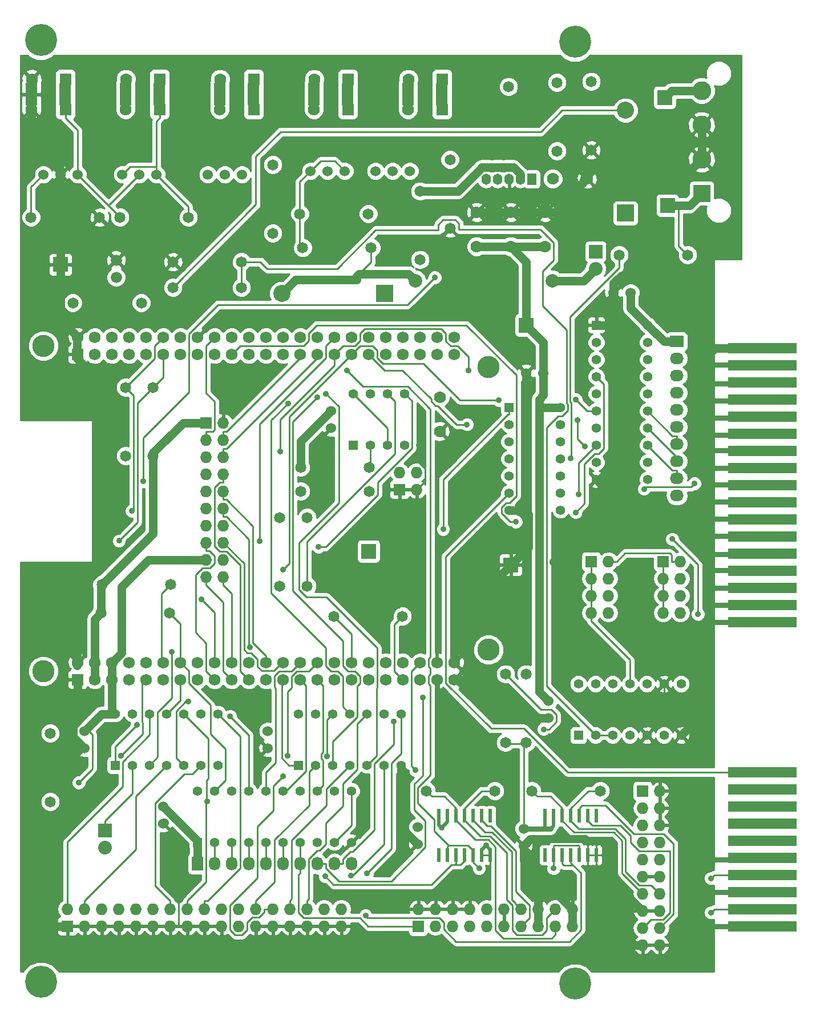
<source format=gtl>
G04 #@! TF.FileFunction,Copper,L1,Top,Signal*
%FSLAX46Y46*%
G04 Gerber Fmt 4.6, Leading zero omitted, Abs format (unit mm)*
G04 Created by KiCad (PCBNEW no-vcs-found-product) date Tue 04 Aug 2015 07:37:06 AM EDT*
%MOMM*%
G01*
G04 APERTURE LIST*
%ADD10C,0.152400*%
%ADD11C,1.524000*%
%ADD12R,1.727200X1.727200*%
%ADD13O,1.727200X1.727200*%
%ADD14C,3.302000*%
%ADD15C,1.727200*%
%ADD16R,1.727200X2.032000*%
%ADD17O,1.727200X2.032000*%
%ADD18R,2.032000X1.727200*%
%ADD19O,2.032000X1.727200*%
%ADD20R,0.600000X2.000000*%
%ADD21R,1.397000X1.397000*%
%ADD22C,1.397000*%
%ADD23R,10.160000X1.524000*%
%ADD24R,2.540000X2.540000*%
%ADD25C,2.794000*%
%ADD26C,1.676400*%
%ADD27C,1.998980*%
%ADD28C,2.540000*%
%ADD29R,2.032000X2.032000*%
%ADD30O,2.032000X2.032000*%
%ADD31R,2.235200X2.235200*%
%ADD32C,1.651000*%
%ADD33C,1.778000*%
%ADD34O,1.371600X1.651000*%
%ADD35R,1.371600X1.651000*%
%ADD36C,4.749800*%
%ADD37R,1.778000X1.778000*%
%ADD38R,1.778000X3.200000*%
%ADD39R,1.778000X3.500000*%
%ADD40C,0.889000*%
%ADD41C,0.254000*%
%ADD42C,1.270000*%
%ADD43C,0.508000*%
%ADD44C,0.762000*%
%ADD45C,1.143000*%
G04 APERTURE END LIST*
D10*
D11*
X149479000Y-38100000D03*
X146939000Y-38100000D03*
X152019000Y-38100000D03*
D12*
X175387000Y-84836000D03*
D13*
X175387000Y-82296000D03*
X177927000Y-84836000D03*
X177927000Y-82296000D03*
D12*
X214503000Y-95504000D03*
D13*
X217043000Y-95504000D03*
X214503000Y-98044000D03*
X217043000Y-98044000D03*
X214503000Y-100584000D03*
X217043000Y-100584000D03*
X214503000Y-103124000D03*
X217043000Y-103124000D03*
D12*
X203835000Y-95504000D03*
D13*
X206375000Y-95504000D03*
X203835000Y-98044000D03*
X206375000Y-98044000D03*
X203835000Y-100584000D03*
X206375000Y-100584000D03*
X203835000Y-103124000D03*
X206375000Y-103124000D03*
D12*
X146685000Y-74930000D03*
D13*
X149225000Y-74930000D03*
X146685000Y-77470000D03*
X149225000Y-77470000D03*
X146685000Y-80010000D03*
X149225000Y-80010000D03*
X146685000Y-82550000D03*
X149225000Y-82550000D03*
X146685000Y-85090000D03*
X149225000Y-85090000D03*
X146685000Y-87630000D03*
X149225000Y-87630000D03*
X146685000Y-90170000D03*
X149225000Y-90170000D03*
X146685000Y-92710000D03*
X149225000Y-92710000D03*
X146685000Y-95250000D03*
X149225000Y-95250000D03*
X146685000Y-97790000D03*
X149225000Y-97790000D03*
D12*
X211455000Y-129540000D03*
D13*
X213995000Y-129540000D03*
X211455000Y-132080000D03*
X213995000Y-132080000D03*
X211455000Y-134620000D03*
X213995000Y-134620000D03*
X211455000Y-137160000D03*
X213995000Y-137160000D03*
X211455000Y-139700000D03*
X213995000Y-139700000D03*
X211455000Y-142240000D03*
X213995000Y-142240000D03*
X211455000Y-144780000D03*
X213995000Y-144780000D03*
X211455000Y-147320000D03*
X213995000Y-147320000D03*
X211455000Y-149860000D03*
X213995000Y-149860000D03*
X211455000Y-152400000D03*
X213995000Y-152400000D03*
D12*
X178181000Y-149606000D03*
D13*
X178181000Y-147066000D03*
X180721000Y-149606000D03*
X180721000Y-147066000D03*
X183261000Y-149606000D03*
X183261000Y-147066000D03*
X185801000Y-149606000D03*
X185801000Y-147066000D03*
X188341000Y-149606000D03*
X188341000Y-147066000D03*
X190881000Y-149606000D03*
X190881000Y-147066000D03*
X193421000Y-149606000D03*
X193421000Y-147066000D03*
X195961000Y-149606000D03*
X195961000Y-147066000D03*
X198501000Y-149606000D03*
X198501000Y-147066000D03*
X201041000Y-149606000D03*
X201041000Y-147066000D03*
D12*
X126111000Y-149606000D03*
D13*
X126111000Y-147066000D03*
X128651000Y-149606000D03*
X128651000Y-147066000D03*
X131191000Y-149606000D03*
X131191000Y-147066000D03*
X133731000Y-149606000D03*
X133731000Y-147066000D03*
X136271000Y-149606000D03*
X136271000Y-147066000D03*
X138811000Y-149606000D03*
X138811000Y-147066000D03*
X141351000Y-149606000D03*
X141351000Y-147066000D03*
X143891000Y-149606000D03*
X143891000Y-147066000D03*
X146431000Y-149606000D03*
X146431000Y-147066000D03*
X148971000Y-149606000D03*
X148971000Y-147066000D03*
X151511000Y-149606000D03*
X151511000Y-147066000D03*
X154051000Y-149606000D03*
X154051000Y-147066000D03*
X156591000Y-149606000D03*
X156591000Y-147066000D03*
X159131000Y-149606000D03*
X159131000Y-147066000D03*
X161671000Y-149606000D03*
X161671000Y-147066000D03*
X164211000Y-149606000D03*
X164211000Y-147066000D03*
X166751000Y-149606000D03*
X166751000Y-147066000D03*
D14*
X188595000Y-108585000D03*
X122555000Y-111760000D03*
X122555000Y-63500000D03*
X188595000Y-66675000D03*
D12*
X127635000Y-113030000D03*
D15*
X127635000Y-110490000D03*
X130175000Y-113030000D03*
X130175000Y-110490000D03*
X132715000Y-113030000D03*
X132715000Y-110490000D03*
X135255000Y-113030000D03*
X135255000Y-110490000D03*
X137795000Y-113030000D03*
X137795000Y-110490000D03*
X140335000Y-113030000D03*
X140335000Y-110490000D03*
X142875000Y-113030000D03*
X142875000Y-110490000D03*
X145415000Y-113030000D03*
X145415000Y-110490000D03*
X147955000Y-113030000D03*
X147955000Y-110490000D03*
X150495000Y-113030000D03*
X150495000Y-110490000D03*
X153035000Y-113030000D03*
X153035000Y-110490000D03*
X155575000Y-113030000D03*
X155575000Y-110490000D03*
X158115000Y-113030000D03*
X158115000Y-110490000D03*
X160655000Y-113030000D03*
X160655000Y-110490000D03*
X163195000Y-113030000D03*
X163195000Y-110490000D03*
X165735000Y-113030000D03*
X165735000Y-110490000D03*
X168275000Y-113030000D03*
X168275000Y-110490000D03*
X170815000Y-113030000D03*
X170815000Y-110490000D03*
X173355000Y-113030000D03*
X173355000Y-110490000D03*
X175895000Y-113030000D03*
X175895000Y-110490000D03*
X178435000Y-113030000D03*
X178435000Y-110490000D03*
X180975000Y-113030000D03*
X180975000Y-110490000D03*
X183515000Y-113030000D03*
X183515000Y-110490000D03*
D12*
X127635000Y-64770000D03*
D15*
X127635000Y-62230000D03*
X130175000Y-64770000D03*
X130175000Y-62230000D03*
X132715000Y-64770000D03*
X132715000Y-62230000D03*
X135255000Y-64770000D03*
X135255000Y-62230000D03*
X137795000Y-64770000D03*
X137795000Y-62230000D03*
X140335000Y-64770000D03*
X140335000Y-62230000D03*
X142875000Y-64770000D03*
X142875000Y-62230000D03*
X145415000Y-64770000D03*
X145415000Y-62230000D03*
X147955000Y-64770000D03*
X147955000Y-62230000D03*
X150495000Y-64770000D03*
X150495000Y-62230000D03*
X153035000Y-64770000D03*
X153035000Y-62230000D03*
X155575000Y-64770000D03*
X155575000Y-62230000D03*
X158115000Y-64770000D03*
X158115000Y-62230000D03*
X160655000Y-64770000D03*
X160655000Y-62230000D03*
X163195000Y-64770000D03*
X163195000Y-62230000D03*
X165735000Y-64770000D03*
X165735000Y-62230000D03*
X168275000Y-64770000D03*
X168275000Y-62230000D03*
X170815000Y-64770000D03*
X170815000Y-62230000D03*
X173355000Y-64770000D03*
X173355000Y-62230000D03*
X175895000Y-64770000D03*
X175895000Y-62230000D03*
X178435000Y-64770000D03*
X178435000Y-62230000D03*
X180975000Y-64770000D03*
X180975000Y-62230000D03*
X183515000Y-64770000D03*
X183515000Y-62230000D03*
D16*
X145415000Y-140335000D03*
D17*
X147955000Y-140335000D03*
X150495000Y-140335000D03*
X153035000Y-140335000D03*
X155575000Y-140335000D03*
X158115000Y-140335000D03*
X160655000Y-140335000D03*
X163195000Y-140335000D03*
X165735000Y-140335000D03*
X168275000Y-140335000D03*
D18*
X216535000Y-62865000D03*
D19*
X216535000Y-65405000D03*
X216535000Y-67945000D03*
X216535000Y-70485000D03*
X216535000Y-73025000D03*
X216535000Y-75565000D03*
X216535000Y-78105000D03*
X216535000Y-80645000D03*
X216535000Y-83185000D03*
X216535000Y-85725000D03*
D20*
X196977000Y-139044000D03*
X198247000Y-139044000D03*
X199517000Y-139044000D03*
X200787000Y-139044000D03*
X202057000Y-139044000D03*
X203327000Y-139044000D03*
X204597000Y-139044000D03*
X204597000Y-133244000D03*
X203327000Y-133244000D03*
X202057000Y-133244000D03*
X200787000Y-133244000D03*
X199517000Y-133244000D03*
X198247000Y-133244000D03*
X196977000Y-133244000D03*
X181229000Y-139044000D03*
X182499000Y-139044000D03*
X183769000Y-139044000D03*
X185039000Y-139044000D03*
X186309000Y-139044000D03*
X187579000Y-139044000D03*
X188849000Y-139044000D03*
X188849000Y-133244000D03*
X187579000Y-133244000D03*
X186309000Y-133244000D03*
X185039000Y-133244000D03*
X183769000Y-133244000D03*
X182499000Y-133244000D03*
X181229000Y-133244000D03*
D21*
X145415000Y-137160000D03*
D22*
X147955000Y-137160000D03*
X150495000Y-137160000D03*
X153035000Y-137160000D03*
X155575000Y-137160000D03*
X158115000Y-137160000D03*
X160655000Y-137160000D03*
X163195000Y-137160000D03*
X165735000Y-137160000D03*
X168275000Y-137160000D03*
X168275000Y-129540000D03*
X165735000Y-129540000D03*
X163195000Y-129540000D03*
X160655000Y-129540000D03*
X158115000Y-129540000D03*
X155575000Y-129540000D03*
X153035000Y-129540000D03*
X150495000Y-129540000D03*
X147955000Y-129540000D03*
X145415000Y-129540000D03*
D23*
X229235000Y-63881000D03*
X229235000Y-66421000D03*
X229235000Y-68961000D03*
X229235000Y-71501000D03*
X229235000Y-74041000D03*
X229235000Y-76581000D03*
X229235000Y-79121000D03*
X229235000Y-81661000D03*
X229235000Y-84201000D03*
X229235000Y-86741000D03*
X229235000Y-89281000D03*
X229235000Y-91821000D03*
X229235000Y-94361000D03*
X229235000Y-96901000D03*
X229235000Y-99441000D03*
X229235000Y-101981000D03*
X229235000Y-104521000D03*
X229235000Y-126745600D03*
X229235000Y-129285600D03*
X229235000Y-131825600D03*
X229235000Y-134365600D03*
X229235000Y-136905600D03*
X229235000Y-139445600D03*
X229235000Y-141985600D03*
X229235000Y-144525600D03*
X229235000Y-147065600D03*
X229235000Y-149605600D03*
D24*
X220218000Y-40894000D03*
D25*
X220218000Y-35814000D03*
X220218000Y-30734000D03*
X220218000Y-25654000D03*
D26*
X133350000Y-53340000D03*
X133350000Y-50800000D03*
D27*
X198086980Y-53848000D03*
X177766980Y-53848000D03*
D28*
X208915000Y-28575000D03*
D24*
X208915000Y-43815000D03*
D28*
X157924000Y-55753000D03*
D24*
X173164000Y-55753000D03*
D21*
X191643000Y-72644000D03*
D22*
X191643000Y-75184000D03*
X191643000Y-77724000D03*
X191643000Y-80264000D03*
X191643000Y-82804000D03*
X191643000Y-85344000D03*
X191643000Y-87884000D03*
X199263000Y-87884000D03*
X199263000Y-85344000D03*
X199263000Y-82804000D03*
X199263000Y-80264000D03*
X199263000Y-77724000D03*
X199263000Y-75184000D03*
X199263000Y-72644000D03*
D21*
X133223000Y-125730000D03*
D22*
X135763000Y-125730000D03*
X138303000Y-125730000D03*
X140843000Y-125730000D03*
X143383000Y-125730000D03*
X145923000Y-125730000D03*
X148463000Y-125730000D03*
X148463000Y-118110000D03*
X145923000Y-118110000D03*
X143383000Y-118110000D03*
X140843000Y-118110000D03*
X138303000Y-118110000D03*
X135763000Y-118110000D03*
X133223000Y-118110000D03*
D21*
X160401000Y-125730000D03*
D22*
X162941000Y-125730000D03*
X165481000Y-125730000D03*
X168021000Y-125730000D03*
X170561000Y-125730000D03*
X173101000Y-125730000D03*
X175641000Y-125730000D03*
X175641000Y-118110000D03*
X173101000Y-118110000D03*
X170561000Y-118110000D03*
X168021000Y-118110000D03*
X165481000Y-118110000D03*
X162941000Y-118110000D03*
X160401000Y-118110000D03*
D29*
X131699000Y-135382000D03*
D30*
X131699000Y-137922000D03*
D21*
X204597000Y-60452000D03*
D22*
X204597000Y-62992000D03*
X204597000Y-65532000D03*
X204597000Y-68072000D03*
X204597000Y-70612000D03*
X204597000Y-73152000D03*
X204597000Y-75692000D03*
X204597000Y-78232000D03*
X204597000Y-80772000D03*
X204597000Y-83312000D03*
X212217000Y-83312000D03*
X212217000Y-80772000D03*
X212217000Y-78232000D03*
X212217000Y-75692000D03*
X212217000Y-73152000D03*
X212217000Y-70612000D03*
X212217000Y-68072000D03*
X212217000Y-65532000D03*
X212217000Y-62992000D03*
X212217000Y-60452000D03*
D21*
X168529000Y-78232000D03*
D22*
X171069000Y-78232000D03*
X173609000Y-78232000D03*
X176149000Y-78232000D03*
X176149000Y-70612000D03*
X173609000Y-70612000D03*
X171069000Y-70612000D03*
X168529000Y-70612000D03*
D31*
X214757000Y-26670000D03*
X215138000Y-42672000D03*
X125095000Y-51435000D03*
X191897000Y-96012000D03*
D32*
X178435000Y-50721260D03*
X178435000Y-40561260D03*
X195023740Y-129540000D03*
X205183740Y-129540000D03*
X134747000Y-69674740D03*
X134747000Y-79834740D03*
X157607000Y-88978740D03*
X157607000Y-99138740D03*
X161671000Y-88978740D03*
X161671000Y-99138740D03*
X182880000Y-35892740D03*
X182880000Y-46052740D03*
X160733740Y-81534000D03*
X170893740Y-81534000D03*
X160733740Y-85090000D03*
X170893740Y-85090000D03*
X175816260Y-103632000D03*
X165656260Y-103632000D03*
X137081260Y-57150000D03*
X126921260Y-57150000D03*
X120728740Y-44450000D03*
X130888740Y-44450000D03*
X144066260Y-44450000D03*
X133906260Y-44450000D03*
X156591000Y-36654740D03*
X156591000Y-46814740D03*
X160606740Y-43942000D03*
X170766740Y-43942000D03*
X171181260Y-48958500D03*
X161021260Y-48958500D03*
X123571000Y-120982740D03*
X123571000Y-131142740D03*
X141272260Y-103124000D03*
X131112260Y-103124000D03*
X189532260Y-129540000D03*
X179372260Y-129540000D03*
X141399260Y-98933000D03*
X131239260Y-98933000D03*
X138811000Y-69674740D03*
X138811000Y-79834740D03*
X207977740Y-50038000D03*
X218137740Y-50038000D03*
D11*
X197485000Y-116205000D03*
X197485000Y-118745000D03*
X165227000Y-73152000D03*
X165227000Y-75692000D03*
X140335000Y-131826000D03*
X140335000Y-134366000D03*
X128651000Y-120650000D03*
X128651000Y-123190000D03*
X193802000Y-135128000D03*
X193802000Y-137668000D03*
X196723000Y-67564000D03*
X194183000Y-67564000D03*
X209677000Y-55626000D03*
X207137000Y-55626000D03*
X155829000Y-120650000D03*
X155829000Y-123190000D03*
X178054000Y-134874000D03*
X178054000Y-137414000D03*
D33*
X186817000Y-48768000D03*
X186817000Y-43688000D03*
X191897000Y-48768000D03*
X191897000Y-43688000D03*
X196977000Y-48768000D03*
X196977000Y-43688000D03*
X198120000Y-38735000D03*
X203200000Y-38735000D03*
D34*
X188239400Y-38785800D03*
X189941200Y-38785800D03*
X191643000Y-38785800D03*
X193344800Y-38785800D03*
D35*
X195046600Y-38785800D03*
D32*
X191566800Y-25069800D03*
X191135000Y-122349260D03*
X191135000Y-112189260D03*
D29*
X204470000Y-49530000D03*
D30*
X204470000Y-52070000D03*
D32*
X203835000Y-34465260D03*
X203835000Y-24305260D03*
X198755000Y-24462740D03*
X198755000Y-34622740D03*
X151940260Y-54864000D03*
X141780260Y-54864000D03*
X151940260Y-51054000D03*
X141780260Y-51054000D03*
D21*
X201930000Y-121285000D03*
D22*
X204470000Y-121285000D03*
X207010000Y-121285000D03*
X209550000Y-121285000D03*
X212090000Y-121285000D03*
X214630000Y-121285000D03*
X217170000Y-121285000D03*
X217170000Y-113665000D03*
X214630000Y-113665000D03*
X212090000Y-113665000D03*
X209550000Y-113665000D03*
X207010000Y-113665000D03*
X204470000Y-113665000D03*
X201930000Y-113665000D03*
D36*
X201422000Y-18415000D03*
X201422000Y-158115000D03*
X122174000Y-157861000D03*
X122174000Y-18161000D03*
D31*
X194183000Y-60452000D03*
X170815000Y-93980000D03*
D32*
X194183000Y-122349260D03*
X194183000Y-112189260D03*
D37*
X181697000Y-23948000D03*
D33*
X176673000Y-28448000D03*
D37*
X181697000Y-28448000D03*
D33*
X176697000Y-23948000D03*
D38*
X181681880Y-26151840D03*
D39*
X176642520Y-26222960D03*
D37*
X167727000Y-23948000D03*
D33*
X162703000Y-28448000D03*
D37*
X167727000Y-28448000D03*
D33*
X162727000Y-23948000D03*
D38*
X167711880Y-26151840D03*
D39*
X162672520Y-26222960D03*
D37*
X139787000Y-23948000D03*
D33*
X134763000Y-28448000D03*
D37*
X139787000Y-28448000D03*
D33*
X134787000Y-23948000D03*
D38*
X139771880Y-26151840D03*
D39*
X134732520Y-26222960D03*
D37*
X153757000Y-23948000D03*
D33*
X148733000Y-28448000D03*
D37*
X153757000Y-28448000D03*
D33*
X148757000Y-23948000D03*
D38*
X153741880Y-26151840D03*
D39*
X148702520Y-26222960D03*
D37*
X125817000Y-23948000D03*
D33*
X120793000Y-28448000D03*
D37*
X125817000Y-28448000D03*
D33*
X120817000Y-23948000D03*
D38*
X125801880Y-26151840D03*
D39*
X120762520Y-26222960D03*
D11*
X174371000Y-37592000D03*
X171831000Y-37592000D03*
X176911000Y-37592000D03*
X164719000Y-37592000D03*
X162179000Y-37592000D03*
X167259000Y-37592000D03*
X136779000Y-38100000D03*
X134239000Y-38100000D03*
X139319000Y-38100000D03*
X125095000Y-38100000D03*
X122555000Y-38100000D03*
X127635000Y-38100000D03*
D33*
X181356000Y-71107300D03*
X181356000Y-76187300D03*
D40*
X127796800Y-128312200D03*
X201931100Y-85504100D03*
X146002700Y-101101200D03*
X153157900Y-108208600D03*
X219654600Y-103296300D03*
X215853900Y-92178800D03*
X144028400Y-116270100D03*
X185401000Y-75169800D03*
X201554500Y-71491300D03*
X190123400Y-71581100D03*
X158116800Y-96671400D03*
X141605100Y-108916200D03*
X157676500Y-79145800D03*
X185609300Y-67158900D03*
X154638400Y-92441500D03*
X177776100Y-126459300D03*
X158781800Y-124315300D03*
X181868200Y-90696500D03*
X192645600Y-89613000D03*
X158860400Y-72044800D03*
X164500300Y-70629200D03*
X150253800Y-118445600D03*
X201521800Y-88208100D03*
X136450800Y-119729200D03*
X180612000Y-53370700D03*
X137406100Y-83577700D03*
X133783000Y-92425000D03*
X164340800Y-142218500D03*
X198247000Y-95504000D03*
X188221000Y-137620000D03*
X214630000Y-118110000D03*
X221615000Y-149606000D03*
X221615000Y-144526000D03*
X221361000Y-139700000D03*
X178231800Y-78257400D03*
X132080000Y-128981200D03*
X194183000Y-154076400D03*
X163367000Y-93311300D03*
X187197998Y-141008100D03*
X198247000Y-141033500D03*
X167580200Y-67153900D03*
X221615000Y-142494000D03*
X221615000Y-147574000D03*
X202874000Y-78401200D03*
X201815000Y-74516700D03*
X219154800Y-83933000D03*
X211672000Y-84748600D03*
X164607200Y-124367600D03*
X158093600Y-127397100D03*
X168213200Y-142082200D03*
X170583900Y-141758500D03*
X146884700Y-131095700D03*
X200749700Y-80217700D03*
X135683300Y-88009600D03*
X170345900Y-148037200D03*
X174524500Y-119253800D03*
X178820700Y-115713600D03*
X181610000Y-135001000D03*
X196764500Y-120377900D03*
X163220800Y-71130500D03*
X134053900Y-124301200D03*
D41*
X128983500Y-120317500D02*
X129839100Y-121173100D01*
X129839100Y-121173100D02*
X129839100Y-126269900D01*
X129839100Y-126269900D02*
X127796800Y-128312200D01*
D42*
X128983500Y-120317500D02*
X128651000Y-120650000D01*
X133223000Y-118110000D02*
X131191000Y-118110000D01*
X131191000Y-118110000D02*
X128983500Y-120317500D01*
X132715000Y-113030000D02*
X132715000Y-117602000D01*
X132715000Y-117602000D02*
X133223000Y-118110000D01*
X132715000Y-110490000D02*
X132715000Y-113030000D01*
X194183000Y-60452000D02*
X194183000Y-51054000D01*
X194183000Y-51054000D02*
X191897000Y-48768000D01*
X196723000Y-67564000D02*
X196723000Y-62992000D01*
X196723000Y-62992000D02*
X194183000Y-60452000D01*
X132715000Y-110490000D02*
X134112000Y-109093000D01*
X134112000Y-109093000D02*
X134112000Y-99250500D01*
X134112000Y-99250500D02*
X138112000Y-95250000D01*
X138112000Y-95250000D02*
X146685000Y-95250000D01*
X196088000Y-73002300D02*
X196088000Y-114808000D01*
X196088000Y-114808000D02*
X197485000Y-116205000D01*
X199263000Y-72644000D02*
X196446000Y-72644000D01*
X196446000Y-72644000D02*
X196088000Y-73002300D01*
X186817000Y-48768000D02*
X191897000Y-48768000D01*
X191897000Y-48768000D02*
X196977000Y-48768000D01*
X196723000Y-70815200D02*
X196723000Y-67564000D01*
X196088000Y-71450200D02*
X196723000Y-70815200D01*
X196088000Y-73002300D02*
X196088000Y-71450200D01*
D41*
X201931100Y-85504100D02*
X201931100Y-80897900D01*
X201931100Y-80897900D02*
X204597000Y-78232000D01*
X149225000Y-77470000D02*
X149225000Y-76225100D01*
X149225000Y-76225100D02*
X149691800Y-76225100D01*
X149691800Y-76225100D02*
X160655000Y-65261900D01*
X160655000Y-65261900D02*
X160655000Y-64770000D01*
X163195000Y-64770000D02*
X163195000Y-65261900D01*
X163195000Y-65261900D02*
X149691800Y-78765100D01*
X149691800Y-78765100D02*
X149225000Y-78765100D01*
X149225000Y-80010000D02*
X149225000Y-78765100D01*
X147955000Y-110490000D02*
X147955000Y-103053500D01*
X147955000Y-103053500D02*
X146002700Y-101101200D01*
X146685000Y-92710000D02*
X146685000Y-93954900D01*
X147955000Y-113030000D02*
X146685000Y-111760000D01*
X146685000Y-111760000D02*
X146685000Y-107593200D01*
X146685000Y-107593200D02*
X145146900Y-106055100D01*
X145146900Y-106055100D02*
X145146900Y-97510500D01*
X145146900Y-97510500D02*
X146162400Y-96495000D01*
X146162400Y-96495000D02*
X147261400Y-96495000D01*
X147261400Y-96495000D02*
X147955000Y-95801400D01*
X147955000Y-95801400D02*
X147955000Y-94709100D01*
X147955000Y-94709100D02*
X147200800Y-93954900D01*
X147200800Y-93954900D02*
X146685000Y-93954900D01*
X149225000Y-87630000D02*
X149225000Y-88874900D01*
X149225000Y-88874900D02*
X149691800Y-88874900D01*
X149691800Y-88874900D02*
X153035000Y-92218100D01*
X153035000Y-92218100D02*
X153035000Y-108085700D01*
X153035000Y-108085700D02*
X153157900Y-108208600D01*
X149225000Y-83794900D02*
X148709200Y-83794900D01*
X148709200Y-83794900D02*
X147955000Y-84549100D01*
X147955000Y-84549100D02*
X147955000Y-93232000D01*
X147955000Y-93232000D02*
X148703000Y-93980000D01*
X148703000Y-93980000D02*
X149732400Y-93980000D01*
X149732400Y-93980000D02*
X151790000Y-96037600D01*
X151790000Y-96037600D02*
X151790000Y-111785000D01*
X151790000Y-111785000D02*
X153035000Y-113030000D01*
X149225000Y-82550000D02*
X149225000Y-83794900D01*
X149225000Y-92710000D02*
X152332100Y-95817100D01*
X152332100Y-95817100D02*
X152332100Y-108550600D01*
X152332100Y-108550600D02*
X152815900Y-109034400D01*
X152815900Y-109034400D02*
X153365500Y-109034400D01*
X153365500Y-109034400D02*
X154330000Y-109998900D01*
X154330000Y-109998900D02*
X154330000Y-111072400D01*
X154330000Y-111072400D02*
X154992600Y-111735000D01*
X154992600Y-111735000D02*
X156734500Y-111735000D01*
X156734500Y-111735000D02*
X157979500Y-110490000D01*
X157979500Y-110490000D02*
X158115000Y-110490000D01*
X146685000Y-77470000D02*
X146685000Y-76225100D01*
X147955000Y-62230000D02*
X146685000Y-63500000D01*
X146685000Y-63500000D02*
X146685000Y-70522500D01*
X146685000Y-70522500D02*
X147930000Y-71767500D01*
X147930000Y-71767500D02*
X147930000Y-75951600D01*
X147930000Y-75951600D02*
X147656500Y-76225100D01*
X147656500Y-76225100D02*
X146685000Y-76225100D01*
X215853900Y-92178800D02*
X219654600Y-95979500D01*
X219654600Y-95979500D02*
X219654600Y-103296300D01*
X216535000Y-78105000D02*
X216535000Y-76860100D01*
X212217000Y-73152000D02*
X212217000Y-73210300D01*
X212217000Y-73210300D02*
X215866800Y-76860100D01*
X215866800Y-76860100D02*
X216535000Y-76860100D01*
X216535000Y-80022500D02*
X212217000Y-75704500D01*
X212217000Y-75704500D02*
X212217000Y-75692000D01*
X216535000Y-80645000D02*
X216535000Y-80022500D01*
X217043000Y-95504000D02*
X215798100Y-95504000D01*
X206375000Y-95504000D02*
X207619900Y-95504000D01*
X207619900Y-95504000D02*
X208864900Y-94259000D01*
X208864900Y-94259000D02*
X215524600Y-94259000D01*
X215524600Y-94259000D02*
X215798100Y-94532500D01*
X215798100Y-94532500D02*
X215798100Y-95504000D01*
X216535000Y-83185000D02*
X216535000Y-81940100D01*
X216535000Y-81940100D02*
X215845700Y-81940100D01*
X215845700Y-81940100D02*
X212217000Y-78311400D01*
X212217000Y-78311400D02*
X212217000Y-78232000D01*
X144028400Y-116270100D02*
X143672400Y-116270100D01*
X143672400Y-116270100D02*
X142271700Y-117670800D01*
X142271700Y-117670800D02*
X142271700Y-124618700D01*
X142271700Y-124618700D02*
X143383000Y-125730000D01*
X183843700Y-75169800D02*
X185401000Y-75169800D01*
X181051201Y-72377301D02*
X183843700Y-75169800D01*
X180746399Y-72377301D02*
X181051201Y-72377301D01*
X180085999Y-71716901D02*
X180746399Y-72377301D01*
X180085999Y-71412099D02*
X180085999Y-71716901D01*
X175824800Y-67150900D02*
X180085999Y-71412099D01*
X173195900Y-67150900D02*
X175824800Y-67150900D01*
X170815000Y-64770000D02*
X173195900Y-67150900D01*
X201554500Y-71491300D02*
X203215200Y-73152000D01*
X203215200Y-73152000D02*
X204597000Y-73152000D01*
X168275000Y-64770000D02*
X169520000Y-63525000D01*
X169520000Y-63525000D02*
X171391400Y-63525000D01*
X171391400Y-63525000D02*
X172085000Y-64218600D01*
X172085000Y-64218600D02*
X172085000Y-65290700D01*
X172085000Y-65290700D02*
X172943200Y-66148900D01*
X172943200Y-66148900D02*
X178949000Y-66148900D01*
X178949000Y-66148900D02*
X184381200Y-71581100D01*
X184381200Y-71581100D02*
X190123400Y-71581100D01*
X158116800Y-96671400D02*
X159018400Y-95769800D01*
X159018400Y-95769800D02*
X159018400Y-74026600D01*
X159018400Y-74026600D02*
X168275000Y-64770000D01*
X165735000Y-64770000D02*
X165735000Y-66418100D01*
X165735000Y-66418100D02*
X157676500Y-74476600D01*
X157676500Y-74476600D02*
X157676500Y-79145800D01*
X185609300Y-67158900D02*
X185609300Y-65100500D01*
X185609300Y-65100500D02*
X184033800Y-63525000D01*
X184033800Y-63525000D02*
X182960100Y-63525000D01*
X182960100Y-63525000D02*
X182245000Y-62809900D01*
X182245000Y-62809900D02*
X182245000Y-61669300D01*
X182245000Y-61669300D02*
X181537000Y-60961300D01*
X181537000Y-60961300D02*
X170255600Y-60961300D01*
X170255600Y-60961300D02*
X169545000Y-61671900D01*
X169545000Y-61671900D02*
X169545000Y-62745200D01*
X169545000Y-62745200D02*
X168790200Y-63500000D01*
X168790200Y-63500000D02*
X167005000Y-63500000D01*
X167005000Y-63500000D02*
X165735000Y-64770000D01*
X141605100Y-108916200D02*
X141605100Y-115803900D01*
X141605100Y-115803900D02*
X139509000Y-117900000D01*
X139509000Y-117900000D02*
X139509000Y-124524000D01*
X139509000Y-124524000D02*
X138303000Y-125730000D01*
X165735000Y-62230000D02*
X164465000Y-63500000D01*
X164465000Y-63500000D02*
X164465000Y-65272200D01*
X164465000Y-65272200D02*
X154638400Y-75098800D01*
X154638400Y-75098800D02*
X154638400Y-92441500D01*
X160655000Y-113030000D02*
X161487300Y-113862300D01*
X161487300Y-113862300D02*
X161487300Y-126588300D01*
X161487300Y-126588300D02*
X158535600Y-129540000D01*
X158535600Y-129540000D02*
X158115000Y-129540000D01*
X178435000Y-110490000D02*
X177165000Y-111760000D01*
X177165000Y-111760000D02*
X177165000Y-125848200D01*
X177165000Y-125848200D02*
X177776100Y-126459300D01*
X140843000Y-118110000D02*
X142875000Y-116078000D01*
X142875000Y-116078000D02*
X142875000Y-113030000D01*
X163195000Y-110490000D02*
X161925000Y-111760000D01*
X161925000Y-111760000D02*
X160134200Y-111760000D01*
X160134200Y-111760000D02*
X159385000Y-112509200D01*
X159385000Y-112509200D02*
X159385000Y-114211100D01*
X159385000Y-114211100D02*
X158781800Y-114814300D01*
X158781800Y-114814300D02*
X158781800Y-124315300D01*
X191643000Y-72644000D02*
X191643000Y-73723800D01*
X181868200Y-90696500D02*
X181868200Y-83363600D01*
X181868200Y-83363600D02*
X191508000Y-73723800D01*
X191508000Y-73723800D02*
X191643000Y-73723800D01*
X150495000Y-64770000D02*
X151740000Y-63525000D01*
X151740000Y-63525000D02*
X161120700Y-63525000D01*
X161120700Y-63525000D02*
X161900000Y-62745700D01*
X161900000Y-62745700D02*
X161900000Y-61663500D01*
X161900000Y-61663500D02*
X163124100Y-60439400D01*
X163124100Y-60439400D02*
X185292700Y-60439400D01*
X185292700Y-60439400D02*
X192722900Y-67869600D01*
X192722900Y-67869600D02*
X192722900Y-85829100D01*
X192722900Y-85829100D02*
X191747900Y-86804100D01*
X191747900Y-86804100D02*
X191195800Y-86804100D01*
X191195800Y-86804100D02*
X190551500Y-87448400D01*
X190551500Y-87448400D02*
X190551500Y-88330900D01*
X190551500Y-88330900D02*
X191833600Y-89613000D01*
X191833600Y-89613000D02*
X192645600Y-89613000D01*
X158860400Y-72044800D02*
X156334600Y-74570600D01*
X156334600Y-74570600D02*
X156334600Y-100147400D01*
X156334600Y-100147400D02*
X164465000Y-108277800D01*
X164465000Y-108277800D02*
X164465000Y-111031000D01*
X164465000Y-111031000D02*
X165219100Y-111785100D01*
X165219100Y-111785100D02*
X166250700Y-111785100D01*
X166250700Y-111785100D02*
X166979900Y-112514300D01*
X166979900Y-112514300D02*
X166979900Y-117068900D01*
X166979900Y-117068900D02*
X168021000Y-118110000D01*
X164500300Y-70629200D02*
X166380600Y-72509500D01*
X166380600Y-72509500D02*
X166380600Y-86826600D01*
X166380600Y-86826600D02*
X160456600Y-92750600D01*
X160456600Y-92750600D02*
X160456600Y-99683500D01*
X160456600Y-99683500D02*
X161559000Y-100785900D01*
X161559000Y-100785900D02*
X164568900Y-100785900D01*
X164568900Y-100785900D02*
X172085000Y-108302000D01*
X172085000Y-108302000D02*
X172085000Y-114275000D01*
X172085000Y-114275000D02*
X172010900Y-114349100D01*
X172010900Y-114349100D02*
X172010900Y-124280100D01*
X172010900Y-124280100D02*
X170561000Y-125730000D01*
X163195000Y-113030000D02*
X164028400Y-113863400D01*
X164028400Y-113863400D02*
X164028400Y-123778600D01*
X164028400Y-123778600D02*
X163781400Y-124025600D01*
X163781400Y-124025600D02*
X163781400Y-124709600D01*
X163781400Y-124709600D02*
X164028400Y-124956600D01*
X164028400Y-124956600D02*
X164028400Y-128706600D01*
X164028400Y-128706600D02*
X163195000Y-129540000D01*
X158115000Y-113030000D02*
X157941200Y-113203800D01*
X157941200Y-113203800D02*
X157941200Y-124674100D01*
X157941200Y-124674100D02*
X158997100Y-125730000D01*
X158997100Y-125730000D02*
X160401000Y-125730000D01*
X150253800Y-118445600D02*
X153035000Y-121226800D01*
X153035000Y-121226800D02*
X153035000Y-129540000D01*
X160655000Y-110490000D02*
X159360000Y-111785000D01*
X159360000Y-111785000D02*
X157538600Y-111785000D01*
X157538600Y-111785000D02*
X156845000Y-112478600D01*
X156845000Y-112478600D02*
X156845000Y-114147600D01*
X156845000Y-114147600D02*
X156998500Y-114301100D01*
X156998500Y-114301100D02*
X156998500Y-125335500D01*
X156998500Y-125335500D02*
X155575000Y-126759000D01*
X155575000Y-126759000D02*
X155575000Y-129540000D01*
X201521800Y-88208100D02*
X202798500Y-86931400D01*
X202798500Y-86931400D02*
X202798500Y-81042700D01*
X202798500Y-81042700D02*
X204339200Y-79502000D01*
X204339200Y-79502000D02*
X204924500Y-79502000D01*
X204924500Y-79502000D02*
X205703200Y-78723300D01*
X205703200Y-78723300D02*
X205703200Y-69178200D01*
X205703200Y-69178200D02*
X204597000Y-68072000D01*
X136450800Y-119729200D02*
X133223000Y-122957000D01*
X133223000Y-122957000D02*
X133223000Y-125730000D01*
X137406100Y-83577700D02*
X137406100Y-77122300D01*
X137406100Y-77122300D02*
X144145000Y-70383400D01*
X144145000Y-70383400D02*
X144145000Y-61729700D01*
X144145000Y-61729700D02*
X148470400Y-57404300D01*
X148470400Y-57404300D02*
X176578400Y-57404300D01*
X176578400Y-57404300D02*
X180612000Y-53370700D01*
X140335000Y-110490000D02*
X140063600Y-110218600D01*
X140063600Y-110218600D02*
X140063600Y-100268700D01*
X140063600Y-100268700D02*
X141399300Y-98933000D01*
X183769000Y-139044000D02*
X183769000Y-140298000D01*
X183769000Y-140298000D02*
X183541500Y-140525500D01*
X183541500Y-140525500D02*
X183052300Y-140525500D01*
X138811000Y-69674700D02*
X140335000Y-68150700D01*
X140335000Y-68150700D02*
X140335000Y-64770000D01*
X138811000Y-69674700D02*
X136509200Y-71976500D01*
X136509200Y-71976500D02*
X136509200Y-89698800D01*
X136509200Y-89698800D02*
X133783000Y-92425000D01*
X165573100Y-143450800D02*
X164340800Y-142218500D01*
X183052300Y-140525500D02*
X180127000Y-143450800D01*
X184411500Y-140525500D02*
X183052300Y-140525500D01*
X180127000Y-143450800D02*
X165573100Y-143450800D01*
X185039000Y-139898000D02*
X184411500Y-140525500D01*
X185039000Y-139446000D02*
X185039000Y-139898000D01*
X183769000Y-138844000D02*
X183769000Y-139827000D01*
X142875000Y-110490000D02*
X144120000Y-111735000D01*
X144120000Y-111735000D02*
X144120000Y-113560500D01*
X144120000Y-113560500D02*
X147352900Y-116793400D01*
X147352900Y-116793400D02*
X147352900Y-121082200D01*
X147352900Y-121082200D02*
X149560700Y-123290000D01*
X149560700Y-123290000D02*
X149560700Y-127934300D01*
X149560700Y-127934300D02*
X147955000Y-129540000D01*
X141272300Y-103124000D02*
X142875000Y-104726700D01*
X142875000Y-104726700D02*
X142875000Y-110490000D01*
X168275000Y-110490000D02*
X168275000Y-106250700D01*
X168275000Y-106250700D02*
X165656300Y-103632000D01*
D43*
X180975000Y-110490000D02*
X180975000Y-108267500D01*
X180975000Y-108267500D02*
X181000400Y-108242100D01*
D41*
X229235000Y-139446000D02*
X229235000Y-139445600D01*
D44*
X229235000Y-139446000D02*
X228981000Y-139700000D01*
X228981000Y-139700000D02*
X221361000Y-139700000D01*
D41*
X229234600Y-144526000D02*
X229235000Y-144525600D01*
D44*
X229234600Y-144526000D02*
X221615000Y-144526000D01*
X229235000Y-144526000D02*
X229234600Y-144526000D01*
D41*
X229234600Y-149606000D02*
X229235000Y-149605600D01*
D44*
X229234600Y-149606000D02*
X221615000Y-149606000D01*
X229235000Y-149606000D02*
X229234600Y-149606000D01*
D41*
X120762500Y-26223000D02*
X120763000Y-26223000D01*
X120762000Y-26223000D02*
X120762500Y-26223000D01*
D42*
X194503000Y-88509000D02*
X193878000Y-87884000D01*
X193878000Y-87884000D02*
X191643000Y-87884000D01*
X194503000Y-89268400D02*
X194503000Y-88509000D01*
X194503000Y-89268400D02*
X194503000Y-88509000D01*
X221424000Y-66294000D02*
X221424000Y-69088000D01*
X221424000Y-64643000D02*
X221424000Y-66294000D01*
X191897000Y-43688000D02*
X186817000Y-43688000D01*
X196977000Y-43688000D02*
X191897000Y-43688000D01*
X210693000Y-89408000D02*
X210820000Y-89535000D01*
X210820000Y-89535000D02*
X221106000Y-89535000D01*
X221106000Y-89535000D02*
X221424000Y-89217500D01*
X204597000Y-83312000D02*
X210693000Y-89408000D01*
X195961000Y-147066000D02*
X195961000Y-145845000D01*
X195961000Y-145845000D02*
X197548000Y-144258000D01*
X197548000Y-144258000D02*
X197548000Y-143573000D01*
X195961000Y-149606000D02*
X195961000Y-147066000D01*
X206121000Y-141986000D02*
X211455000Y-147320000D01*
X206121000Y-136906000D02*
X206121000Y-141986000D01*
X128651000Y-123190000D02*
X126365000Y-123190000D01*
X126365000Y-123190000D02*
X120777000Y-128778000D01*
X120777000Y-128778000D02*
X120777000Y-146406000D01*
X120777000Y-146406000D02*
X123977000Y-149606000D01*
X123977000Y-149606000D02*
X126111000Y-149606000D01*
X221424000Y-104521000D02*
X221424000Y-117031000D01*
X221424000Y-117031000D02*
X217170000Y-121285000D01*
X211455000Y-152400000D02*
X210234000Y-152400000D01*
X210234000Y-152400000D02*
X206121000Y-148287000D01*
X206121000Y-148287000D02*
X206121000Y-141986000D01*
D45*
X204343000Y-136906000D02*
X206121000Y-136906000D01*
D42*
X201041000Y-147066000D02*
X197548000Y-143573000D01*
X197548000Y-143573000D02*
X193802000Y-139827000D01*
X193802000Y-139827000D02*
X193802000Y-137668000D01*
X201041000Y-147066000D02*
X201041000Y-149606000D01*
X183515000Y-113030000D02*
X184736000Y-113030000D01*
X184736000Y-113030000D02*
X190451000Y-118745000D01*
X190451000Y-118745000D02*
X197485000Y-118745000D01*
X178054000Y-137414000D02*
X175641000Y-135001000D01*
X175641000Y-135001000D02*
X175641000Y-125730000D01*
X140335000Y-134366000D02*
X140462000Y-134239000D01*
D41*
X204597000Y-138844000D02*
X204597000Y-137586000D01*
X204343000Y-137332000D02*
X204343000Y-136906000D01*
X204597000Y-137586000D02*
X204343000Y-137332000D01*
D45*
X203209000Y-136906000D02*
X204343000Y-136906000D01*
D41*
X203327000Y-138844000D02*
X203327000Y-137024000D01*
X203327000Y-137024000D02*
X203209000Y-136906000D01*
D42*
X211074000Y-53086000D02*
X212344000Y-53086000D01*
X212344000Y-53086000D02*
X214471000Y-55213200D01*
X214471000Y-55213200D02*
X218681000Y-59423300D01*
X218681000Y-59423300D02*
X218681000Y-60312300D01*
X218681000Y-60312300D02*
X221424000Y-63055000D01*
X221424000Y-63055000D02*
X221424000Y-64643000D01*
D41*
X177927000Y-84836000D02*
X177927000Y-84213500D01*
D42*
X201041000Y-149606000D02*
X200914000Y-149733000D01*
X220218000Y-30734000D02*
X220218000Y-35814000D01*
X229235000Y-63881000D02*
X222186000Y-63881000D01*
X222186000Y-63881000D02*
X221424000Y-64643000D01*
D44*
X229235000Y-104521000D02*
X221424000Y-104521000D01*
X229235000Y-101981000D02*
X221424000Y-101981000D01*
X229235000Y-99441000D02*
X221424000Y-99441000D01*
X221424000Y-96837500D02*
X229172000Y-96837500D01*
X229172000Y-96837500D02*
X229235000Y-96901000D01*
X221424000Y-94424500D02*
X229172000Y-94424500D01*
X229172000Y-94424500D02*
X229235000Y-94361000D01*
X221424000Y-91757500D02*
X229172000Y-91757500D01*
X229172000Y-91757500D02*
X229235000Y-91821000D01*
X221424000Y-89217500D02*
X229172000Y-89217500D01*
X229172000Y-89217500D02*
X229235000Y-89281000D01*
X221424000Y-86614000D02*
X229108000Y-86614000D01*
X229108000Y-86614000D02*
X229235000Y-86741000D01*
X221424000Y-84074000D02*
X229108000Y-84074000D01*
X229108000Y-84074000D02*
X229235000Y-84201000D01*
X221424000Y-81661000D02*
X229235000Y-81661000D01*
X221424000Y-78994000D02*
X229108000Y-78994000D01*
X229108000Y-78994000D02*
X229235000Y-79121000D01*
X221424000Y-76708000D02*
X229108000Y-76708000D01*
X229108000Y-76708000D02*
X229235000Y-76581000D01*
X221424000Y-74168000D02*
X229108000Y-74168000D01*
X229108000Y-74168000D02*
X229235000Y-74041000D01*
X221424000Y-71628000D02*
X229108000Y-71628000D01*
X229108000Y-71628000D02*
X229235000Y-71501000D01*
X221424000Y-69088000D02*
X229108000Y-69088000D01*
X229108000Y-69088000D02*
X229235000Y-68961000D01*
X221424000Y-66294000D02*
X229108000Y-66294000D01*
X229108000Y-66294000D02*
X229235000Y-66421000D01*
D42*
X207137000Y-55626000D02*
X207137000Y-54229000D01*
X207137000Y-54229000D02*
X208280000Y-53086000D01*
X208280000Y-53086000D02*
X211074000Y-53086000D01*
X207137000Y-55626000D02*
X207137000Y-57150000D01*
X207137000Y-57150000D02*
X207391000Y-57404000D01*
X207391000Y-57404000D02*
X207391000Y-59613800D01*
X204597000Y-83312000D02*
X207391000Y-83312000D01*
X207391000Y-83312000D02*
X207391000Y-59613800D01*
X204597000Y-60452000D02*
X206553000Y-60452000D01*
X206553000Y-60452000D02*
X207391000Y-59613800D01*
X196977000Y-43688000D02*
X202374000Y-43688000D01*
X202374000Y-43688000D02*
X206184000Y-47498000D01*
X206184000Y-47498000D02*
X209550000Y-47498000D01*
X209550000Y-47498000D02*
X211074000Y-49022000D01*
X211074000Y-49022000D02*
X211074000Y-53086000D01*
X198247000Y-95504000D02*
X204343000Y-89408000D01*
X204343000Y-89408000D02*
X210693000Y-89408000D01*
D45*
X194808000Y-136662000D02*
X202965000Y-136662000D01*
X202965000Y-136662000D02*
X203209000Y-136906000D01*
D42*
X193802000Y-137668000D02*
X194808000Y-136662000D01*
D43*
X187579000Y-138844000D02*
X187579000Y-138262000D01*
X187579000Y-138262000D02*
X188221000Y-137620000D01*
X188849000Y-138844000D02*
X188849000Y-138247000D01*
X188849000Y-138247000D02*
X188221000Y-137620000D01*
D42*
X127635000Y-113030000D02*
X127635000Y-119223000D01*
X127635000Y-119223000D02*
X126954000Y-119903000D01*
X126954000Y-119903000D02*
X126954000Y-121493000D01*
X126954000Y-121493000D02*
X128651000Y-123190000D01*
X183515000Y-110490000D02*
X183515000Y-104394000D01*
X183515000Y-104394000D02*
X191897000Y-96012000D01*
X191897000Y-96012000D02*
X194503000Y-93406000D01*
X194503000Y-93406000D02*
X194503000Y-89268400D01*
X221424000Y-69088000D02*
X221424000Y-71628000D01*
X221424000Y-71628000D02*
X221424000Y-74168000D01*
X221424000Y-74168000D02*
X221424000Y-76708000D01*
X221424000Y-76708000D02*
X221424000Y-78994000D01*
X221424000Y-78994000D02*
X221424000Y-81661000D01*
X221424000Y-81661000D02*
X221424000Y-84074000D01*
X221424000Y-84074000D02*
X221424000Y-86614000D01*
X221424000Y-86614000D02*
X221424000Y-89217500D01*
X221424000Y-89217500D02*
X221424000Y-91757500D01*
X221424000Y-91757500D02*
X221424000Y-94424500D01*
X221424000Y-94424500D02*
X221424000Y-96837500D01*
X221424000Y-96837500D02*
X221424000Y-99441000D01*
X221424000Y-99441000D02*
X221424000Y-101981000D01*
X221424000Y-101981000D02*
X221424000Y-104521000D01*
D41*
X127635000Y-64770000D02*
X127508000Y-64770000D01*
D42*
X127508000Y-110934000D02*
X127508000Y-99949000D01*
X127508000Y-99949000D02*
X132207000Y-95250000D01*
X132207000Y-95250000D02*
X132207000Y-70104000D01*
X132207000Y-70104000D02*
X127508000Y-65405000D01*
X127508000Y-65405000D02*
X127508000Y-64770000D01*
X127508000Y-64770000D02*
X127508000Y-62674500D01*
X125095000Y-38100000D02*
X125095000Y-37338000D01*
X125095000Y-37338000D02*
X120763000Y-33005500D01*
X120763000Y-33005500D02*
X120763000Y-27918600D01*
X120763000Y-27918600D02*
X120763000Y-26223000D01*
D41*
X120763000Y-27918600D02*
X120793000Y-27948600D01*
X120793000Y-27948600D02*
X120793000Y-28448000D01*
X202882000Y-38417500D02*
X203200000Y-38735000D01*
D42*
X202882000Y-38417500D02*
X202565000Y-39370000D01*
X202565000Y-39370000D02*
X196977000Y-42164000D01*
X196977000Y-42164000D02*
X196977000Y-43688000D01*
D41*
X214630000Y-113665000D02*
X214630000Y-118110000D01*
X120817000Y-23948000D02*
X120763000Y-24002000D01*
X120763000Y-24002000D02*
X120763000Y-26223000D01*
D42*
X125095000Y-51435000D02*
X125095000Y-59690000D01*
X125095000Y-59690000D02*
X127508000Y-62103000D01*
X127508000Y-62103000D02*
X127635000Y-62230000D01*
D41*
X127508000Y-62103000D02*
X127508000Y-62674500D01*
D42*
X125095000Y-51435000D02*
X125095000Y-45212000D01*
X125095000Y-45212000D02*
X125095000Y-38100000D01*
D41*
X130127000Y-45212000D02*
X130127000Y-47576700D01*
X130127000Y-47576700D02*
X133350000Y-50800000D01*
X125095000Y-45212000D02*
X130127000Y-45212000D01*
X130127000Y-45212000D02*
X130889000Y-44450000D01*
D42*
X206835000Y-37465000D02*
X203200000Y-37465000D01*
X203200000Y-37465000D02*
X202882000Y-38417500D01*
X220218000Y-35814000D02*
X218567000Y-37465000D01*
X218567000Y-37465000D02*
X206835000Y-37465000D01*
D41*
X206835000Y-37465000D02*
X203835000Y-34465300D01*
D42*
X194503000Y-88509000D02*
X194183000Y-88189000D01*
X194183000Y-88189000D02*
X194183000Y-67564000D01*
D41*
X179171601Y-83591399D02*
X177927000Y-84836000D01*
X179171601Y-81698591D02*
X179171601Y-83591399D01*
X178231800Y-80758790D02*
X179171601Y-81698591D01*
X178231800Y-78257400D02*
X178231800Y-80758790D01*
X177927000Y-84836000D02*
X175387000Y-84836000D01*
D44*
X180975000Y-114554000D02*
X181457600Y-115036600D01*
X180975000Y-113030000D02*
X180975000Y-114554000D01*
D41*
X126619000Y-129032000D02*
X126619000Y-125222000D01*
X127012699Y-129425699D02*
X126619000Y-129032000D01*
X126619000Y-125222000D02*
X128651000Y-123190000D01*
X131635501Y-129425699D02*
X127012699Y-129425699D01*
X132080000Y-128981200D02*
X131635501Y-129425699D01*
X142646399Y-136677399D02*
X142646399Y-149352001D01*
X140335000Y-134366000D02*
X142646399Y-136677399D01*
X142646399Y-149352001D02*
X142494000Y-149504400D01*
X141452600Y-149504400D02*
X141351000Y-149606000D01*
X142494000Y-149504400D02*
X141452600Y-149504400D01*
X194183000Y-154076400D02*
X207822800Y-154076400D01*
X209499200Y-152400000D02*
X211455000Y-152400000D01*
X207822800Y-154076400D02*
X209499200Y-152400000D01*
X161671000Y-99138700D02*
X161671000Y-92597200D01*
X161671000Y-92597200D02*
X174704100Y-79564100D01*
X174704100Y-79564100D02*
X174704100Y-71707100D01*
X174704100Y-71707100D02*
X173609000Y-70612000D01*
X146685000Y-97790000D02*
X146685000Y-99034900D01*
X150495000Y-113030000D02*
X149225000Y-111760000D01*
X149225000Y-111760000D02*
X149225000Y-101574900D01*
X149225000Y-101574900D02*
X146685000Y-99034900D01*
X163367000Y-93311300D02*
X164451400Y-93311300D01*
X164451400Y-93311300D02*
X172136300Y-85626400D01*
X172136300Y-85626400D02*
X172136300Y-83786200D01*
X172136300Y-83786200D02*
X177230800Y-78691700D01*
X177230800Y-78691700D02*
X177230800Y-71693800D01*
X177230800Y-71693800D02*
X176149000Y-70612000D01*
X150495000Y-110490000D02*
X150495000Y-100304900D01*
X150495000Y-100304900D02*
X149225000Y-99034900D01*
X149225000Y-97790000D02*
X149225000Y-99034900D01*
X198247000Y-139044000D02*
X198247000Y-138344000D01*
X198247000Y-138344000D02*
X198259700Y-138331300D01*
X198259700Y-138331300D02*
X198259700Y-137668000D01*
X198259700Y-137668000D02*
X198313190Y-137614510D01*
X198313190Y-137614510D02*
X201965410Y-137614510D01*
X201965410Y-137614510D02*
X202057000Y-137706100D01*
X202057000Y-137706100D02*
X202057000Y-139044000D01*
X198247000Y-141033500D02*
X198247000Y-139044000D01*
X186309000Y-138344000D02*
X186309000Y-140119102D01*
X186309000Y-140119102D02*
X187197998Y-141008100D01*
X182499000Y-138844000D02*
X182499000Y-137790000D01*
X182499000Y-137790000D02*
X182687000Y-137602000D01*
X169958400Y-69532100D02*
X167580200Y-67153900D01*
X176634700Y-69532100D02*
X169958400Y-69532100D01*
X179984400Y-109638590D02*
X179984400Y-72881800D01*
X179984400Y-111341410D02*
X179730399Y-111087409D01*
X179984400Y-112178590D02*
X179984400Y-111341410D01*
X179730399Y-109892591D02*
X179984400Y-109638590D01*
X179984400Y-113881410D02*
X179730399Y-113627409D01*
X178129100Y-129057700D02*
X179984400Y-127202400D01*
X179984400Y-72881800D02*
X176634700Y-69532100D01*
X178129100Y-131343800D02*
X178129100Y-129057700D01*
X179730399Y-111087409D02*
X179730399Y-109892591D01*
X179730399Y-112432591D02*
X179984400Y-112178590D01*
X179984400Y-127202400D02*
X179984400Y-113881410D01*
X180547600Y-133762300D02*
X178129100Y-131343800D01*
X179730399Y-113627409D02*
X179730399Y-112432591D01*
X180547600Y-135462600D02*
X180547600Y-133762300D01*
X182687000Y-137602000D02*
X180547600Y-135462600D01*
X182687000Y-137602000D02*
X185567000Y-137602000D01*
X185567000Y-137602000D02*
X186309000Y-138344000D01*
D42*
X157924000Y-55753000D02*
X159968700Y-53708300D01*
X159968700Y-53708300D02*
X169062400Y-53708300D01*
X169062400Y-53708300D02*
X169062400Y-53156100D01*
X169062400Y-53156100D02*
X169370000Y-52848500D01*
D41*
X171181300Y-48958500D02*
X171181000Y-48958500D01*
X181682000Y-25666500D02*
X181681900Y-25666600D01*
X181681900Y-25666600D02*
X181681900Y-26151800D01*
X181682000Y-25666500D02*
X181682000Y-24170500D01*
X181682000Y-24170500D02*
X181697000Y-24155400D01*
X181697000Y-24155400D02*
X181697000Y-23948000D01*
X181697000Y-28448000D02*
X181697000Y-27177700D01*
X181697000Y-27177700D02*
X181682000Y-27162600D01*
X181682000Y-27162600D02*
X181682000Y-25666500D01*
D42*
X169370000Y-52848500D02*
X176767000Y-52848500D01*
X176767000Y-52848500D02*
X177767000Y-53848000D01*
D41*
X169370000Y-52848500D02*
X171181000Y-51037700D01*
X171181000Y-51037700D02*
X171181000Y-48958500D01*
X165773100Y-36106100D02*
X163664900Y-36106100D01*
X163664900Y-36106100D02*
X162179000Y-37592000D01*
X167259000Y-37592000D02*
X165773100Y-36106100D01*
X162179000Y-37592000D02*
X160606700Y-39164300D01*
X160606700Y-39164300D02*
X160606700Y-43942000D01*
X161021300Y-48958500D02*
X160606700Y-48543900D01*
X160606700Y-48543900D02*
X160606700Y-43942000D01*
X176697000Y-23948000D02*
X176642500Y-24002500D01*
X176642500Y-24002500D02*
X176642500Y-26223000D01*
X176642500Y-26223000D02*
X176642500Y-28354300D01*
X176642500Y-28354300D02*
X176673000Y-28384800D01*
X176673000Y-28384800D02*
X176673000Y-28448000D01*
X167711900Y-26151800D02*
X167711900Y-24170500D01*
X167711900Y-24170500D02*
X167727000Y-24155400D01*
X167727000Y-24155400D02*
X167727000Y-23948000D01*
X162703000Y-28448000D02*
X162672500Y-28417500D01*
X162672500Y-28417500D02*
X162672500Y-26223000D01*
X162672500Y-26223000D02*
X162672500Y-24091700D01*
X162672500Y-24091700D02*
X162727000Y-24037200D01*
X162727000Y-24037200D02*
X162727000Y-23948000D01*
X156591000Y-36654700D02*
X156797100Y-36448600D01*
X153757000Y-28448000D02*
X153757000Y-27177700D01*
X153757000Y-27177700D02*
X153741900Y-27162600D01*
X153741900Y-27162600D02*
X153741900Y-26151800D01*
X153741900Y-26151800D02*
X153741900Y-24170500D01*
X153741900Y-24170500D02*
X153757000Y-24155400D01*
X153757000Y-24155400D02*
X153757000Y-23948000D01*
X148702500Y-26223000D02*
X148702500Y-24091700D01*
X148702500Y-24091700D02*
X148757000Y-24037200D01*
X148757000Y-24037200D02*
X148757000Y-23948000D01*
X148733000Y-28448000D02*
X148702500Y-28417500D01*
X148702500Y-28417500D02*
X148702500Y-26223000D01*
X144066300Y-42847300D02*
X144066300Y-44450000D01*
X139319000Y-38100000D02*
X144066300Y-42847300D01*
X139319000Y-36931700D02*
X139319000Y-38100000D01*
X139787000Y-29718300D02*
X139319000Y-30186300D01*
X139319000Y-30186300D02*
X139319000Y-36931700D01*
X139319000Y-36931700D02*
X135407300Y-36931700D01*
X135407300Y-36931700D02*
X134239000Y-38100000D01*
X139787000Y-28448000D02*
X139787000Y-29718300D01*
X139787000Y-28448000D02*
X139787000Y-28148200D01*
X139787000Y-28148200D02*
X139771900Y-28133100D01*
X139771900Y-26151800D02*
X139771900Y-28133100D01*
X139771900Y-26151800D02*
X139771900Y-24170500D01*
X139771900Y-24170500D02*
X139787000Y-24155400D01*
X139787000Y-24155400D02*
X139787000Y-23948000D01*
X132207000Y-42672000D02*
X133906300Y-44371300D01*
X133906300Y-44371300D02*
X133906300Y-44450000D01*
X127635000Y-38100000D02*
X132207000Y-42672000D01*
X136779000Y-38100000D02*
X132207000Y-42672000D01*
X127635000Y-38100000D02*
X127635000Y-31536300D01*
X127635000Y-31536300D02*
X125817000Y-29718300D01*
X134732500Y-26223000D02*
X134732500Y-24091700D01*
X134732500Y-24091700D02*
X134787000Y-24037200D01*
X134787000Y-24037200D02*
X134787000Y-23948000D01*
X134763000Y-28448000D02*
X134732500Y-28417500D01*
X134732500Y-28417500D02*
X134732500Y-26223000D01*
X125801900Y-26151800D02*
X125801900Y-24170500D01*
X125801900Y-24170500D02*
X125817000Y-24155400D01*
X125817000Y-24155400D02*
X125817000Y-23948000D01*
X125801900Y-26151800D02*
X125801900Y-27162600D01*
X125801900Y-27162600D02*
X125817000Y-27177700D01*
X125817000Y-28448000D02*
X125817000Y-29718300D01*
X125817000Y-28448000D02*
X125817000Y-27177700D01*
X122555000Y-38100000D02*
X120728700Y-39926300D01*
X120728700Y-39926300D02*
X120728700Y-44450000D01*
X193345000Y-38453300D02*
X193344800Y-38453500D01*
X193344800Y-38453500D02*
X193344800Y-38785800D01*
D42*
X193345000Y-38453300D02*
X193345000Y-38785800D01*
X178435000Y-40561300D02*
X184066000Y-40561300D01*
X184066000Y-40561300D02*
X187556000Y-37071300D01*
X187556000Y-37071300D02*
X187576000Y-37071300D01*
X187576000Y-37071300D02*
X187584000Y-37063700D01*
X187584000Y-37063700D02*
X188895000Y-37063700D01*
X188895000Y-37063700D02*
X188902000Y-37071300D01*
X188902000Y-37071300D02*
X189278000Y-37071300D01*
X189278000Y-37071300D02*
X189286000Y-37063700D01*
X189286000Y-37063700D02*
X190597000Y-37063700D01*
X190597000Y-37063700D02*
X190604000Y-37071300D01*
X190604000Y-37071300D02*
X190980000Y-37071300D01*
X190980000Y-37071300D02*
X190988000Y-37063700D01*
X190988000Y-37063700D02*
X192298000Y-37063700D01*
X192298000Y-37063700D02*
X193225000Y-37990600D01*
X193225000Y-37990600D02*
X193225000Y-38001400D01*
X193225000Y-38001400D02*
X193345000Y-38120800D01*
X193345000Y-38120800D02*
X193345000Y-38453300D01*
D41*
X141780260Y-54864000D02*
X154076400Y-42567860D01*
X196342000Y-31750000D02*
X199517000Y-28575000D01*
X154076400Y-42567860D02*
X154076400Y-35445700D01*
X154076400Y-35445700D02*
X157772100Y-31750000D01*
X157772100Y-31750000D02*
X196342000Y-31750000D01*
X199517000Y-28575000D02*
X208915000Y-28575000D01*
X218137800Y-50037900D02*
X218138000Y-50038000D01*
X216789000Y-42672000D02*
X216789000Y-48689300D01*
X216789000Y-48689300D02*
X218137800Y-50037900D01*
X218137700Y-50038000D02*
X218137800Y-50037900D01*
D42*
X215138000Y-42672000D02*
X216789000Y-42672000D01*
X216789000Y-42672000D02*
X218440000Y-42672000D01*
X218440000Y-42672000D02*
X220218000Y-40894000D01*
D41*
X191643000Y-85344000D02*
X182245000Y-94742000D01*
X182245000Y-94742000D02*
X182245000Y-113521400D01*
X182245000Y-113521400D02*
X188995700Y-120272100D01*
X188995700Y-120272100D02*
X193865900Y-120272100D01*
X193865900Y-120272100D02*
X200339400Y-126745600D01*
X200339400Y-126745600D02*
X229235000Y-126745600D01*
X229234600Y-141986000D02*
X229235000Y-141985600D01*
X229234600Y-141986000D02*
X222123000Y-141986000D01*
X222123000Y-141986000D02*
X221615000Y-142494000D01*
X229235000Y-141986000D02*
X229234600Y-141986000D01*
X189629000Y-147667000D02*
X189629000Y-146465000D01*
X182041300Y-130365000D02*
X180198000Y-130365000D01*
X183769000Y-133894000D02*
X183769000Y-132092700D01*
X186662000Y-136787000D02*
X183769000Y-133894000D01*
X188592000Y-136787000D02*
X186662000Y-136787000D01*
X198501000Y-150827000D02*
X197954000Y-151374000D01*
X189629000Y-149005000D02*
X189636000Y-148997000D01*
X190796000Y-151374000D02*
X189629000Y-150207000D01*
X189636000Y-137831000D02*
X188592000Y-136787000D01*
X183769000Y-132092700D02*
X182041300Y-130365000D01*
X179373000Y-129540000D02*
X179372300Y-129540000D01*
X197954000Y-151374000D02*
X190796000Y-151374000D01*
X189629000Y-150207000D02*
X189629000Y-149005000D01*
X189636000Y-146457000D02*
X189636000Y-137831000D01*
X189636000Y-147675000D02*
X189629000Y-147667000D01*
X180198000Y-130365000D02*
X179373000Y-129540000D01*
X189629000Y-146465000D02*
X189636000Y-146457000D01*
X189636000Y-148997000D02*
X189636000Y-147675000D01*
X198501000Y-149606000D02*
X198501000Y-150827000D01*
X197213000Y-148354000D02*
X198501000Y-147066000D01*
X196562000Y-150858000D02*
X197213000Y-150207000D01*
X192784000Y-150858000D02*
X196562000Y-150858000D01*
X192133000Y-146497000D02*
X192133000Y-150207000D01*
X191262000Y-145625000D02*
X192133000Y-146497000D01*
X191262000Y-138728000D02*
X191262000Y-145625000D01*
X188805000Y-136271000D02*
X191262000Y-138728000D01*
X187416000Y-136271000D02*
X188805000Y-136271000D01*
X185039000Y-133894000D02*
X187416000Y-136271000D01*
X185039000Y-132067300D02*
X185039000Y-133894000D01*
X197213000Y-150207000D02*
X197213000Y-148354000D01*
X187566300Y-129540000D02*
X185039000Y-132067300D01*
X192133000Y-150207000D02*
X192784000Y-150858000D01*
X189532300Y-129540000D02*
X187566300Y-129540000D01*
X229234600Y-147066000D02*
X229235000Y-147065600D01*
X229234600Y-147066000D02*
X222123000Y-147066000D01*
X222123000Y-147066000D02*
X221615000Y-147574000D01*
X229235000Y-147066000D02*
X229234600Y-147066000D01*
X193421000Y-149606000D02*
X194666000Y-148361000D01*
X194666000Y-148361000D02*
X194666000Y-147675000D01*
X194666000Y-147675000D02*
X194673000Y-147667000D01*
X194673000Y-147667000D02*
X194673000Y-146465000D01*
X194673000Y-146465000D02*
X194022000Y-145814000D01*
X194022000Y-145814000D02*
X194011000Y-145814000D01*
X194011000Y-145814000D02*
X192659000Y-144462000D01*
X192659000Y-144462000D02*
X192659000Y-138474000D01*
X192659000Y-138474000D02*
X188920000Y-134734000D01*
X188920000Y-134734000D02*
X188419000Y-134734000D01*
X188419000Y-134734000D02*
X187579000Y-133894000D01*
X187579000Y-133894000D02*
X187579000Y-133444000D01*
X193421000Y-147066000D02*
X192557000Y-146202000D01*
X192557000Y-146202000D02*
X192557000Y-146160000D01*
X192557000Y-146160000D02*
X192024000Y-145627000D01*
X192024000Y-145627000D02*
X192024000Y-138568000D01*
X192024000Y-138568000D02*
X189092000Y-135636000D01*
X189092000Y-135636000D02*
X188051000Y-135636000D01*
X188051000Y-135636000D02*
X186309000Y-133894000D01*
X186309000Y-133894000D02*
X186309000Y-133444000D01*
X201815000Y-74516700D02*
X201815000Y-77342200D01*
X201815000Y-77342200D02*
X202874000Y-78401200D01*
X211672000Y-84748600D02*
X211965600Y-84455000D01*
X211965600Y-84455000D02*
X218632800Y-84455000D01*
X218632800Y-84455000D02*
X219154800Y-83933000D01*
X160655000Y-141732300D02*
X160426000Y-141961300D01*
X160426000Y-141961300D02*
X160426000Y-147607000D01*
X160426000Y-147607000D02*
X161180100Y-148361100D01*
X161180100Y-148361100D02*
X169502000Y-148361100D01*
X169502000Y-148361100D02*
X170746900Y-149606000D01*
X160655000Y-140335000D02*
X160655000Y-141732300D01*
X160655000Y-137160000D02*
X160655000Y-140335000D01*
X178181000Y-149606000D02*
X170746900Y-149606000D01*
X150495000Y-140335000D02*
X150495000Y-137160000D01*
X153035000Y-140335000D02*
X153035000Y-137160000D01*
X141351000Y-147066000D02*
X141351000Y-145821100D01*
X141351000Y-145821100D02*
X139180400Y-143650500D01*
X139180400Y-143650500D02*
X139180400Y-131324300D01*
X139180400Y-131324300D02*
X143504700Y-127000000D01*
X143504700Y-127000000D02*
X144653000Y-127000000D01*
X144653000Y-127000000D02*
X145923000Y-125730000D01*
X146431000Y-147066000D02*
X146431000Y-145821100D01*
X146431000Y-145821100D02*
X146975600Y-145821100D01*
X146975600Y-145821100D02*
X151765000Y-141031700D01*
X151765000Y-141031700D02*
X151765000Y-121412000D01*
X151765000Y-121412000D02*
X148463000Y-118110000D01*
X126111000Y-147066000D02*
X126111000Y-137107500D01*
X126111000Y-137107500D02*
X134313200Y-128905300D01*
X134313200Y-128905300D02*
X134313200Y-125209800D01*
X134313200Y-125209800D02*
X138303000Y-121220000D01*
X138303000Y-121220000D02*
X138303000Y-118110000D01*
X155575000Y-140335000D02*
X155575000Y-137160000D01*
X158115000Y-140335000D02*
X158115000Y-137160000D01*
X154051000Y-147066000D02*
X154051000Y-145821100D01*
X154051000Y-145821100D02*
X156845000Y-143027100D01*
X156845000Y-143027100D02*
X156845000Y-136798700D01*
X156845000Y-136798700D02*
X161999600Y-131644100D01*
X161999600Y-131644100D02*
X161999600Y-126671400D01*
X161999600Y-126671400D02*
X162941000Y-125730000D01*
X156591000Y-147066000D02*
X155346100Y-147066000D01*
X164607200Y-124367600D02*
X164607200Y-118983800D01*
X164607200Y-118983800D02*
X165481000Y-118110000D01*
X155346100Y-147066000D02*
X155346100Y-147532900D01*
X155346100Y-147532900D02*
X154568100Y-148310900D01*
X154568100Y-148310900D02*
X153538400Y-148310900D01*
X153538400Y-148310900D02*
X152806000Y-149043300D01*
X152806000Y-149043300D02*
X152806000Y-150101000D01*
X152806000Y-150101000D02*
X152034800Y-150872200D01*
X152034800Y-150872200D02*
X151013000Y-150872200D01*
X151013000Y-150872200D02*
X150241000Y-150100200D01*
X150241000Y-150100200D02*
X150241000Y-146530800D01*
X150241000Y-146530800D02*
X154305000Y-142466800D01*
X154305000Y-142466800D02*
X154305000Y-134771900D01*
X154305000Y-134771900D02*
X156654900Y-132422000D01*
X156654900Y-132422000D02*
X156654900Y-128835800D01*
X156654900Y-128835800D02*
X158093600Y-127397100D01*
X159131000Y-147066000D02*
X159131000Y-145821100D01*
X159131000Y-145821100D02*
X159385000Y-145567100D01*
X159385000Y-145567100D02*
X159385000Y-136826000D01*
X159385000Y-136826000D02*
X164536800Y-131674200D01*
X164536800Y-131674200D02*
X164536800Y-129194900D01*
X164536800Y-129194900D02*
X168001700Y-125730000D01*
X168001700Y-125730000D02*
X168021000Y-125730000D01*
X161671000Y-147066000D02*
X161671000Y-145821100D01*
X161671000Y-145821100D02*
X161925000Y-145567100D01*
X161925000Y-145567100D02*
X161925000Y-139670400D01*
X161925000Y-139670400D02*
X163230900Y-138364500D01*
X163230900Y-138364500D02*
X163539500Y-138364500D01*
X163539500Y-138364500D02*
X164465000Y-137439000D01*
X164465000Y-137439000D02*
X164465000Y-134347700D01*
X164465000Y-134347700D02*
X167005000Y-131807700D01*
X167005000Y-131807700D02*
X167005000Y-128460100D01*
X167005000Y-128460100D02*
X169111200Y-126353900D01*
X169111200Y-126353900D02*
X169111200Y-119559800D01*
X169111200Y-119559800D02*
X170561000Y-118110000D01*
X168213200Y-142082200D02*
X168442400Y-142082200D01*
X168442400Y-142082200D02*
X173101000Y-137423600D01*
X173101000Y-137423600D02*
X173101000Y-125730000D01*
X170583900Y-141758500D02*
X174191200Y-138151200D01*
X174191200Y-138151200D02*
X174191200Y-125394100D01*
X174191200Y-125394100D02*
X175641000Y-123944300D01*
X175641000Y-123944300D02*
X175641000Y-118110000D01*
X128651000Y-147066000D02*
X128651000Y-145821100D01*
X128651000Y-145821100D02*
X136271400Y-138200700D01*
X136271400Y-138200700D02*
X136271400Y-130301600D01*
X136271400Y-130301600D02*
X140843000Y-125730000D01*
X147955000Y-140335000D02*
X147955000Y-137160000D01*
D42*
X220218000Y-25654000D02*
X215773000Y-25654000D01*
X215773000Y-25654000D02*
X214757000Y-26670000D01*
D41*
X195642500Y-130158500D02*
X195642200Y-130158500D01*
X195642200Y-130158500D02*
X195023700Y-129540000D01*
X195642500Y-130158500D02*
X195436000Y-129952000D01*
X197802000Y-130365000D02*
X195849000Y-130365000D01*
X199517000Y-132080000D02*
X197802000Y-130365000D01*
X199517000Y-133944000D02*
X199517000Y-132080000D01*
X208399000Y-136909000D02*
X207177000Y-135687000D01*
X207177000Y-135687000D02*
X201260000Y-135687000D01*
X208399000Y-141735000D02*
X208399000Y-136909000D01*
X195849000Y-130365000D02*
X195642500Y-130158500D01*
X201260000Y-135687000D02*
X199517000Y-133944000D01*
X210580000Y-143916000D02*
X208399000Y-141735000D01*
X210591000Y-143916000D02*
X210580000Y-143916000D01*
X211455000Y-144780000D02*
X210591000Y-143916000D01*
X212725000Y-143510000D02*
X213995000Y-144780000D01*
X210903000Y-143510000D02*
X212725000Y-143510000D01*
X208915000Y-141522000D02*
X210903000Y-143510000D01*
X208915000Y-136696000D02*
X208915000Y-141522000D01*
X207372400Y-135153400D02*
X208915000Y-136696000D01*
X201996400Y-135153400D02*
X207372400Y-135153400D01*
X200787000Y-133944000D02*
X201996400Y-135153400D01*
X200787000Y-132118100D02*
X200787000Y-133944000D01*
X203365100Y-129540000D02*
X200787000Y-132118100D01*
X205184000Y-129540000D02*
X203365100Y-129540000D01*
X203327000Y-133960000D02*
X203327000Y-133444000D01*
X204012390Y-134645390D02*
X203327000Y-133960000D01*
X208127590Y-134645390D02*
X204012390Y-134645390D01*
X209677000Y-136194800D02*
X208127590Y-134645390D01*
X209677000Y-137224000D02*
X209677000Y-136194800D01*
X210901000Y-138448000D02*
X209677000Y-137224000D01*
X215532000Y-138448000D02*
X210901000Y-138448000D01*
X215532000Y-147561000D02*
X215532000Y-138448000D01*
X214485000Y-148608000D02*
X215532000Y-147561000D01*
X212707000Y-148608000D02*
X214485000Y-148608000D01*
X211455000Y-149860000D02*
X212707000Y-148608000D01*
X202057000Y-132978000D02*
X202057000Y-132994000D01*
X202095100Y-132029200D02*
X202438000Y-131686300D01*
X202438000Y-131686300D02*
X205960300Y-131686300D01*
X202057000Y-132994000D02*
X202095100Y-132955900D01*
X202095100Y-132955900D02*
X202095100Y-132029200D01*
X205960300Y-131686300D02*
X210182000Y-135908000D01*
X210182000Y-135908000D02*
X214596000Y-135908000D01*
X214596000Y-135908000D02*
X216047000Y-137359000D01*
X216047000Y-137359000D02*
X216047000Y-147808000D01*
X216047000Y-147808000D02*
X213995000Y-149860000D01*
X135763000Y-125730000D02*
X135763000Y-129920700D01*
X135763000Y-129920700D02*
X131699000Y-133984700D01*
X131699000Y-135382000D02*
X131699000Y-133984700D01*
X170893700Y-81534000D02*
X171069000Y-81358700D01*
X171069000Y-81358700D02*
X171069000Y-78232000D01*
X143891000Y-147066000D02*
X143891000Y-145821100D01*
X143891000Y-145821100D02*
X146684900Y-143027200D01*
X146684900Y-143027200D02*
X146684900Y-131295500D01*
X146684900Y-131295500D02*
X146884700Y-131095700D01*
X146884700Y-131095700D02*
X146784900Y-130995900D01*
X146784900Y-130995900D02*
X146784900Y-127948000D01*
X146784900Y-127948000D02*
X147039800Y-127693100D01*
X147039800Y-127693100D02*
X147039800Y-121766800D01*
X147039800Y-121766800D02*
X143383000Y-118110000D01*
X207977700Y-50038000D02*
X207977700Y-51950900D01*
X207977700Y-51950900D02*
X200728700Y-59199900D01*
X200728700Y-59199900D02*
X200728700Y-71833300D01*
X200728700Y-71833300D02*
X200863600Y-71968200D01*
X200863600Y-71968200D02*
X200863600Y-80103800D01*
X200863600Y-80103800D02*
X200749700Y-80217700D01*
X175895000Y-113030000D02*
X174625000Y-111760000D01*
X174625000Y-111760000D02*
X174625000Y-104823300D01*
X174625000Y-104823300D02*
X175816300Y-103632000D01*
X199517000Y-139044000D02*
X199517000Y-140298000D01*
X199517000Y-140298000D02*
X199808000Y-140589000D01*
X199808000Y-140589000D02*
X200923988Y-140589000D01*
X200923988Y-140589000D02*
X201052344Y-140460644D01*
X135683300Y-88009600D02*
X135953900Y-87739000D01*
X135953900Y-87739000D02*
X135953900Y-70881600D01*
X135953900Y-70881600D02*
X134747000Y-69674700D01*
X200787000Y-139145000D02*
X200787000Y-139255200D01*
X200787000Y-138844000D02*
X200787000Y-139145000D01*
X140335000Y-62230000D02*
X139065000Y-63500000D01*
X139065000Y-63500000D02*
X139065000Y-65356700D01*
X139065000Y-65356700D02*
X134747000Y-69674700D01*
X170669700Y-148361000D02*
X170345900Y-148037200D01*
X181966000Y-149020300D02*
X181306700Y-148361000D01*
X181966000Y-150089600D02*
X181966000Y-149020300D01*
X183771200Y-151894800D02*
X181966000Y-150089600D01*
X200575900Y-151894800D02*
X183771200Y-151894800D01*
X202293600Y-150177100D02*
X200575900Y-151894800D01*
X202293600Y-141701900D02*
X202293600Y-150177100D01*
X181306700Y-148361000D02*
X170669700Y-148361000D01*
X200787000Y-139145000D02*
X200787000Y-140195300D01*
X201052344Y-140460644D02*
X202293600Y-141701900D01*
X200787000Y-140195300D02*
X201052344Y-140460644D01*
X165735000Y-140335000D02*
X166979900Y-140335000D01*
X166979900Y-140335000D02*
X166979900Y-139665000D01*
X166979900Y-139665000D02*
X168090300Y-138554600D01*
X168090300Y-138554600D02*
X168435200Y-138554600D01*
X168435200Y-138554600D02*
X171651200Y-135338600D01*
X171651200Y-135338600D02*
X171651200Y-125518200D01*
X171651200Y-125518200D02*
X174524500Y-122644900D01*
X174524500Y-122644900D02*
X174524500Y-119253800D01*
X214503000Y-100584000D02*
X214503000Y-103124000D01*
X214503000Y-98044000D02*
X214503000Y-95504000D01*
X214503000Y-100584000D02*
X214503000Y-98044000D01*
X203835000Y-103124000D02*
X203835000Y-104368900D01*
X203835000Y-104368900D02*
X209550000Y-110083900D01*
X209550000Y-110083900D02*
X209550000Y-113665000D01*
X203835000Y-100584000D02*
X203835000Y-103124000D01*
X178820700Y-115713600D02*
X178820700Y-127278400D01*
X178820700Y-127278400D02*
X177620700Y-128478400D01*
X177620700Y-128478400D02*
X177620700Y-132386200D01*
X177620700Y-132386200D02*
X179198100Y-133963600D01*
X179198100Y-133963600D02*
X179198100Y-137899400D01*
X179198100Y-137899400D02*
X174157000Y-142940500D01*
X174157000Y-142940500D02*
X166374800Y-142940500D01*
X166374800Y-142940500D02*
X164439900Y-141005600D01*
X164439900Y-141005600D02*
X164439900Y-140335000D01*
X163195000Y-140335000D02*
X164439900Y-140335000D01*
X203835000Y-98044000D02*
X203835000Y-95504000D01*
X203835000Y-100584000D02*
X203835000Y-98044000D01*
D42*
X198087000Y-53848000D02*
X202692000Y-53848000D01*
X202692000Y-53848000D02*
X204470000Y-52070000D01*
D41*
X191230500Y-122444500D02*
X191230200Y-122444500D01*
X191230200Y-122444500D02*
X191135000Y-122349300D01*
X191230500Y-122444500D02*
X191135000Y-122349000D01*
X193802000Y-122540000D02*
X191326000Y-122540000D01*
X191326000Y-122540000D02*
X191230500Y-122444500D01*
X160733700Y-81534000D02*
X160734000Y-81534000D01*
D42*
X131112000Y-103124000D02*
X131112000Y-99060000D01*
X131112000Y-99060000D02*
X131239000Y-98933000D01*
X130175000Y-110490000D02*
X130175000Y-104061000D01*
X130175000Y-104061000D02*
X131112000Y-103124000D01*
D41*
X131112300Y-103124000D02*
X131112000Y-103124000D01*
D42*
X131239000Y-98933000D02*
X138811000Y-91361300D01*
X138811000Y-91361300D02*
X138811000Y-79834700D01*
D41*
X131239300Y-98933000D02*
X131239000Y-98933000D01*
X194182900Y-122349100D02*
X193992000Y-122540000D01*
X193992000Y-122540000D02*
X193802000Y-122540000D01*
X194183000Y-122349000D02*
X194182900Y-122349100D01*
X194183000Y-122349300D02*
X194182900Y-122349200D01*
X194182900Y-122349200D02*
X194182900Y-122349100D01*
D43*
X197821000Y-135128000D02*
X196723000Y-135128000D01*
X198247000Y-133444000D02*
X198247000Y-134702000D01*
X198247000Y-134702000D02*
X197821000Y-135128000D01*
X196723000Y-135128000D02*
X193802000Y-135128000D01*
X196977000Y-133444000D02*
X196977000Y-134874000D01*
X196977000Y-134874000D02*
X196723000Y-135128000D01*
D42*
X145415000Y-137160000D02*
X145415000Y-136906000D01*
X145415000Y-136906000D02*
X140335000Y-131826000D01*
X145415000Y-140335000D02*
X145415000Y-137160000D01*
X160734000Y-81534000D02*
X160734000Y-77645300D01*
X160734000Y-77645300D02*
X165227000Y-73152000D01*
X130175000Y-113030000D02*
X130175000Y-110490000D01*
X216535000Y-62865000D02*
X214630000Y-62865000D01*
X214630000Y-62865000D02*
X212217000Y-60452000D01*
X209677000Y-55626000D02*
X209677000Y-57912000D01*
X209677000Y-57912000D02*
X212217000Y-60452000D01*
D43*
X181229000Y-133444000D02*
X181229000Y-134620000D01*
X181229000Y-134620000D02*
X181610000Y-135001000D01*
X182499000Y-133444000D02*
X182499000Y-134112000D01*
X182499000Y-134112000D02*
X181610000Y-135001000D01*
D44*
X193802000Y-135128000D02*
X196723000Y-135128000D01*
X196723000Y-135128000D02*
X197821000Y-135128000D01*
D42*
X138811000Y-79834700D02*
X138811000Y-79375000D01*
X138811000Y-79375000D02*
X143256000Y-74930000D01*
X143256000Y-74930000D02*
X146685000Y-74930000D01*
D41*
X193802000Y-122540000D02*
X193802000Y-135128000D01*
X168529000Y-70612000D02*
X173609000Y-75692000D01*
X173609000Y-75692000D02*
X173609000Y-78232000D01*
X196764500Y-120377900D02*
X197524600Y-120377900D01*
X197524600Y-120377900D02*
X198634300Y-119268200D01*
X198634300Y-119268200D02*
X198634300Y-118201600D01*
X198634300Y-118201600D02*
X197907700Y-117475000D01*
X197907700Y-117475000D02*
X196420700Y-117475000D01*
X196420700Y-117475000D02*
X191135000Y-112189300D01*
X165481000Y-125730000D02*
X165481000Y-122207000D01*
X165481000Y-122207000D02*
X169114500Y-118573500D01*
X169114500Y-118573500D02*
X169114500Y-113951100D01*
X169114500Y-113951100D02*
X169519900Y-113545700D01*
X169519900Y-113545700D02*
X169519900Y-112514300D01*
X169519900Y-112514300D02*
X168755400Y-111749800D01*
X168755400Y-111749800D02*
X167770800Y-111749800D01*
X167770800Y-111749800D02*
X167005100Y-110984100D01*
X167005100Y-110984100D02*
X167005100Y-107313500D01*
X167005100Y-107313500D02*
X159526800Y-99835200D01*
X159526800Y-99835200D02*
X159526800Y-74824500D01*
X159526800Y-74824500D02*
X163220800Y-71130500D01*
X151940300Y-51054000D02*
X154736800Y-51054000D01*
X198939400Y-73914000D02*
X197184700Y-75668700D01*
X181127400Y-46355000D02*
X181127400Y-45542200D01*
X200355200Y-72178600D02*
X200355200Y-73086600D01*
X198247400Y-48179600D02*
X198247400Y-50830400D01*
X200355200Y-73086600D02*
X199527800Y-73914000D01*
X155752800Y-52070000D02*
X166146600Y-52070000D01*
X196666800Y-52411000D02*
X196666800Y-57608900D01*
X166146600Y-52070000D02*
X171861600Y-46355000D01*
X181127400Y-45542200D02*
X181823361Y-44846239D01*
X181823361Y-44846239D02*
X183708039Y-44846239D01*
X184226200Y-46228000D02*
X196295800Y-46228000D01*
X183708039Y-44846239D02*
X184226200Y-45364400D01*
X198247400Y-50830400D02*
X196666800Y-52411000D01*
X154736800Y-51054000D02*
X155752800Y-52070000D01*
X184226200Y-45364400D02*
X184226200Y-46228000D01*
X200220400Y-72043800D02*
X200355200Y-72178600D01*
X196295800Y-46228000D02*
X198247400Y-48179600D01*
X171861600Y-46355000D02*
X181127400Y-46355000D01*
X196666800Y-57608900D02*
X200220400Y-61162500D01*
X151940300Y-54864000D02*
X151940300Y-51054000D01*
X200220400Y-61162500D02*
X200220400Y-72043800D01*
X199527800Y-73914000D02*
X198939400Y-73914000D01*
X197184700Y-75668700D02*
X197184700Y-113999700D01*
X197184700Y-113999700D02*
X204470000Y-121285000D01*
X204470000Y-121285000D02*
X207010000Y-121285000D01*
X165735000Y-137160000D02*
X168275000Y-134620000D01*
X168275000Y-134620000D02*
X168275000Y-129540000D01*
X134053900Y-124301200D02*
X137276600Y-121078500D01*
X137276600Y-121078500D02*
X137276600Y-119387100D01*
X137276600Y-119387100D02*
X137212900Y-119323400D01*
X137212900Y-119323400D02*
X137212900Y-113612100D01*
X137212900Y-113612100D02*
X137795000Y-113030000D01*
X155575000Y-110490000D02*
X155575000Y-109457800D01*
X155575000Y-109457800D02*
X153664600Y-107547400D01*
X153664600Y-107547400D02*
X153664600Y-90291000D01*
X153664600Y-90291000D02*
X149708500Y-86334900D01*
X149708500Y-86334900D02*
X149225000Y-86334900D01*
X149225000Y-85090000D02*
X149225000Y-86334900D01*
G36*
X145922900Y-142711569D02*
X143352185Y-145282285D01*
X143187004Y-145529495D01*
X143136635Y-145782714D01*
X142801971Y-146006330D01*
X142621000Y-146277172D01*
X142440029Y-146006330D01*
X142105364Y-145782714D01*
X142054996Y-145529496D01*
X142054996Y-145529495D01*
X141889815Y-145282285D01*
X139942400Y-143334870D01*
X139942400Y-135709177D01*
X140127302Y-135775144D01*
X140682368Y-135747362D01*
X141066143Y-135588397D01*
X141135608Y-135346213D01*
X140335000Y-134545605D01*
X140320857Y-134559747D01*
X140141252Y-134380142D01*
X140155395Y-134366000D01*
X140141252Y-134351857D01*
X140320857Y-134172252D01*
X140335000Y-134186395D01*
X140349142Y-134172252D01*
X140528747Y-134351857D01*
X140514605Y-134366000D01*
X141315213Y-135166608D01*
X141557397Y-135097143D01*
X141623843Y-134910895D01*
X144069060Y-137356112D01*
X144069060Y-137858500D01*
X144116037Y-138100623D01*
X144145000Y-138144713D01*
X144145000Y-138826449D01*
X144096473Y-138858327D01*
X143954023Y-139069360D01*
X143903960Y-139319000D01*
X143903960Y-141351000D01*
X143950937Y-141593123D01*
X144090727Y-141805927D01*
X144301760Y-141948377D01*
X144551400Y-141998440D01*
X145922900Y-141998440D01*
X145922900Y-142711569D01*
X145922900Y-142711569D01*
G37*
X145922900Y-142711569D02*
X143352185Y-145282285D01*
X143187004Y-145529495D01*
X143136635Y-145782714D01*
X142801971Y-146006330D01*
X142621000Y-146277172D01*
X142440029Y-146006330D01*
X142105364Y-145782714D01*
X142054996Y-145529496D01*
X142054996Y-145529495D01*
X141889815Y-145282285D01*
X139942400Y-143334870D01*
X139942400Y-135709177D01*
X140127302Y-135775144D01*
X140682368Y-135747362D01*
X141066143Y-135588397D01*
X141135608Y-135346213D01*
X140335000Y-134545605D01*
X140320857Y-134559747D01*
X140141252Y-134380142D01*
X140155395Y-134366000D01*
X140141252Y-134351857D01*
X140320857Y-134172252D01*
X140335000Y-134186395D01*
X140349142Y-134172252D01*
X140528747Y-134351857D01*
X140514605Y-134366000D01*
X141315213Y-135166608D01*
X141557397Y-135097143D01*
X141623843Y-134910895D01*
X144069060Y-137356112D01*
X144069060Y-137858500D01*
X144116037Y-138100623D01*
X144145000Y-138144713D01*
X144145000Y-138826449D01*
X144096473Y-138858327D01*
X143954023Y-139069360D01*
X143903960Y-139319000D01*
X143903960Y-141351000D01*
X143950937Y-141593123D01*
X144090727Y-141805927D01*
X144301760Y-141948377D01*
X144551400Y-141998440D01*
X145922900Y-141998440D01*
X145922900Y-142711569D01*
G36*
X148656747Y-125744142D02*
X148477142Y-125923747D01*
X148463000Y-125909605D01*
X148448857Y-125923747D01*
X148269252Y-125744142D01*
X148283395Y-125730000D01*
X148269252Y-125715857D01*
X148448857Y-125536252D01*
X148463000Y-125550395D01*
X148477142Y-125536252D01*
X148656747Y-125715857D01*
X148642605Y-125730000D01*
X148656747Y-125744142D01*
X148656747Y-125744142D01*
G37*
X148656747Y-125744142D02*
X148477142Y-125923747D01*
X148463000Y-125909605D01*
X148448857Y-125923747D01*
X148269252Y-125744142D01*
X148283395Y-125730000D01*
X148269252Y-125715857D01*
X148448857Y-125536252D01*
X148463000Y-125550395D01*
X148477142Y-125536252D01*
X148656747Y-125715857D01*
X148642605Y-125730000D01*
X148656747Y-125744142D01*
G36*
X149372000Y-95377000D02*
X149352000Y-95377000D01*
X149352000Y-95397000D01*
X149098000Y-95397000D01*
X149098000Y-95377000D01*
X149078000Y-95377000D01*
X149078000Y-95123000D01*
X149098000Y-95123000D01*
X149098000Y-95103000D01*
X149352000Y-95103000D01*
X149352000Y-95123000D01*
X149372000Y-95123000D01*
X149372000Y-95377000D01*
X149372000Y-95377000D01*
G37*
X149372000Y-95377000D02*
X149352000Y-95377000D01*
X149352000Y-95397000D01*
X149098000Y-95397000D01*
X149098000Y-95377000D01*
X149078000Y-95377000D01*
X149078000Y-95123000D01*
X149098000Y-95123000D01*
X149098000Y-95103000D01*
X149352000Y-95103000D01*
X149352000Y-95123000D01*
X149372000Y-95123000D01*
X149372000Y-95377000D01*
G36*
X151658000Y-149733000D02*
X151638000Y-149733000D01*
X151638000Y-149753000D01*
X151384000Y-149753000D01*
X151384000Y-149733000D01*
X151364000Y-149733000D01*
X151364000Y-149479000D01*
X151384000Y-149479000D01*
X151384000Y-149459000D01*
X151638000Y-149459000D01*
X151638000Y-149479000D01*
X151658000Y-149479000D01*
X151658000Y-149733000D01*
X151658000Y-149733000D01*
G37*
X151658000Y-149733000D02*
X151638000Y-149733000D01*
X151638000Y-149753000D01*
X151384000Y-149753000D01*
X151384000Y-149733000D01*
X151364000Y-149733000D01*
X151364000Y-149479000D01*
X151384000Y-149479000D01*
X151384000Y-149459000D01*
X151638000Y-149459000D01*
X151638000Y-149479000D01*
X151658000Y-149479000D01*
X151658000Y-149733000D01*
G36*
X156236500Y-125019870D02*
X155036185Y-126220185D01*
X154871004Y-126467395D01*
X154813000Y-126759000D01*
X154813000Y-128416460D01*
X154445173Y-128783647D01*
X154304906Y-129121446D01*
X154166146Y-128785620D01*
X153797000Y-128415829D01*
X153797000Y-121226800D01*
X153738996Y-120935196D01*
X153738996Y-120935195D01*
X153672834Y-120836176D01*
X153573816Y-120687985D01*
X151333299Y-118447468D01*
X151333487Y-118231816D01*
X151169489Y-117834911D01*
X150866086Y-117530978D01*
X150469468Y-117366287D01*
X150040016Y-117365913D01*
X149662800Y-117521775D01*
X149594146Y-117355620D01*
X149219353Y-116980173D01*
X148729413Y-116776732D01*
X148198914Y-116776269D01*
X148114900Y-116810982D01*
X148114900Y-116793400D01*
X148056896Y-116501796D01*
X148056896Y-116501795D01*
X147891715Y-116254585D01*
X146033187Y-114396057D01*
X146262780Y-114301192D01*
X146684710Y-113879997D01*
X146685095Y-113879069D01*
X147105003Y-114299710D01*
X147655602Y-114528339D01*
X148251782Y-114528859D01*
X148802780Y-114301192D01*
X149224710Y-113879997D01*
X149225095Y-113879069D01*
X149645003Y-114299710D01*
X150195602Y-114528339D01*
X150791782Y-114528859D01*
X151342780Y-114301192D01*
X151764710Y-113879997D01*
X151765095Y-113879069D01*
X152185003Y-114299710D01*
X152735602Y-114528339D01*
X153331782Y-114528859D01*
X153882780Y-114301192D01*
X154304710Y-113879997D01*
X154305095Y-113879069D01*
X154725003Y-114299710D01*
X155275602Y-114528339D01*
X155871782Y-114528859D01*
X156137036Y-114419258D01*
X156141004Y-114439205D01*
X156236500Y-114582124D01*
X156236500Y-119306559D01*
X156108100Y-119253243D01*
X155552339Y-119252758D01*
X155038697Y-119464990D01*
X154645371Y-119857630D01*
X154432243Y-120370900D01*
X154431758Y-120926661D01*
X154643990Y-121440303D01*
X155036630Y-121833629D01*
X155228727Y-121913394D01*
X155097857Y-121967603D01*
X155028392Y-122209787D01*
X155829000Y-123010395D01*
X155843142Y-122996252D01*
X156022747Y-123175857D01*
X156008605Y-123190000D01*
X156022747Y-123204142D01*
X155843142Y-123383747D01*
X155829000Y-123369605D01*
X155649395Y-123549210D01*
X155649395Y-123190000D01*
X154848787Y-122389392D01*
X154606603Y-122458857D01*
X154419856Y-122982302D01*
X154447638Y-123537368D01*
X154606603Y-123921143D01*
X154848787Y-123990608D01*
X155649395Y-123190000D01*
X155649395Y-123549210D01*
X155028392Y-124170213D01*
X155097857Y-124412397D01*
X155621302Y-124599144D01*
X156176368Y-124571362D01*
X156236500Y-124546454D01*
X156236500Y-125019870D01*
X156236500Y-125019870D01*
G37*
X156236500Y-125019870D02*
X155036185Y-126220185D01*
X154871004Y-126467395D01*
X154813000Y-126759000D01*
X154813000Y-128416460D01*
X154445173Y-128783647D01*
X154304906Y-129121446D01*
X154166146Y-128785620D01*
X153797000Y-128415829D01*
X153797000Y-121226800D01*
X153738996Y-120935196D01*
X153738996Y-120935195D01*
X153672834Y-120836176D01*
X153573816Y-120687985D01*
X151333299Y-118447468D01*
X151333487Y-118231816D01*
X151169489Y-117834911D01*
X150866086Y-117530978D01*
X150469468Y-117366287D01*
X150040016Y-117365913D01*
X149662800Y-117521775D01*
X149594146Y-117355620D01*
X149219353Y-116980173D01*
X148729413Y-116776732D01*
X148198914Y-116776269D01*
X148114900Y-116810982D01*
X148114900Y-116793400D01*
X148056896Y-116501796D01*
X148056896Y-116501795D01*
X147891715Y-116254585D01*
X146033187Y-114396057D01*
X146262780Y-114301192D01*
X146684710Y-113879997D01*
X146685095Y-113879069D01*
X147105003Y-114299710D01*
X147655602Y-114528339D01*
X148251782Y-114528859D01*
X148802780Y-114301192D01*
X149224710Y-113879997D01*
X149225095Y-113879069D01*
X149645003Y-114299710D01*
X150195602Y-114528339D01*
X150791782Y-114528859D01*
X151342780Y-114301192D01*
X151764710Y-113879997D01*
X151765095Y-113879069D01*
X152185003Y-114299710D01*
X152735602Y-114528339D01*
X153331782Y-114528859D01*
X153882780Y-114301192D01*
X154304710Y-113879997D01*
X154305095Y-113879069D01*
X154725003Y-114299710D01*
X155275602Y-114528339D01*
X155871782Y-114528859D01*
X156137036Y-114419258D01*
X156141004Y-114439205D01*
X156236500Y-114582124D01*
X156236500Y-119306559D01*
X156108100Y-119253243D01*
X155552339Y-119252758D01*
X155038697Y-119464990D01*
X154645371Y-119857630D01*
X154432243Y-120370900D01*
X154431758Y-120926661D01*
X154643990Y-121440303D01*
X155036630Y-121833629D01*
X155228727Y-121913394D01*
X155097857Y-121967603D01*
X155028392Y-122209787D01*
X155829000Y-123010395D01*
X155843142Y-122996252D01*
X156022747Y-123175857D01*
X156008605Y-123190000D01*
X156022747Y-123204142D01*
X155843142Y-123383747D01*
X155829000Y-123369605D01*
X155649395Y-123549210D01*
X155649395Y-123190000D01*
X154848787Y-122389392D01*
X154606603Y-122458857D01*
X154419856Y-122982302D01*
X154447638Y-123537368D01*
X154606603Y-123921143D01*
X154848787Y-123990608D01*
X155649395Y-123190000D01*
X155649395Y-123549210D01*
X155028392Y-124170213D01*
X155097857Y-124412397D01*
X155621302Y-124599144D01*
X156176368Y-124571362D01*
X156236500Y-124546454D01*
X156236500Y-125019870D01*
G36*
X158682106Y-66157163D02*
X150548597Y-74290672D01*
X150431821Y-74041510D01*
X149999947Y-73647312D01*
X149584026Y-73475042D01*
X149352000Y-73596183D01*
X149352000Y-74803000D01*
X149372000Y-74803000D01*
X149372000Y-75057000D01*
X149352000Y-75057000D01*
X149352000Y-75077000D01*
X149098000Y-75077000D01*
X149098000Y-75057000D01*
X149078000Y-75057000D01*
X149078000Y-74803000D01*
X149098000Y-74803000D01*
X149098000Y-73596183D01*
X148865974Y-73475042D01*
X148692000Y-73547100D01*
X148692000Y-71767500D01*
X148633996Y-71475896D01*
X148633996Y-71475895D01*
X148468815Y-71228685D01*
X147447000Y-70206870D01*
X147447000Y-66181719D01*
X147655602Y-66268339D01*
X148251782Y-66268859D01*
X148802780Y-66041192D01*
X149224710Y-65619997D01*
X149225095Y-65619069D01*
X149645003Y-66039710D01*
X150195602Y-66268339D01*
X150791782Y-66268859D01*
X151342780Y-66041192D01*
X151764710Y-65619997D01*
X151765095Y-65619069D01*
X152185003Y-66039710D01*
X152735602Y-66268339D01*
X153331782Y-66268859D01*
X153882780Y-66041192D01*
X154304710Y-65619997D01*
X154305095Y-65619069D01*
X154725003Y-66039710D01*
X155275602Y-66268339D01*
X155871782Y-66268859D01*
X156422780Y-66041192D01*
X156844710Y-65619997D01*
X156845095Y-65619069D01*
X157265003Y-66039710D01*
X157815602Y-66268339D01*
X158411782Y-66268859D01*
X158682106Y-66157163D01*
X158682106Y-66157163D01*
G37*
X158682106Y-66157163D02*
X150548597Y-74290672D01*
X150431821Y-74041510D01*
X149999947Y-73647312D01*
X149584026Y-73475042D01*
X149352000Y-73596183D01*
X149352000Y-74803000D01*
X149372000Y-74803000D01*
X149372000Y-75057000D01*
X149352000Y-75057000D01*
X149352000Y-75077000D01*
X149098000Y-75077000D01*
X149098000Y-75057000D01*
X149078000Y-75057000D01*
X149078000Y-74803000D01*
X149098000Y-74803000D01*
X149098000Y-73596183D01*
X148865974Y-73475042D01*
X148692000Y-73547100D01*
X148692000Y-71767500D01*
X148633996Y-71475896D01*
X148633996Y-71475895D01*
X148468815Y-71228685D01*
X147447000Y-70206870D01*
X147447000Y-66181719D01*
X147655602Y-66268339D01*
X148251782Y-66268859D01*
X148802780Y-66041192D01*
X149224710Y-65619997D01*
X149225095Y-65619069D01*
X149645003Y-66039710D01*
X150195602Y-66268339D01*
X150791782Y-66268859D01*
X151342780Y-66041192D01*
X151764710Y-65619997D01*
X151765095Y-65619069D01*
X152185003Y-66039710D01*
X152735602Y-66268339D01*
X153331782Y-66268859D01*
X153882780Y-66041192D01*
X154304710Y-65619997D01*
X154305095Y-65619069D01*
X154725003Y-66039710D01*
X155275602Y-66268339D01*
X155871782Y-66268859D01*
X156422780Y-66041192D01*
X156844710Y-65619997D01*
X156845095Y-65619069D01*
X157265003Y-66039710D01*
X157815602Y-66268339D01*
X158411782Y-66268859D01*
X158682106Y-66157163D01*
G36*
X165618600Y-86510970D02*
X163131483Y-88998086D01*
X163131753Y-88689503D01*
X162909874Y-88152514D01*
X162499387Y-87741310D01*
X161962786Y-87518494D01*
X161381763Y-87517987D01*
X160844774Y-87739866D01*
X160433570Y-88150353D01*
X160288800Y-88498998D01*
X160288800Y-86486650D01*
X160441954Y-86550246D01*
X161022977Y-86550753D01*
X161559966Y-86328874D01*
X161971170Y-85918387D01*
X162193986Y-85381786D01*
X162194493Y-84800763D01*
X161972614Y-84263774D01*
X161562127Y-83852570D01*
X161025526Y-83629754D01*
X160444503Y-83629247D01*
X160288800Y-83693582D01*
X160288800Y-82930650D01*
X160441954Y-82994246D01*
X161022977Y-82994753D01*
X161559966Y-82772874D01*
X161971170Y-82362387D01*
X162193986Y-81825786D01*
X162194493Y-81244763D01*
X162004000Y-80783734D01*
X162004000Y-78171327D01*
X163930633Y-76244564D01*
X164004603Y-76423143D01*
X164246787Y-76492608D01*
X165047395Y-75692000D01*
X165033252Y-75677857D01*
X165212857Y-75498252D01*
X165227000Y-75512395D01*
X165241142Y-75498252D01*
X165420747Y-75677857D01*
X165406605Y-75692000D01*
X165420747Y-75706142D01*
X165241142Y-75885747D01*
X165227000Y-75871605D01*
X164426392Y-76672213D01*
X164495857Y-76914397D01*
X165019302Y-77101144D01*
X165574368Y-77073362D01*
X165618600Y-77055040D01*
X165618600Y-86510970D01*
X165618600Y-86510970D01*
G37*
X165618600Y-86510970D02*
X163131483Y-88998086D01*
X163131753Y-88689503D01*
X162909874Y-88152514D01*
X162499387Y-87741310D01*
X161962786Y-87518494D01*
X161381763Y-87517987D01*
X160844774Y-87739866D01*
X160433570Y-88150353D01*
X160288800Y-88498998D01*
X160288800Y-86486650D01*
X160441954Y-86550246D01*
X161022977Y-86550753D01*
X161559966Y-86328874D01*
X161971170Y-85918387D01*
X162193986Y-85381786D01*
X162194493Y-84800763D01*
X161972614Y-84263774D01*
X161562127Y-83852570D01*
X161025526Y-83629754D01*
X160444503Y-83629247D01*
X160288800Y-83693582D01*
X160288800Y-82930650D01*
X160441954Y-82994246D01*
X161022977Y-82994753D01*
X161559966Y-82772874D01*
X161971170Y-82362387D01*
X162193986Y-81825786D01*
X162194493Y-81244763D01*
X162004000Y-80783734D01*
X162004000Y-78171327D01*
X163930633Y-76244564D01*
X164004603Y-76423143D01*
X164246787Y-76492608D01*
X165047395Y-75692000D01*
X165033252Y-75677857D01*
X165212857Y-75498252D01*
X165227000Y-75512395D01*
X165241142Y-75498252D01*
X165420747Y-75677857D01*
X165406605Y-75692000D01*
X165420747Y-75706142D01*
X165241142Y-75885747D01*
X165227000Y-75871605D01*
X164426392Y-76672213D01*
X164495857Y-76914397D01*
X165019302Y-77101144D01*
X165574368Y-77073362D01*
X165618600Y-77055040D01*
X165618600Y-86510970D01*
G36*
X170889200Y-135022970D02*
X169444887Y-136467282D01*
X169444800Y-136467071D01*
X169209188Y-136405417D01*
X168454605Y-137160000D01*
X168468747Y-137174142D01*
X168289142Y-137353747D01*
X168275000Y-137339605D01*
X167694138Y-137920466D01*
X167551485Y-138015784D01*
X166604051Y-138963217D01*
X166308489Y-138765729D01*
X165735000Y-138651655D01*
X165161511Y-138765729D01*
X164675330Y-139090585D01*
X164465000Y-139405365D01*
X164254670Y-139090585D01*
X164026357Y-138938031D01*
X164078315Y-138903315D01*
X164835350Y-138146280D01*
X164978647Y-138289827D01*
X165468587Y-138493268D01*
X165999086Y-138493731D01*
X166489380Y-138291146D01*
X166864827Y-137916353D01*
X166998313Y-137594881D01*
X167105200Y-137852929D01*
X167340812Y-137914583D01*
X168095395Y-137160000D01*
X168081252Y-137145857D01*
X168260857Y-136966252D01*
X168275000Y-136980395D01*
X169029583Y-136225812D01*
X168967929Y-135990200D01*
X168467520Y-135814073D01*
X168140807Y-135831822D01*
X168813815Y-135158816D01*
X168813815Y-135158815D01*
X168978996Y-134911605D01*
X169036999Y-134620000D01*
X169037000Y-134620000D01*
X169037000Y-130663539D01*
X169404827Y-130296353D01*
X169608268Y-129806413D01*
X169608731Y-129275914D01*
X169406146Y-128785620D01*
X169031353Y-128410173D01*
X168541413Y-128206732D01*
X168336177Y-128206552D01*
X169650015Y-126892715D01*
X169650016Y-126892715D01*
X169725180Y-126780222D01*
X169804647Y-126859827D01*
X170294587Y-127063268D01*
X170825086Y-127063731D01*
X170889200Y-127037239D01*
X170889200Y-135022970D01*
X170889200Y-135022970D01*
G37*
X170889200Y-135022970D02*
X169444887Y-136467282D01*
X169444800Y-136467071D01*
X169209188Y-136405417D01*
X168454605Y-137160000D01*
X168468747Y-137174142D01*
X168289142Y-137353747D01*
X168275000Y-137339605D01*
X167694138Y-137920466D01*
X167551485Y-138015784D01*
X166604051Y-138963217D01*
X166308489Y-138765729D01*
X165735000Y-138651655D01*
X165161511Y-138765729D01*
X164675330Y-139090585D01*
X164465000Y-139405365D01*
X164254670Y-139090585D01*
X164026357Y-138938031D01*
X164078315Y-138903315D01*
X164835350Y-138146280D01*
X164978647Y-138289827D01*
X165468587Y-138493268D01*
X165999086Y-138493731D01*
X166489380Y-138291146D01*
X166864827Y-137916353D01*
X166998313Y-137594881D01*
X167105200Y-137852929D01*
X167340812Y-137914583D01*
X168095395Y-137160000D01*
X168081252Y-137145857D01*
X168260857Y-136966252D01*
X168275000Y-136980395D01*
X169029583Y-136225812D01*
X168967929Y-135990200D01*
X168467520Y-135814073D01*
X168140807Y-135831822D01*
X168813815Y-135158816D01*
X168813815Y-135158815D01*
X168978996Y-134911605D01*
X169036999Y-134620000D01*
X169037000Y-134620000D01*
X169037000Y-130663539D01*
X169404827Y-130296353D01*
X169608268Y-129806413D01*
X169608731Y-129275914D01*
X169406146Y-128785620D01*
X169031353Y-128410173D01*
X168541413Y-128206732D01*
X168336177Y-128206552D01*
X169650015Y-126892715D01*
X169650016Y-126892715D01*
X169725180Y-126780222D01*
X169804647Y-126859827D01*
X170294587Y-127063268D01*
X170825086Y-127063731D01*
X170889200Y-127037239D01*
X170889200Y-135022970D01*
G36*
X176342747Y-78246142D02*
X176163142Y-78425747D01*
X176149000Y-78411605D01*
X176134857Y-78425747D01*
X175955252Y-78246142D01*
X175969395Y-78232000D01*
X175955252Y-78217857D01*
X176134857Y-78038252D01*
X176149000Y-78052395D01*
X176163142Y-78038252D01*
X176342747Y-78217857D01*
X176328605Y-78232000D01*
X176342747Y-78246142D01*
X176342747Y-78246142D01*
G37*
X176342747Y-78246142D02*
X176163142Y-78425747D01*
X176149000Y-78411605D01*
X176134857Y-78425747D01*
X175955252Y-78246142D01*
X175969395Y-78232000D01*
X175955252Y-78217857D01*
X176134857Y-78038252D01*
X176149000Y-78052395D01*
X176163142Y-78038252D01*
X176342747Y-78217857D01*
X176328605Y-78232000D01*
X176342747Y-78246142D01*
G36*
X178247747Y-137428142D02*
X178068142Y-137607747D01*
X178054000Y-137593605D01*
X177874395Y-137773210D01*
X177874395Y-137414000D01*
X177073787Y-136613392D01*
X176831603Y-136682857D01*
X176644856Y-137206302D01*
X176672638Y-137761368D01*
X176831603Y-138145143D01*
X177073787Y-138214608D01*
X177874395Y-137414000D01*
X177874395Y-137773210D01*
X177253392Y-138394213D01*
X177322857Y-138636397D01*
X177367533Y-138652336D01*
X173841370Y-142178500D01*
X171578366Y-142178500D01*
X171663213Y-141974168D01*
X171663402Y-141756627D01*
X174730015Y-138690015D01*
X174730016Y-138690015D01*
X174895196Y-138442805D01*
X174895197Y-138442804D01*
X174953200Y-138151200D01*
X174953200Y-126901605D01*
X175448480Y-127075927D01*
X175978199Y-127047148D01*
X176333929Y-126899800D01*
X176395583Y-126664188D01*
X175641000Y-125909605D01*
X175626857Y-125923747D01*
X175447252Y-125744142D01*
X175461395Y-125730000D01*
X175447252Y-125715857D01*
X175626857Y-125536252D01*
X175641000Y-125550395D01*
X175655142Y-125536252D01*
X175834747Y-125715857D01*
X175820605Y-125730000D01*
X176575188Y-126484583D01*
X176692940Y-126453770D01*
X176696600Y-126457430D01*
X176696413Y-126673084D01*
X176860411Y-127069989D01*
X177163814Y-127373922D01*
X177505617Y-127515851D01*
X177081885Y-127939585D01*
X176916704Y-128186795D01*
X176858700Y-128478400D01*
X176858700Y-132386200D01*
X176916704Y-132677805D01*
X177081885Y-132925015D01*
X177675646Y-133518776D01*
X177263697Y-133688990D01*
X176870371Y-134081630D01*
X176657243Y-134594900D01*
X176656758Y-135150661D01*
X176868990Y-135664303D01*
X177261630Y-136057629D01*
X177453727Y-136137394D01*
X177322857Y-136191603D01*
X177253392Y-136433787D01*
X178054000Y-137234395D01*
X178068142Y-137220252D01*
X178247747Y-137399857D01*
X178233605Y-137414000D01*
X178247747Y-137428142D01*
X178247747Y-137428142D01*
G37*
X178247747Y-137428142D02*
X178068142Y-137607747D01*
X178054000Y-137593605D01*
X177874395Y-137773210D01*
X177874395Y-137414000D01*
X177073787Y-136613392D01*
X176831603Y-136682857D01*
X176644856Y-137206302D01*
X176672638Y-137761368D01*
X176831603Y-138145143D01*
X177073787Y-138214608D01*
X177874395Y-137414000D01*
X177874395Y-137773210D01*
X177253392Y-138394213D01*
X177322857Y-138636397D01*
X177367533Y-138652336D01*
X173841370Y-142178500D01*
X171578366Y-142178500D01*
X171663213Y-141974168D01*
X171663402Y-141756627D01*
X174730015Y-138690015D01*
X174730016Y-138690015D01*
X174895196Y-138442805D01*
X174895197Y-138442804D01*
X174953200Y-138151200D01*
X174953200Y-126901605D01*
X175448480Y-127075927D01*
X175978199Y-127047148D01*
X176333929Y-126899800D01*
X176395583Y-126664188D01*
X175641000Y-125909605D01*
X175626857Y-125923747D01*
X175447252Y-125744142D01*
X175461395Y-125730000D01*
X175447252Y-125715857D01*
X175626857Y-125536252D01*
X175641000Y-125550395D01*
X175655142Y-125536252D01*
X175834747Y-125715857D01*
X175820605Y-125730000D01*
X176575188Y-126484583D01*
X176692940Y-126453770D01*
X176696600Y-126457430D01*
X176696413Y-126673084D01*
X176860411Y-127069989D01*
X177163814Y-127373922D01*
X177505617Y-127515851D01*
X177081885Y-127939585D01*
X176916704Y-128186795D01*
X176858700Y-128478400D01*
X176858700Y-132386200D01*
X176916704Y-132677805D01*
X177081885Y-132925015D01*
X177675646Y-133518776D01*
X177263697Y-133688990D01*
X176870371Y-134081630D01*
X176657243Y-134594900D01*
X176656758Y-135150661D01*
X176868990Y-135664303D01*
X177261630Y-136057629D01*
X177453727Y-136137394D01*
X177322857Y-136191603D01*
X177253392Y-136433787D01*
X178054000Y-137234395D01*
X178068142Y-137220252D01*
X178247747Y-137399857D01*
X178233605Y-137414000D01*
X178247747Y-137428142D01*
G36*
X179222400Y-81545185D02*
X179016029Y-81236330D01*
X178529848Y-80911474D01*
X177956359Y-80797400D01*
X177897641Y-80797400D01*
X177324152Y-80911474D01*
X176837971Y-81236330D01*
X176657000Y-81507172D01*
X176476029Y-81236330D01*
X176049079Y-80951050D01*
X177769615Y-79230515D01*
X177934796Y-78983305D01*
X177934796Y-78983304D01*
X177992799Y-78691700D01*
X177992800Y-78691700D01*
X177992800Y-71967830D01*
X179222400Y-73197430D01*
X179222400Y-81545185D01*
X179222400Y-81545185D01*
G37*
X179222400Y-81545185D02*
X179016029Y-81236330D01*
X178529848Y-80911474D01*
X177956359Y-80797400D01*
X177897641Y-80797400D01*
X177324152Y-80911474D01*
X176837971Y-81236330D01*
X176657000Y-81507172D01*
X176476029Y-81236330D01*
X176049079Y-80951050D01*
X177769615Y-79230515D01*
X177934796Y-78983305D01*
X177934796Y-78983304D01*
X177992799Y-78691700D01*
X177992800Y-78691700D01*
X177992800Y-71967830D01*
X179222400Y-73197430D01*
X179222400Y-81545185D01*
G36*
X179222400Y-84091744D02*
X179209688Y-84061053D01*
X178815490Y-83629179D01*
X178692771Y-83571663D01*
X179016029Y-83355670D01*
X179222400Y-83046814D01*
X179222400Y-84091744D01*
X179222400Y-84091744D01*
G37*
X179222400Y-84091744D02*
X179209688Y-84061053D01*
X178815490Y-83629179D01*
X178692771Y-83571663D01*
X179016029Y-83355670D01*
X179222400Y-83046814D01*
X179222400Y-84091744D01*
G36*
X179222400Y-109194297D02*
X178734398Y-108991661D01*
X178138218Y-108991141D01*
X177800000Y-109130889D01*
X177800000Y-86170469D01*
X177800000Y-84963000D01*
X176726850Y-84963000D01*
X176593183Y-84963000D01*
X175514000Y-84963000D01*
X175514000Y-86175850D01*
X175672750Y-86334600D01*
X176376909Y-86334600D01*
X176610298Y-86237927D01*
X176788927Y-86059299D01*
X176871528Y-85859880D01*
X177038510Y-86042821D01*
X177567973Y-86290968D01*
X177800000Y-86170469D01*
X177800000Y-109130889D01*
X177587220Y-109218808D01*
X177165290Y-109640003D01*
X177164904Y-109640930D01*
X176744997Y-109220290D01*
X176194398Y-108991661D01*
X175598218Y-108991141D01*
X175387000Y-109078414D01*
X175387000Y-105138930D01*
X175460322Y-105065607D01*
X175524474Y-105092246D01*
X176105497Y-105092753D01*
X176642486Y-104870874D01*
X177053690Y-104460387D01*
X177276506Y-103923786D01*
X177277013Y-103342763D01*
X177055134Y-102805774D01*
X176644647Y-102394570D01*
X176108046Y-102171754D01*
X175527023Y-102171247D01*
X175260000Y-102281578D01*
X175260000Y-86175850D01*
X175260000Y-84963000D01*
X174047150Y-84963000D01*
X173888400Y-85121750D01*
X173888400Y-85573291D01*
X173888400Y-85825910D01*
X173985073Y-86059299D01*
X174163702Y-86237927D01*
X174397091Y-86334600D01*
X175101250Y-86334600D01*
X175260000Y-86175850D01*
X175260000Y-102281578D01*
X174990034Y-102393126D01*
X174578830Y-102803613D01*
X174356014Y-103340214D01*
X174355507Y-103921237D01*
X174382969Y-103987700D01*
X174086185Y-104284485D01*
X173921004Y-104531695D01*
X173863000Y-104823300D01*
X173863000Y-109078280D01*
X173654398Y-108991661D01*
X173058218Y-108991141D01*
X172847000Y-109078414D01*
X172847000Y-108302000D01*
X172788997Y-108010396D01*
X172788996Y-108010395D01*
X172623816Y-107763185D01*
X172580040Y-107719409D01*
X172580040Y-95097600D01*
X172580040Y-92862400D01*
X172533063Y-92620277D01*
X172393273Y-92407473D01*
X172182240Y-92265023D01*
X171932600Y-92214960D01*
X169697400Y-92214960D01*
X169455277Y-92261937D01*
X169242473Y-92401727D01*
X169100023Y-92612760D01*
X169049960Y-92862400D01*
X169049960Y-95097600D01*
X169096937Y-95339723D01*
X169236727Y-95552527D01*
X169447760Y-95694977D01*
X169697400Y-95745040D01*
X171932600Y-95745040D01*
X172174723Y-95698063D01*
X172387527Y-95558273D01*
X172529977Y-95347240D01*
X172580040Y-95097600D01*
X172580040Y-107719409D01*
X165107715Y-100247085D01*
X164860505Y-100081904D01*
X164568900Y-100023900D01*
X162851557Y-100023900D01*
X162908430Y-99967127D01*
X163131246Y-99430526D01*
X163131753Y-98849503D01*
X162909874Y-98312514D01*
X162499387Y-97901310D01*
X162433000Y-97873743D01*
X162433000Y-93877673D01*
X162451311Y-93921989D01*
X162754714Y-94225922D01*
X163151332Y-94390613D01*
X163580784Y-94390987D01*
X163977689Y-94226989D01*
X164131646Y-94073300D01*
X164451400Y-94073300D01*
X164451400Y-94073299D01*
X164743004Y-94015296D01*
X164743005Y-94015296D01*
X164990215Y-93850115D01*
X172675115Y-86165215D01*
X172675116Y-86165215D01*
X172774134Y-86017023D01*
X172840296Y-85918005D01*
X172840296Y-85918004D01*
X172898300Y-85626400D01*
X172898300Y-84101830D01*
X174036211Y-82963918D01*
X174297971Y-83355670D01*
X174319023Y-83369736D01*
X174163702Y-83434073D01*
X173985073Y-83612701D01*
X173888400Y-83846090D01*
X173888400Y-84098709D01*
X173888400Y-84550250D01*
X174047150Y-84709000D01*
X175260000Y-84709000D01*
X175260000Y-84689000D01*
X175514000Y-84689000D01*
X175514000Y-84709000D01*
X176593183Y-84709000D01*
X176726850Y-84709000D01*
X177800000Y-84709000D01*
X177800000Y-84689000D01*
X178054000Y-84689000D01*
X178054000Y-84709000D01*
X178074000Y-84709000D01*
X178074000Y-84963000D01*
X178054000Y-84963000D01*
X178054000Y-86170469D01*
X178286027Y-86290968D01*
X178815490Y-86042821D01*
X179209688Y-85610947D01*
X179222400Y-85580255D01*
X179222400Y-109194297D01*
X179222400Y-109194297D01*
G37*
X179222400Y-109194297D02*
X178734398Y-108991661D01*
X178138218Y-108991141D01*
X177800000Y-109130889D01*
X177800000Y-86170469D01*
X177800000Y-84963000D01*
X176726850Y-84963000D01*
X176593183Y-84963000D01*
X175514000Y-84963000D01*
X175514000Y-86175850D01*
X175672750Y-86334600D01*
X176376909Y-86334600D01*
X176610298Y-86237927D01*
X176788927Y-86059299D01*
X176871528Y-85859880D01*
X177038510Y-86042821D01*
X177567973Y-86290968D01*
X177800000Y-86170469D01*
X177800000Y-109130889D01*
X177587220Y-109218808D01*
X177165290Y-109640003D01*
X177164904Y-109640930D01*
X176744997Y-109220290D01*
X176194398Y-108991661D01*
X175598218Y-108991141D01*
X175387000Y-109078414D01*
X175387000Y-105138930D01*
X175460322Y-105065607D01*
X175524474Y-105092246D01*
X176105497Y-105092753D01*
X176642486Y-104870874D01*
X177053690Y-104460387D01*
X177276506Y-103923786D01*
X177277013Y-103342763D01*
X177055134Y-102805774D01*
X176644647Y-102394570D01*
X176108046Y-102171754D01*
X175527023Y-102171247D01*
X175260000Y-102281578D01*
X175260000Y-86175850D01*
X175260000Y-84963000D01*
X174047150Y-84963000D01*
X173888400Y-85121750D01*
X173888400Y-85573291D01*
X173888400Y-85825910D01*
X173985073Y-86059299D01*
X174163702Y-86237927D01*
X174397091Y-86334600D01*
X175101250Y-86334600D01*
X175260000Y-86175850D01*
X175260000Y-102281578D01*
X174990034Y-102393126D01*
X174578830Y-102803613D01*
X174356014Y-103340214D01*
X174355507Y-103921237D01*
X174382969Y-103987700D01*
X174086185Y-104284485D01*
X173921004Y-104531695D01*
X173863000Y-104823300D01*
X173863000Y-109078280D01*
X173654398Y-108991661D01*
X173058218Y-108991141D01*
X172847000Y-109078414D01*
X172847000Y-108302000D01*
X172788997Y-108010396D01*
X172788996Y-108010395D01*
X172623816Y-107763185D01*
X172580040Y-107719409D01*
X172580040Y-95097600D01*
X172580040Y-92862400D01*
X172533063Y-92620277D01*
X172393273Y-92407473D01*
X172182240Y-92265023D01*
X171932600Y-92214960D01*
X169697400Y-92214960D01*
X169455277Y-92261937D01*
X169242473Y-92401727D01*
X169100023Y-92612760D01*
X169049960Y-92862400D01*
X169049960Y-95097600D01*
X169096937Y-95339723D01*
X169236727Y-95552527D01*
X169447760Y-95694977D01*
X169697400Y-95745040D01*
X171932600Y-95745040D01*
X172174723Y-95698063D01*
X172387527Y-95558273D01*
X172529977Y-95347240D01*
X172580040Y-95097600D01*
X172580040Y-107719409D01*
X165107715Y-100247085D01*
X164860505Y-100081904D01*
X164568900Y-100023900D01*
X162851557Y-100023900D01*
X162908430Y-99967127D01*
X163131246Y-99430526D01*
X163131753Y-98849503D01*
X162909874Y-98312514D01*
X162499387Y-97901310D01*
X162433000Y-97873743D01*
X162433000Y-93877673D01*
X162451311Y-93921989D01*
X162754714Y-94225922D01*
X163151332Y-94390613D01*
X163580784Y-94390987D01*
X163977689Y-94226989D01*
X164131646Y-94073300D01*
X164451400Y-94073300D01*
X164451400Y-94073299D01*
X164743004Y-94015296D01*
X164743005Y-94015296D01*
X164990215Y-93850115D01*
X172675115Y-86165215D01*
X172675116Y-86165215D01*
X172774134Y-86017023D01*
X172840296Y-85918005D01*
X172840296Y-85918004D01*
X172898300Y-85626400D01*
X172898300Y-84101830D01*
X174036211Y-82963918D01*
X174297971Y-83355670D01*
X174319023Y-83369736D01*
X174163702Y-83434073D01*
X173985073Y-83612701D01*
X173888400Y-83846090D01*
X173888400Y-84098709D01*
X173888400Y-84550250D01*
X174047150Y-84709000D01*
X175260000Y-84709000D01*
X175260000Y-84689000D01*
X175514000Y-84689000D01*
X175514000Y-84709000D01*
X176593183Y-84709000D01*
X176726850Y-84709000D01*
X177800000Y-84709000D01*
X177800000Y-84689000D01*
X178054000Y-84689000D01*
X178054000Y-84709000D01*
X178074000Y-84709000D01*
X178074000Y-84963000D01*
X178054000Y-84963000D01*
X178054000Y-86170469D01*
X178286027Y-86290968D01*
X178815490Y-86042821D01*
X179209688Y-85610947D01*
X179222400Y-85580255D01*
X179222400Y-109194297D01*
G36*
X181168747Y-110504142D02*
X180989142Y-110683747D01*
X180975000Y-110669605D01*
X180960857Y-110683747D01*
X180781252Y-110504142D01*
X180795395Y-110490000D01*
X180781252Y-110475857D01*
X180960857Y-110296252D01*
X180975000Y-110310395D01*
X180989142Y-110296252D01*
X181168747Y-110475857D01*
X181154605Y-110490000D01*
X181168747Y-110504142D01*
X181168747Y-110504142D01*
G37*
X181168747Y-110504142D02*
X180989142Y-110683747D01*
X180975000Y-110669605D01*
X180960857Y-110683747D01*
X180781252Y-110504142D01*
X180795395Y-110490000D01*
X180781252Y-110475857D01*
X180960857Y-110296252D01*
X180975000Y-110310395D01*
X180989142Y-110296252D01*
X181168747Y-110475857D01*
X181154605Y-110490000D01*
X181168747Y-110504142D01*
G36*
X181168747Y-113044142D02*
X180989142Y-113223747D01*
X180975000Y-113209605D01*
X180960857Y-113223747D01*
X180781252Y-113044142D01*
X180795395Y-113030000D01*
X180781252Y-113015857D01*
X180960857Y-112836252D01*
X180975000Y-112850395D01*
X180989142Y-112836252D01*
X181168747Y-113015857D01*
X181154605Y-113030000D01*
X181168747Y-113044142D01*
X181168747Y-113044142D01*
G37*
X181168747Y-113044142D02*
X180989142Y-113223747D01*
X180975000Y-113209605D01*
X180960857Y-113223747D01*
X180781252Y-113044142D01*
X180795395Y-113030000D01*
X180781252Y-113015857D01*
X180960857Y-112836252D01*
X180975000Y-112850395D01*
X180989142Y-112836252D01*
X181168747Y-113015857D01*
X181154605Y-113030000D01*
X181168747Y-113044142D01*
G36*
X188874000Y-145667580D02*
X188370359Y-145567400D01*
X188311641Y-145567400D01*
X187738152Y-145681474D01*
X187251971Y-146006330D01*
X187071007Y-146277160D01*
X186689490Y-145859179D01*
X186160027Y-145611032D01*
X185928000Y-145731531D01*
X185928000Y-146939000D01*
X185948000Y-146939000D01*
X185948000Y-147193000D01*
X185928000Y-147193000D01*
X185928000Y-147213000D01*
X185674000Y-147213000D01*
X185674000Y-147193000D01*
X185674000Y-146939000D01*
X185674000Y-145731531D01*
X185441973Y-145611032D01*
X184912510Y-145859179D01*
X184531000Y-146277152D01*
X184149490Y-145859179D01*
X183620027Y-145611032D01*
X183388000Y-145731531D01*
X183388000Y-146939000D01*
X184467183Y-146939000D01*
X184594817Y-146939000D01*
X185674000Y-146939000D01*
X185674000Y-147193000D01*
X184594817Y-147193000D01*
X184467183Y-147193000D01*
X183388000Y-147193000D01*
X183388000Y-147213000D01*
X183134000Y-147213000D01*
X183134000Y-147193000D01*
X183134000Y-146939000D01*
X183134000Y-145731531D01*
X182901973Y-145611032D01*
X182372510Y-145859179D01*
X181991000Y-146277152D01*
X181609490Y-145859179D01*
X181080027Y-145611032D01*
X180848000Y-145731531D01*
X180848000Y-146939000D01*
X181927183Y-146939000D01*
X182054817Y-146939000D01*
X183134000Y-146939000D01*
X183134000Y-147193000D01*
X182054817Y-147193000D01*
X181927183Y-147193000D01*
X180848000Y-147193000D01*
X180848000Y-147213000D01*
X180594000Y-147213000D01*
X180594000Y-147193000D01*
X180594000Y-146939000D01*
X180594000Y-145731531D01*
X180361973Y-145611032D01*
X179832510Y-145859179D01*
X179451000Y-146277152D01*
X179069490Y-145859179D01*
X178540027Y-145611032D01*
X178308000Y-145731531D01*
X178308000Y-146939000D01*
X179387183Y-146939000D01*
X179514817Y-146939000D01*
X180594000Y-146939000D01*
X180594000Y-147193000D01*
X179514817Y-147193000D01*
X179387183Y-147193000D01*
X178308000Y-147193000D01*
X178308000Y-147213000D01*
X178054000Y-147213000D01*
X178054000Y-147193000D01*
X178054000Y-146939000D01*
X178054000Y-145731531D01*
X177821973Y-145611032D01*
X177292510Y-145859179D01*
X176898312Y-146291053D01*
X176726042Y-146706974D01*
X176847183Y-146939000D01*
X178054000Y-146939000D01*
X178054000Y-147193000D01*
X176847183Y-147193000D01*
X176726042Y-147425026D01*
X176798100Y-147599000D01*
X171332860Y-147599000D01*
X171261589Y-147426511D01*
X170958186Y-147122578D01*
X170561568Y-146957887D01*
X170132116Y-146957513D01*
X169735211Y-147121511D01*
X169431278Y-147424914D01*
X169358949Y-147599100D01*
X168172918Y-147599100D01*
X168278959Y-147066000D01*
X168164885Y-146492511D01*
X167840029Y-146006330D01*
X167353848Y-145681474D01*
X166780359Y-145567400D01*
X166721641Y-145567400D01*
X166148152Y-145681474D01*
X165661971Y-146006330D01*
X165481000Y-146277172D01*
X165300029Y-146006330D01*
X164813848Y-145681474D01*
X164240359Y-145567400D01*
X164181641Y-145567400D01*
X163608152Y-145681474D01*
X163121971Y-146006330D01*
X162941000Y-146277172D01*
X162760029Y-146006330D01*
X162601246Y-145900234D01*
X162628996Y-145858705D01*
X162686999Y-145567100D01*
X162687000Y-145567100D01*
X162687000Y-141917297D01*
X163195000Y-142018345D01*
X163261485Y-142005120D01*
X163261113Y-142432284D01*
X163425111Y-142829189D01*
X163728514Y-143133122D01*
X164125132Y-143297813D01*
X164342672Y-143298002D01*
X165034284Y-143989615D01*
X165034285Y-143989615D01*
X165281495Y-144154796D01*
X165573100Y-144212800D01*
X180127000Y-144212800D01*
X180127000Y-144212799D01*
X180418604Y-144154796D01*
X180418605Y-144154796D01*
X180665815Y-143989615D01*
X183367930Y-141287500D01*
X183541500Y-141287500D01*
X184411500Y-141287500D01*
X184411500Y-141287499D01*
X184703104Y-141229496D01*
X184703105Y-141229496D01*
X184950315Y-141064315D01*
X185323190Y-140691440D01*
X185339000Y-140691440D01*
X185581123Y-140644463D01*
X185673770Y-140583603D01*
X185758947Y-140641098D01*
X185770185Y-140657917D01*
X186118498Y-141006230D01*
X186118311Y-141221884D01*
X186282309Y-141618789D01*
X186585712Y-141922722D01*
X186982330Y-142087413D01*
X187411782Y-142087787D01*
X187808687Y-141923789D01*
X188112620Y-141620386D01*
X188277311Y-141223768D01*
X188277685Y-140794316D01*
X188197196Y-140599518D01*
X188214000Y-140592557D01*
X188422690Y-140679000D01*
X188675309Y-140679000D01*
X188677550Y-140679000D01*
X188836300Y-140520250D01*
X188836300Y-139056700D01*
X188355250Y-139056700D01*
X188072750Y-139056700D01*
X187591700Y-139056700D01*
X187591700Y-139076700D01*
X187566300Y-139076700D01*
X187566300Y-139056700D01*
X187546300Y-139056700D01*
X187546300Y-139031300D01*
X187566300Y-139031300D01*
X187566300Y-139011300D01*
X187591700Y-139011300D01*
X187591700Y-139031300D01*
X188072750Y-139031300D01*
X188355250Y-139031300D01*
X188836300Y-139031300D01*
X188836300Y-139011300D01*
X188861700Y-139011300D01*
X188861700Y-139031300D01*
X188874000Y-139031300D01*
X188874000Y-139056700D01*
X188861700Y-139056700D01*
X188861700Y-140520250D01*
X188874000Y-140532550D01*
X188874000Y-145667580D01*
X188874000Y-145667580D01*
G37*
X188874000Y-145667580D02*
X188370359Y-145567400D01*
X188311641Y-145567400D01*
X187738152Y-145681474D01*
X187251971Y-146006330D01*
X187071007Y-146277160D01*
X186689490Y-145859179D01*
X186160027Y-145611032D01*
X185928000Y-145731531D01*
X185928000Y-146939000D01*
X185948000Y-146939000D01*
X185948000Y-147193000D01*
X185928000Y-147193000D01*
X185928000Y-147213000D01*
X185674000Y-147213000D01*
X185674000Y-147193000D01*
X185674000Y-146939000D01*
X185674000Y-145731531D01*
X185441973Y-145611032D01*
X184912510Y-145859179D01*
X184531000Y-146277152D01*
X184149490Y-145859179D01*
X183620027Y-145611032D01*
X183388000Y-145731531D01*
X183388000Y-146939000D01*
X184467183Y-146939000D01*
X184594817Y-146939000D01*
X185674000Y-146939000D01*
X185674000Y-147193000D01*
X184594817Y-147193000D01*
X184467183Y-147193000D01*
X183388000Y-147193000D01*
X183388000Y-147213000D01*
X183134000Y-147213000D01*
X183134000Y-147193000D01*
X183134000Y-146939000D01*
X183134000Y-145731531D01*
X182901973Y-145611032D01*
X182372510Y-145859179D01*
X181991000Y-146277152D01*
X181609490Y-145859179D01*
X181080027Y-145611032D01*
X180848000Y-145731531D01*
X180848000Y-146939000D01*
X181927183Y-146939000D01*
X182054817Y-146939000D01*
X183134000Y-146939000D01*
X183134000Y-147193000D01*
X182054817Y-147193000D01*
X181927183Y-147193000D01*
X180848000Y-147193000D01*
X180848000Y-147213000D01*
X180594000Y-147213000D01*
X180594000Y-147193000D01*
X180594000Y-146939000D01*
X180594000Y-145731531D01*
X180361973Y-145611032D01*
X179832510Y-145859179D01*
X179451000Y-146277152D01*
X179069490Y-145859179D01*
X178540027Y-145611032D01*
X178308000Y-145731531D01*
X178308000Y-146939000D01*
X179387183Y-146939000D01*
X179514817Y-146939000D01*
X180594000Y-146939000D01*
X180594000Y-147193000D01*
X179514817Y-147193000D01*
X179387183Y-147193000D01*
X178308000Y-147193000D01*
X178308000Y-147213000D01*
X178054000Y-147213000D01*
X178054000Y-147193000D01*
X178054000Y-146939000D01*
X178054000Y-145731531D01*
X177821973Y-145611032D01*
X177292510Y-145859179D01*
X176898312Y-146291053D01*
X176726042Y-146706974D01*
X176847183Y-146939000D01*
X178054000Y-146939000D01*
X178054000Y-147193000D01*
X176847183Y-147193000D01*
X176726042Y-147425026D01*
X176798100Y-147599000D01*
X171332860Y-147599000D01*
X171261589Y-147426511D01*
X170958186Y-147122578D01*
X170561568Y-146957887D01*
X170132116Y-146957513D01*
X169735211Y-147121511D01*
X169431278Y-147424914D01*
X169358949Y-147599100D01*
X168172918Y-147599100D01*
X168278959Y-147066000D01*
X168164885Y-146492511D01*
X167840029Y-146006330D01*
X167353848Y-145681474D01*
X166780359Y-145567400D01*
X166721641Y-145567400D01*
X166148152Y-145681474D01*
X165661971Y-146006330D01*
X165481000Y-146277172D01*
X165300029Y-146006330D01*
X164813848Y-145681474D01*
X164240359Y-145567400D01*
X164181641Y-145567400D01*
X163608152Y-145681474D01*
X163121971Y-146006330D01*
X162941000Y-146277172D01*
X162760029Y-146006330D01*
X162601246Y-145900234D01*
X162628996Y-145858705D01*
X162686999Y-145567100D01*
X162687000Y-145567100D01*
X162687000Y-141917297D01*
X163195000Y-142018345D01*
X163261485Y-142005120D01*
X163261113Y-142432284D01*
X163425111Y-142829189D01*
X163728514Y-143133122D01*
X164125132Y-143297813D01*
X164342672Y-143298002D01*
X165034284Y-143989615D01*
X165034285Y-143989615D01*
X165281495Y-144154796D01*
X165573100Y-144212800D01*
X180127000Y-144212800D01*
X180127000Y-144212799D01*
X180418604Y-144154796D01*
X180418605Y-144154796D01*
X180665815Y-143989615D01*
X183367930Y-141287500D01*
X183541500Y-141287500D01*
X184411500Y-141287500D01*
X184411500Y-141287499D01*
X184703104Y-141229496D01*
X184703105Y-141229496D01*
X184950315Y-141064315D01*
X185323190Y-140691440D01*
X185339000Y-140691440D01*
X185581123Y-140644463D01*
X185673770Y-140583603D01*
X185758947Y-140641098D01*
X185770185Y-140657917D01*
X186118498Y-141006230D01*
X186118311Y-141221884D01*
X186282309Y-141618789D01*
X186585712Y-141922722D01*
X186982330Y-142087413D01*
X187411782Y-142087787D01*
X187808687Y-141923789D01*
X188112620Y-141620386D01*
X188277311Y-141223768D01*
X188277685Y-140794316D01*
X188197196Y-140599518D01*
X188214000Y-140592557D01*
X188422690Y-140679000D01*
X188675309Y-140679000D01*
X188677550Y-140679000D01*
X188836300Y-140520250D01*
X188836300Y-139056700D01*
X188355250Y-139056700D01*
X188072750Y-139056700D01*
X187591700Y-139056700D01*
X187591700Y-139076700D01*
X187566300Y-139076700D01*
X187566300Y-139056700D01*
X187546300Y-139056700D01*
X187546300Y-139031300D01*
X187566300Y-139031300D01*
X187566300Y-139011300D01*
X187591700Y-139011300D01*
X187591700Y-139031300D01*
X188072750Y-139031300D01*
X188355250Y-139031300D01*
X188836300Y-139031300D01*
X188836300Y-139011300D01*
X188861700Y-139011300D01*
X188861700Y-139031300D01*
X188874000Y-139031300D01*
X188874000Y-139056700D01*
X188861700Y-139056700D01*
X188861700Y-140520250D01*
X188874000Y-140532550D01*
X188874000Y-145667580D01*
G36*
X191028000Y-149733000D02*
X191008000Y-149733000D01*
X191008000Y-149753000D01*
X190754000Y-149753000D01*
X190754000Y-149733000D01*
X190734000Y-149733000D01*
X190734000Y-149479000D01*
X190754000Y-149479000D01*
X190754000Y-148400469D01*
X190754000Y-148271531D01*
X190754000Y-147193000D01*
X190734000Y-147193000D01*
X190734000Y-146939000D01*
X190754000Y-146939000D01*
X190754000Y-146919000D01*
X191008000Y-146919000D01*
X191008000Y-146939000D01*
X191028000Y-146939000D01*
X191028000Y-147193000D01*
X191008000Y-147193000D01*
X191008000Y-148271531D01*
X191008000Y-148400469D01*
X191008000Y-149479000D01*
X191028000Y-149479000D01*
X191028000Y-149733000D01*
X191028000Y-149733000D01*
G37*
X191028000Y-149733000D02*
X191008000Y-149733000D01*
X191008000Y-149753000D01*
X190754000Y-149753000D01*
X190754000Y-149733000D01*
X190734000Y-149733000D01*
X190734000Y-149479000D01*
X190754000Y-149479000D01*
X190754000Y-148400469D01*
X190754000Y-148271531D01*
X190754000Y-147193000D01*
X190734000Y-147193000D01*
X190734000Y-146939000D01*
X190754000Y-146939000D01*
X190754000Y-146919000D01*
X191008000Y-146919000D01*
X191008000Y-146939000D01*
X191028000Y-146939000D01*
X191028000Y-147193000D01*
X191008000Y-147193000D01*
X191008000Y-148271531D01*
X191008000Y-148400469D01*
X191008000Y-149479000D01*
X191028000Y-149479000D01*
X191028000Y-149733000D01*
G36*
X191224446Y-84074093D02*
X190888620Y-84212854D01*
X190513173Y-84587647D01*
X190309732Y-85077587D01*
X190309275Y-85600094D01*
X181706185Y-94203185D01*
X181541004Y-94450395D01*
X181483000Y-94742000D01*
X181483000Y-109080121D01*
X181206970Y-108979752D01*
X180746400Y-109000004D01*
X180746400Y-77587122D01*
X181117965Y-77722816D01*
X181723700Y-77697023D01*
X182163533Y-77514839D01*
X182248591Y-77259496D01*
X181356000Y-76366905D01*
X181341857Y-76381047D01*
X181162252Y-76201442D01*
X181176395Y-76187300D01*
X181162252Y-76173157D01*
X181341857Y-75993552D01*
X181356000Y-76007695D01*
X182248591Y-75115104D01*
X182163533Y-74859761D01*
X181594035Y-74651784D01*
X180988300Y-74677577D01*
X180746400Y-74777774D01*
X180746400Y-73150130D01*
X183304885Y-75708615D01*
X183552095Y-75873796D01*
X183552096Y-75873796D01*
X183843700Y-75931800D01*
X184636358Y-75931800D01*
X184788714Y-76084422D01*
X185185332Y-76249113D01*
X185614784Y-76249487D01*
X186011689Y-76085489D01*
X186315622Y-75782086D01*
X186480313Y-75385468D01*
X186480687Y-74956016D01*
X186316689Y-74559111D01*
X186013286Y-74255178D01*
X185616668Y-74090487D01*
X185187216Y-74090113D01*
X184790311Y-74254111D01*
X184636353Y-74407800D01*
X184159329Y-74407800D01*
X182171035Y-72419505D01*
X182218149Y-72400038D01*
X182647231Y-71971704D01*
X182879735Y-71411772D01*
X182879956Y-71157486D01*
X183842385Y-72119915D01*
X184089595Y-72285096D01*
X184089596Y-72285096D01*
X184381200Y-72343100D01*
X189358758Y-72343100D01*
X189511114Y-72495722D01*
X189907732Y-72660413D01*
X190297060Y-72660752D01*
X190297060Y-73342500D01*
X190344037Y-73584623D01*
X190433443Y-73720726D01*
X182891516Y-81262653D01*
X182891516Y-76425335D01*
X182865723Y-75819600D01*
X182683539Y-75379767D01*
X182428196Y-75294709D01*
X181535605Y-76187300D01*
X182428196Y-77079891D01*
X182683539Y-76994833D01*
X182891516Y-76425335D01*
X182891516Y-81262653D01*
X181329385Y-82824785D01*
X181164204Y-83071995D01*
X181106200Y-83363600D01*
X181106200Y-89931858D01*
X180953578Y-90084214D01*
X180788887Y-90480832D01*
X180788513Y-90910284D01*
X180952511Y-91307189D01*
X181255914Y-91611122D01*
X181652532Y-91775813D01*
X182081984Y-91776187D01*
X182478889Y-91612189D01*
X182782822Y-91308786D01*
X182947513Y-90912168D01*
X182947887Y-90482716D01*
X182783889Y-90085811D01*
X182630200Y-89931853D01*
X182630200Y-83679230D01*
X190470685Y-75838744D01*
X190511854Y-75938380D01*
X190886647Y-76313827D01*
X191224446Y-76454093D01*
X190888620Y-76592854D01*
X190513173Y-76967647D01*
X190309732Y-77457587D01*
X190309269Y-77988086D01*
X190511854Y-78478380D01*
X190886647Y-78853827D01*
X191224446Y-78994093D01*
X190888620Y-79132854D01*
X190513173Y-79507647D01*
X190309732Y-79997587D01*
X190309269Y-80528086D01*
X190511854Y-81018380D01*
X190886647Y-81393827D01*
X191224446Y-81534093D01*
X190888620Y-81672854D01*
X190513173Y-82047647D01*
X190309732Y-82537587D01*
X190309269Y-83068086D01*
X190511854Y-83558380D01*
X190886647Y-83933827D01*
X191224446Y-84074093D01*
X191224446Y-84074093D01*
G37*
X191224446Y-84074093D02*
X190888620Y-84212854D01*
X190513173Y-84587647D01*
X190309732Y-85077587D01*
X190309275Y-85600094D01*
X181706185Y-94203185D01*
X181541004Y-94450395D01*
X181483000Y-94742000D01*
X181483000Y-109080121D01*
X181206970Y-108979752D01*
X180746400Y-109000004D01*
X180746400Y-77587122D01*
X181117965Y-77722816D01*
X181723700Y-77697023D01*
X182163533Y-77514839D01*
X182248591Y-77259496D01*
X181356000Y-76366905D01*
X181341857Y-76381047D01*
X181162252Y-76201442D01*
X181176395Y-76187300D01*
X181162252Y-76173157D01*
X181341857Y-75993552D01*
X181356000Y-76007695D01*
X182248591Y-75115104D01*
X182163533Y-74859761D01*
X181594035Y-74651784D01*
X180988300Y-74677577D01*
X180746400Y-74777774D01*
X180746400Y-73150130D01*
X183304885Y-75708615D01*
X183552095Y-75873796D01*
X183552096Y-75873796D01*
X183843700Y-75931800D01*
X184636358Y-75931800D01*
X184788714Y-76084422D01*
X185185332Y-76249113D01*
X185614784Y-76249487D01*
X186011689Y-76085489D01*
X186315622Y-75782086D01*
X186480313Y-75385468D01*
X186480687Y-74956016D01*
X186316689Y-74559111D01*
X186013286Y-74255178D01*
X185616668Y-74090487D01*
X185187216Y-74090113D01*
X184790311Y-74254111D01*
X184636353Y-74407800D01*
X184159329Y-74407800D01*
X182171035Y-72419505D01*
X182218149Y-72400038D01*
X182647231Y-71971704D01*
X182879735Y-71411772D01*
X182879956Y-71157486D01*
X183842385Y-72119915D01*
X184089595Y-72285096D01*
X184089596Y-72285096D01*
X184381200Y-72343100D01*
X189358758Y-72343100D01*
X189511114Y-72495722D01*
X189907732Y-72660413D01*
X190297060Y-72660752D01*
X190297060Y-73342500D01*
X190344037Y-73584623D01*
X190433443Y-73720726D01*
X182891516Y-81262653D01*
X182891516Y-76425335D01*
X182865723Y-75819600D01*
X182683539Y-75379767D01*
X182428196Y-75294709D01*
X181535605Y-76187300D01*
X182428196Y-77079891D01*
X182683539Y-76994833D01*
X182891516Y-76425335D01*
X182891516Y-81262653D01*
X181329385Y-82824785D01*
X181164204Y-83071995D01*
X181106200Y-83363600D01*
X181106200Y-89931858D01*
X180953578Y-90084214D01*
X180788887Y-90480832D01*
X180788513Y-90910284D01*
X180952511Y-91307189D01*
X181255914Y-91611122D01*
X181652532Y-91775813D01*
X182081984Y-91776187D01*
X182478889Y-91612189D01*
X182782822Y-91308786D01*
X182947513Y-90912168D01*
X182947887Y-90482716D01*
X182783889Y-90085811D01*
X182630200Y-89931853D01*
X182630200Y-83679230D01*
X190470685Y-75838744D01*
X190511854Y-75938380D01*
X190886647Y-76313827D01*
X191224446Y-76454093D01*
X190888620Y-76592854D01*
X190513173Y-76967647D01*
X190309732Y-77457587D01*
X190309269Y-77988086D01*
X190511854Y-78478380D01*
X190886647Y-78853827D01*
X191224446Y-78994093D01*
X190888620Y-79132854D01*
X190513173Y-79507647D01*
X190309732Y-79997587D01*
X190309269Y-80528086D01*
X190511854Y-81018380D01*
X190886647Y-81393827D01*
X191224446Y-81534093D01*
X190888620Y-81672854D01*
X190513173Y-82047647D01*
X190309732Y-82537587D01*
X190309269Y-83068086D01*
X190511854Y-83558380D01*
X190886647Y-83933827D01*
X191224446Y-84074093D01*
G36*
X191836747Y-87898142D02*
X191657142Y-88077747D01*
X191643000Y-88063605D01*
X191628857Y-88077747D01*
X191449252Y-87898142D01*
X191463395Y-87884000D01*
X191449252Y-87869857D01*
X191628857Y-87690252D01*
X191643000Y-87704395D01*
X191657142Y-87690252D01*
X191836747Y-87869857D01*
X191822605Y-87884000D01*
X191836747Y-87898142D01*
X191836747Y-87898142D01*
G37*
X191836747Y-87898142D02*
X191657142Y-88077747D01*
X191643000Y-88063605D01*
X191628857Y-88077747D01*
X191449252Y-87898142D01*
X191463395Y-87884000D01*
X191449252Y-87869857D01*
X191628857Y-87690252D01*
X191643000Y-87704395D01*
X191657142Y-87690252D01*
X191836747Y-87869857D01*
X191822605Y-87884000D01*
X191836747Y-87898142D01*
G36*
X197678747Y-118759142D02*
X197499142Y-118938747D01*
X197485000Y-118924605D01*
X197470857Y-118938747D01*
X197291252Y-118759142D01*
X197305395Y-118745000D01*
X197291252Y-118730857D01*
X197470857Y-118551252D01*
X197485000Y-118565395D01*
X197499142Y-118551252D01*
X197678747Y-118730857D01*
X197664605Y-118745000D01*
X197678747Y-118759142D01*
X197678747Y-118759142D01*
G37*
X197678747Y-118759142D02*
X197499142Y-118938747D01*
X197485000Y-118924605D01*
X197470857Y-118938747D01*
X197291252Y-118759142D01*
X197305395Y-118745000D01*
X197291252Y-118730857D01*
X197470857Y-118551252D01*
X197485000Y-118565395D01*
X197499142Y-118551252D01*
X197678747Y-118730857D01*
X197664605Y-118745000D01*
X197678747Y-118759142D01*
G36*
X214142000Y-137287000D02*
X214122000Y-137287000D01*
X214122000Y-137307000D01*
X213868000Y-137307000D01*
X213868000Y-137287000D01*
X213848000Y-137287000D01*
X213848000Y-137033000D01*
X213868000Y-137033000D01*
X213868000Y-137013000D01*
X214122000Y-137013000D01*
X214122000Y-137033000D01*
X214142000Y-137033000D01*
X214142000Y-137287000D01*
X214142000Y-137287000D01*
G37*
X214142000Y-137287000D02*
X214122000Y-137287000D01*
X214122000Y-137307000D01*
X213868000Y-137307000D01*
X213868000Y-137287000D01*
X213848000Y-137287000D01*
X213848000Y-137033000D01*
X213868000Y-137033000D01*
X213868000Y-137013000D01*
X214122000Y-137013000D01*
X214122000Y-137033000D01*
X214142000Y-137033000D01*
X214142000Y-137287000D01*
G36*
X214142000Y-142367000D02*
X214122000Y-142367000D01*
X214122000Y-142387000D01*
X213868000Y-142387000D01*
X213868000Y-142367000D01*
X212789469Y-142367000D01*
X212660531Y-142367000D01*
X211582000Y-142367000D01*
X211582000Y-142387000D01*
X211328000Y-142387000D01*
X211328000Y-142367000D01*
X211308000Y-142367000D01*
X211308000Y-142113000D01*
X211328000Y-142113000D01*
X211328000Y-142093000D01*
X211582000Y-142093000D01*
X211582000Y-142113000D01*
X212660531Y-142113000D01*
X212789469Y-142113000D01*
X213868000Y-142113000D01*
X213868000Y-142093000D01*
X214122000Y-142093000D01*
X214122000Y-142113000D01*
X214142000Y-142113000D01*
X214142000Y-142367000D01*
X214142000Y-142367000D01*
G37*
X214142000Y-142367000D02*
X214122000Y-142367000D01*
X214122000Y-142387000D01*
X213868000Y-142387000D01*
X213868000Y-142367000D01*
X212789469Y-142367000D01*
X212660531Y-142367000D01*
X211582000Y-142367000D01*
X211582000Y-142387000D01*
X211328000Y-142387000D01*
X211328000Y-142367000D01*
X211308000Y-142367000D01*
X211308000Y-142113000D01*
X211328000Y-142113000D01*
X211328000Y-142093000D01*
X211582000Y-142093000D01*
X211582000Y-142113000D01*
X212660531Y-142113000D01*
X212789469Y-142113000D01*
X213868000Y-142113000D01*
X213868000Y-142093000D01*
X214122000Y-142093000D01*
X214122000Y-142113000D01*
X214142000Y-142113000D01*
X214142000Y-142367000D01*
G36*
X226060000Y-50673000D02*
X224663330Y-50673000D01*
X224663330Y-43056735D01*
X224663330Y-22736735D01*
X224373922Y-22036314D01*
X223838505Y-21499961D01*
X223138590Y-21209332D01*
X222380735Y-21208670D01*
X221680314Y-21498078D01*
X221143961Y-22033495D01*
X220853332Y-22733410D01*
X220852670Y-23491265D01*
X220965419Y-23764138D01*
X220623963Y-23622354D01*
X219815584Y-23621648D01*
X219068468Y-23930350D01*
X218614026Y-24384000D01*
X215773005Y-24384000D01*
X215773000Y-24383999D01*
X215286992Y-24480673D01*
X214874974Y-24755974D01*
X214725988Y-24904960D01*
X213639400Y-24904960D01*
X213397277Y-24951937D01*
X213184473Y-25091727D01*
X213042023Y-25302760D01*
X212991960Y-25552400D01*
X212991960Y-27787600D01*
X213038937Y-28029723D01*
X213178727Y-28242527D01*
X213389760Y-28384977D01*
X213639400Y-28435040D01*
X215874600Y-28435040D01*
X216116723Y-28388063D01*
X216329527Y-28248273D01*
X216471977Y-28037240D01*
X216522040Y-27787600D01*
X216522040Y-26924000D01*
X218614608Y-26924000D01*
X219065462Y-27375641D01*
X219812037Y-27685646D01*
X220620416Y-27686352D01*
X221367532Y-27377650D01*
X221939641Y-26806538D01*
X222249646Y-26059963D01*
X222250352Y-25251584D01*
X222107867Y-24906744D01*
X222377410Y-25018668D01*
X223135265Y-25019330D01*
X223835686Y-24729922D01*
X224372039Y-24194505D01*
X224662668Y-23494590D01*
X224663330Y-22736735D01*
X224663330Y-43056735D01*
X224373922Y-42356314D01*
X223838505Y-41819961D01*
X223138590Y-41529332D01*
X222380735Y-41528670D01*
X222258423Y-41579207D01*
X222258423Y-36173254D01*
X222258423Y-31093254D01*
X222240586Y-30285071D01*
X221965625Y-29621256D01*
X221657556Y-29474050D01*
X221477950Y-29653655D01*
X221477950Y-29294444D01*
X221330744Y-28986375D01*
X220577254Y-28693577D01*
X219769071Y-28711414D01*
X219105256Y-28986375D01*
X218958050Y-29294444D01*
X220218000Y-30554395D01*
X221477950Y-29294444D01*
X221477950Y-29653655D01*
X220397605Y-30734000D01*
X221657556Y-31993950D01*
X221965625Y-31846744D01*
X222258423Y-31093254D01*
X222258423Y-36173254D01*
X222240586Y-35365071D01*
X221965625Y-34701256D01*
X221657556Y-34554050D01*
X221477950Y-34733655D01*
X221477950Y-34374444D01*
X221477950Y-32173556D01*
X220218000Y-30913605D01*
X220038395Y-31093210D01*
X220038395Y-30734000D01*
X218778444Y-29474050D01*
X218470375Y-29621256D01*
X218177577Y-30374746D01*
X218195414Y-31182929D01*
X218470375Y-31846744D01*
X218778444Y-31993950D01*
X220038395Y-30734000D01*
X220038395Y-31093210D01*
X218958050Y-32173556D01*
X219105256Y-32481625D01*
X219858746Y-32774423D01*
X220666929Y-32756586D01*
X221330744Y-32481625D01*
X221477950Y-32173556D01*
X221477950Y-34374444D01*
X221330744Y-34066375D01*
X220577254Y-33773577D01*
X219769071Y-33791414D01*
X219105256Y-34066375D01*
X218958050Y-34374444D01*
X220218000Y-35634395D01*
X221477950Y-34374444D01*
X221477950Y-34733655D01*
X220397605Y-35814000D01*
X221657556Y-37073950D01*
X221965625Y-36926744D01*
X222258423Y-36173254D01*
X222258423Y-41579207D01*
X222135440Y-41630023D01*
X222135440Y-39624000D01*
X222088463Y-39381877D01*
X221948673Y-39169073D01*
X221737640Y-39026623D01*
X221488000Y-38976560D01*
X221477950Y-38976560D01*
X221477950Y-37253556D01*
X220218000Y-35993605D01*
X220038395Y-36173210D01*
X220038395Y-35814000D01*
X218778444Y-34554050D01*
X218470375Y-34701256D01*
X218177577Y-35454746D01*
X218195414Y-36262929D01*
X218470375Y-36926744D01*
X218778444Y-37073950D01*
X220038395Y-35814000D01*
X220038395Y-36173210D01*
X218958050Y-37253556D01*
X219105256Y-37561625D01*
X219858746Y-37854423D01*
X220666929Y-37836586D01*
X221330744Y-37561625D01*
X221477950Y-37253556D01*
X221477950Y-38976560D01*
X218948000Y-38976560D01*
X218705877Y-39023537D01*
X218493073Y-39163327D01*
X218350623Y-39374360D01*
X218300560Y-39624000D01*
X218300560Y-41015388D01*
X217913948Y-41402000D01*
X216873471Y-41402000D01*
X216856063Y-41312277D01*
X216716273Y-41099473D01*
X216505240Y-40957023D01*
X216255600Y-40906960D01*
X214020400Y-40906960D01*
X213778277Y-40953937D01*
X213565473Y-41093727D01*
X213423023Y-41304760D01*
X213372960Y-41554400D01*
X213372960Y-43789600D01*
X213419937Y-44031723D01*
X213559727Y-44244527D01*
X213770760Y-44386977D01*
X214020400Y-44437040D01*
X216027000Y-44437040D01*
X216027000Y-48689300D01*
X216027006Y-48689330D01*
X216027001Y-48689356D01*
X216055291Y-48831528D01*
X216085004Y-48980905D01*
X216085019Y-48980927D01*
X216085025Y-48980957D01*
X216169069Y-49106718D01*
X216250185Y-49228115D01*
X216250208Y-49228131D01*
X216250225Y-49228155D01*
X216704151Y-49682014D01*
X216677494Y-49746214D01*
X216676987Y-50327237D01*
X216898866Y-50864226D01*
X217309353Y-51275430D01*
X217845954Y-51498246D01*
X218426977Y-51498753D01*
X218963966Y-51276874D01*
X219375170Y-50866387D01*
X219597986Y-50329786D01*
X219598493Y-49748763D01*
X219376614Y-49211774D01*
X218966127Y-48800570D01*
X218429526Y-48577754D01*
X217848503Y-48577247D01*
X217782087Y-48604689D01*
X217551000Y-48373636D01*
X217551000Y-43942000D01*
X218439994Y-43942000D01*
X218440000Y-43942001D01*
X218440000Y-43942000D01*
X218926008Y-43845327D01*
X219338026Y-43570026D01*
X220096611Y-42811440D01*
X220953806Y-42811440D01*
X220853332Y-43053410D01*
X220852670Y-43811265D01*
X221142078Y-44511686D01*
X221677495Y-45048039D01*
X222377410Y-45338668D01*
X223135265Y-45339330D01*
X223835686Y-45049922D01*
X224372039Y-44514505D01*
X224662668Y-43814590D01*
X224663330Y-43056735D01*
X224663330Y-50673000D01*
X221996000Y-50673000D01*
X221996000Y-125983600D01*
X220734287Y-125983600D01*
X220734287Y-103082516D01*
X220570289Y-102685611D01*
X220416600Y-102531653D01*
X220416600Y-95979500D01*
X220358596Y-95687895D01*
X220234487Y-95502153D01*
X220234487Y-83719216D01*
X220070489Y-83322311D01*
X219767086Y-83018378D01*
X219370468Y-82853687D01*
X218941016Y-82853313D01*
X218544111Y-83017311D01*
X218240178Y-83320714D01*
X218146452Y-83546429D01*
X218218345Y-83185000D01*
X218104271Y-82611511D01*
X217779415Y-82125330D01*
X217464634Y-81915000D01*
X217779415Y-81704670D01*
X218104271Y-81218489D01*
X218218345Y-80645000D01*
X218104271Y-80071511D01*
X217779415Y-79585330D01*
X217464634Y-79375000D01*
X217779415Y-79164670D01*
X218104271Y-78678489D01*
X218218345Y-78105000D01*
X218104271Y-77531511D01*
X217779415Y-77045330D01*
X217464634Y-76835000D01*
X217779415Y-76624670D01*
X218104271Y-76138489D01*
X218218345Y-75565000D01*
X218104271Y-74991511D01*
X217779415Y-74505330D01*
X217464634Y-74295000D01*
X217779415Y-74084670D01*
X218104271Y-73598489D01*
X218218345Y-73025000D01*
X218104271Y-72451511D01*
X217779415Y-71965330D01*
X217464634Y-71755000D01*
X217779415Y-71544670D01*
X218104271Y-71058489D01*
X218218345Y-70485000D01*
X218104271Y-69911511D01*
X217779415Y-69425330D01*
X217464634Y-69215000D01*
X217779415Y-69004670D01*
X218104271Y-68518489D01*
X218218345Y-67945000D01*
X218104271Y-67371511D01*
X217779415Y-66885330D01*
X217464634Y-66675000D01*
X217779415Y-66464670D01*
X218104271Y-65978489D01*
X218218345Y-65405000D01*
X218104271Y-64831511D01*
X217779415Y-64345330D01*
X217763632Y-64334784D01*
X217793123Y-64329063D01*
X218005927Y-64189273D01*
X218148377Y-63978240D01*
X218198440Y-63728600D01*
X218198440Y-62001400D01*
X218151463Y-61759277D01*
X218011673Y-61546473D01*
X217800640Y-61404023D01*
X217551000Y-61353960D01*
X215519000Y-61353960D01*
X215276877Y-61400937D01*
X215086829Y-61525778D01*
X213411147Y-59850095D01*
X213348146Y-59697620D01*
X212973353Y-59322173D01*
X212819224Y-59258173D01*
X210947000Y-57385948D01*
X210947000Y-56210365D01*
X211073757Y-55905100D01*
X211074242Y-55349339D01*
X210862010Y-54835697D01*
X210832440Y-54806075D01*
X210832440Y-45085000D01*
X210832440Y-42545000D01*
X210820330Y-42482584D01*
X210820330Y-28197735D01*
X210530922Y-27497314D01*
X209995505Y-26960961D01*
X209295590Y-26670332D01*
X208537735Y-26669670D01*
X207837314Y-26959078D01*
X207300961Y-27494495D01*
X207168706Y-27813000D01*
X205295753Y-27813000D01*
X205295753Y-24016023D01*
X205073874Y-23479034D01*
X204663387Y-23067830D01*
X204126786Y-22845014D01*
X203545763Y-22844507D01*
X203008774Y-23066386D01*
X202597570Y-23476873D01*
X202374754Y-24013474D01*
X202374247Y-24594497D01*
X202596126Y-25131486D01*
X203006613Y-25542690D01*
X203543214Y-25765506D01*
X204124237Y-25766013D01*
X204661226Y-25544134D01*
X205072430Y-25133647D01*
X205295246Y-24597046D01*
X205295753Y-24016023D01*
X205295753Y-27813000D01*
X200215753Y-27813000D01*
X200215753Y-24173503D01*
X199993874Y-23636514D01*
X199583387Y-23225310D01*
X199046786Y-23002494D01*
X198465763Y-23001987D01*
X197928774Y-23223866D01*
X197517570Y-23634353D01*
X197294754Y-24170954D01*
X197294247Y-24751977D01*
X197516126Y-25288966D01*
X197926613Y-25700170D01*
X198463214Y-25922986D01*
X199044237Y-25923493D01*
X199581226Y-25701614D01*
X199992430Y-25291127D01*
X200215246Y-24754526D01*
X200215753Y-24173503D01*
X200215753Y-27813000D01*
X199517000Y-27813000D01*
X199225395Y-27871004D01*
X198978185Y-28036185D01*
X196026369Y-30988000D01*
X193027553Y-30988000D01*
X193027553Y-24780563D01*
X192805674Y-24243574D01*
X192395187Y-23832370D01*
X191858586Y-23609554D01*
X191277563Y-23609047D01*
X190740574Y-23830926D01*
X190329370Y-24241413D01*
X190106554Y-24778014D01*
X190106047Y-25359037D01*
X190327926Y-25896026D01*
X190738413Y-26307230D01*
X191275014Y-26530046D01*
X191856037Y-26530553D01*
X192393026Y-26308674D01*
X192804230Y-25898187D01*
X193027046Y-25361586D01*
X193027553Y-24780563D01*
X193027553Y-30988000D01*
X183233440Y-30988000D01*
X183233440Y-29337000D01*
X183233440Y-27559000D01*
X183218320Y-27481070D01*
X183218320Y-24912396D01*
X183233440Y-24837000D01*
X183233440Y-23059000D01*
X183186463Y-22816877D01*
X183046673Y-22604073D01*
X182835640Y-22461623D01*
X182586000Y-22411560D01*
X180808000Y-22411560D01*
X180565877Y-22458537D01*
X180353073Y-22598327D01*
X180210623Y-22809360D01*
X180160560Y-23059000D01*
X180160560Y-24476443D01*
X180145440Y-24551840D01*
X180145440Y-27751840D01*
X180160560Y-27829769D01*
X180160560Y-29337000D01*
X180207537Y-29579123D01*
X180347327Y-29791927D01*
X180558360Y-29934377D01*
X180808000Y-29984440D01*
X182586000Y-29984440D01*
X182828123Y-29937463D01*
X183040927Y-29797673D01*
X183183377Y-29586640D01*
X183233440Y-29337000D01*
X183233440Y-30988000D01*
X178221264Y-30988000D01*
X178221264Y-23646188D01*
X177989738Y-23085851D01*
X177561404Y-22656769D01*
X177001472Y-22424265D01*
X176395188Y-22423736D01*
X175834851Y-22655262D01*
X175405769Y-23083596D01*
X175173265Y-23643528D01*
X175172780Y-24198672D01*
X175156143Y-24223320D01*
X175106080Y-24472960D01*
X175106080Y-27972960D01*
X175149219Y-28195305D01*
X175148736Y-28749812D01*
X175380262Y-29310149D01*
X175808596Y-29739231D01*
X176368528Y-29971735D01*
X176974812Y-29972264D01*
X177535149Y-29740738D01*
X177964231Y-29312404D01*
X178196735Y-28752472D01*
X178197264Y-28146188D01*
X178161552Y-28059760D01*
X178178960Y-27972960D01*
X178178960Y-24472960D01*
X178163107Y-24391254D01*
X178220735Y-24252472D01*
X178221264Y-23646188D01*
X178221264Y-30988000D01*
X169263440Y-30988000D01*
X169263440Y-29337000D01*
X169263440Y-27559000D01*
X169248320Y-27481070D01*
X169248320Y-24912396D01*
X169263440Y-24837000D01*
X169263440Y-23059000D01*
X169216463Y-22816877D01*
X169076673Y-22604073D01*
X168865640Y-22461623D01*
X168616000Y-22411560D01*
X166838000Y-22411560D01*
X166595877Y-22458537D01*
X166383073Y-22598327D01*
X166240623Y-22809360D01*
X166190560Y-23059000D01*
X166190560Y-24476443D01*
X166175440Y-24551840D01*
X166175440Y-27751840D01*
X166190560Y-27829769D01*
X166190560Y-29337000D01*
X166237537Y-29579123D01*
X166377327Y-29791927D01*
X166588360Y-29934377D01*
X166838000Y-29984440D01*
X168616000Y-29984440D01*
X168858123Y-29937463D01*
X169070927Y-29797673D01*
X169213377Y-29586640D01*
X169263440Y-29337000D01*
X169263440Y-30988000D01*
X164251264Y-30988000D01*
X164251264Y-23646188D01*
X164019738Y-23085851D01*
X163591404Y-22656769D01*
X163031472Y-22424265D01*
X162425188Y-22423736D01*
X161864851Y-22655262D01*
X161435769Y-23083596D01*
X161203265Y-23643528D01*
X161202780Y-24198672D01*
X161186143Y-24223320D01*
X161136080Y-24472960D01*
X161136080Y-27972960D01*
X161179219Y-28195305D01*
X161178736Y-28749812D01*
X161410262Y-29310149D01*
X161838596Y-29739231D01*
X162398528Y-29971735D01*
X163004812Y-29972264D01*
X163565149Y-29740738D01*
X163994231Y-29312404D01*
X164226735Y-28752472D01*
X164227264Y-28146188D01*
X164191552Y-28059760D01*
X164208960Y-27972960D01*
X164208960Y-24472960D01*
X164193107Y-24391254D01*
X164250735Y-24252472D01*
X164251264Y-23646188D01*
X164251264Y-30988000D01*
X157772100Y-30988000D01*
X157480495Y-31046004D01*
X157233285Y-31211185D01*
X155293440Y-33151030D01*
X155293440Y-29337000D01*
X155293440Y-27559000D01*
X155278320Y-27481070D01*
X155278320Y-24912396D01*
X155293440Y-24837000D01*
X155293440Y-23059000D01*
X155246463Y-22816877D01*
X155106673Y-22604073D01*
X154895640Y-22461623D01*
X154646000Y-22411560D01*
X152868000Y-22411560D01*
X152625877Y-22458537D01*
X152413073Y-22598327D01*
X152270623Y-22809360D01*
X152220560Y-23059000D01*
X152220560Y-24476443D01*
X152205440Y-24551840D01*
X152205440Y-27751840D01*
X152220560Y-27829769D01*
X152220560Y-29337000D01*
X152267537Y-29579123D01*
X152407327Y-29791927D01*
X152618360Y-29934377D01*
X152868000Y-29984440D01*
X154646000Y-29984440D01*
X154888123Y-29937463D01*
X155100927Y-29797673D01*
X155243377Y-29586640D01*
X155293440Y-29337000D01*
X155293440Y-33151030D01*
X153537585Y-34906885D01*
X153372404Y-35154095D01*
X153314400Y-35445700D01*
X153314400Y-37576861D01*
X153204010Y-37309697D01*
X152811370Y-36916371D01*
X152298100Y-36703243D01*
X151742339Y-36702758D01*
X151228697Y-36914990D01*
X150835371Y-37307630D01*
X150749050Y-37515512D01*
X150664010Y-37309697D01*
X150281264Y-36926282D01*
X150281264Y-23646188D01*
X150049738Y-23085851D01*
X149621404Y-22656769D01*
X149061472Y-22424265D01*
X148455188Y-22423736D01*
X147894851Y-22655262D01*
X147465769Y-23083596D01*
X147233265Y-23643528D01*
X147232780Y-24198672D01*
X147216143Y-24223320D01*
X147166080Y-24472960D01*
X147166080Y-27972960D01*
X147209219Y-28195305D01*
X147208736Y-28749812D01*
X147440262Y-29310149D01*
X147868596Y-29739231D01*
X148428528Y-29971735D01*
X149034812Y-29972264D01*
X149595149Y-29740738D01*
X150024231Y-29312404D01*
X150256735Y-28752472D01*
X150257264Y-28146188D01*
X150221552Y-28059760D01*
X150238960Y-27972960D01*
X150238960Y-24472960D01*
X150223107Y-24391254D01*
X150280735Y-24252472D01*
X150281264Y-23646188D01*
X150281264Y-36926282D01*
X150271370Y-36916371D01*
X149758100Y-36703243D01*
X149202339Y-36702758D01*
X148688697Y-36914990D01*
X148295371Y-37307630D01*
X148209050Y-37515512D01*
X148124010Y-37309697D01*
X147731370Y-36916371D01*
X147218100Y-36703243D01*
X146662339Y-36702758D01*
X146148697Y-36914990D01*
X145755371Y-37307630D01*
X145542243Y-37820900D01*
X145541758Y-38376661D01*
X145753990Y-38890303D01*
X146146630Y-39283629D01*
X146659900Y-39496757D01*
X147215661Y-39497242D01*
X147729303Y-39285010D01*
X148122629Y-38892370D01*
X148208949Y-38684487D01*
X148293990Y-38890303D01*
X148686630Y-39283629D01*
X149199900Y-39496757D01*
X149755661Y-39497242D01*
X150269303Y-39285010D01*
X150662629Y-38892370D01*
X150748949Y-38684487D01*
X150833990Y-38890303D01*
X151226630Y-39283629D01*
X151739900Y-39496757D01*
X152295661Y-39497242D01*
X152809303Y-39285010D01*
X153202629Y-38892370D01*
X153314400Y-38623195D01*
X153314400Y-42252230D01*
X145527013Y-50039616D01*
X145527013Y-44160763D01*
X145305134Y-43623774D01*
X144894647Y-43212570D01*
X144828300Y-43185020D01*
X144828300Y-42847300D01*
X144770296Y-42555695D01*
X144605115Y-42308485D01*
X140704012Y-38407382D01*
X140715757Y-38379100D01*
X140716242Y-37823339D01*
X140504010Y-37309697D01*
X140111370Y-36916371D01*
X140081000Y-36903760D01*
X140081000Y-30501930D01*
X140325815Y-30257115D01*
X140490996Y-30009905D01*
X140490996Y-30009904D01*
X140496061Y-29984440D01*
X140676000Y-29984440D01*
X140918123Y-29937463D01*
X141130927Y-29797673D01*
X141273377Y-29586640D01*
X141323440Y-29337000D01*
X141323440Y-27559000D01*
X141308320Y-27481070D01*
X141308320Y-24912396D01*
X141323440Y-24837000D01*
X141323440Y-23059000D01*
X141276463Y-22816877D01*
X141136673Y-22604073D01*
X140925640Y-22461623D01*
X140676000Y-22411560D01*
X138898000Y-22411560D01*
X138655877Y-22458537D01*
X138443073Y-22598327D01*
X138300623Y-22809360D01*
X138250560Y-23059000D01*
X138250560Y-24476443D01*
X138235440Y-24551840D01*
X138235440Y-27751840D01*
X138250560Y-27829769D01*
X138250560Y-29337000D01*
X138297537Y-29579123D01*
X138437327Y-29791927D01*
X138611993Y-29909829D01*
X138557000Y-30186300D01*
X138557000Y-36169700D01*
X136311264Y-36169700D01*
X136311264Y-23646188D01*
X136079738Y-23085851D01*
X135651404Y-22656769D01*
X135091472Y-22424265D01*
X134485188Y-22423736D01*
X133924851Y-22655262D01*
X133495769Y-23083596D01*
X133263265Y-23643528D01*
X133262780Y-24198672D01*
X133246143Y-24223320D01*
X133196080Y-24472960D01*
X133196080Y-27972960D01*
X133239219Y-28195305D01*
X133238736Y-28749812D01*
X133470262Y-29310149D01*
X133898596Y-29739231D01*
X134458528Y-29971735D01*
X135064812Y-29972264D01*
X135625149Y-29740738D01*
X136054231Y-29312404D01*
X136286735Y-28752472D01*
X136287264Y-28146188D01*
X136251552Y-28059760D01*
X136268960Y-27972960D01*
X136268960Y-24472960D01*
X136253107Y-24391254D01*
X136310735Y-24252472D01*
X136311264Y-23646188D01*
X136311264Y-36169700D01*
X135407300Y-36169700D01*
X135115695Y-36227704D01*
X135016676Y-36293865D01*
X134868485Y-36392884D01*
X134546382Y-36714986D01*
X134518100Y-36703243D01*
X133962339Y-36702758D01*
X133448697Y-36914990D01*
X133055371Y-37307630D01*
X132842243Y-37820900D01*
X132841758Y-38376661D01*
X133053990Y-38890303D01*
X133446630Y-39283629D01*
X133959900Y-39496757D01*
X134304311Y-39497057D01*
X132207000Y-41594369D01*
X129020012Y-38407382D01*
X129031757Y-38379100D01*
X129032242Y-37823339D01*
X128820010Y-37309697D01*
X128427370Y-36916371D01*
X128397000Y-36903760D01*
X128397000Y-31536300D01*
X128338996Y-31244695D01*
X128173815Y-30997485D01*
X128173815Y-30997484D01*
X127048111Y-29871781D01*
X127160927Y-29797673D01*
X127303377Y-29586640D01*
X127353440Y-29337000D01*
X127353440Y-27559000D01*
X127338320Y-27481070D01*
X127338320Y-24912396D01*
X127353440Y-24837000D01*
X127353440Y-23059000D01*
X127306463Y-22816877D01*
X127166673Y-22604073D01*
X126955640Y-22461623D01*
X126706000Y-22411560D01*
X124928000Y-22411560D01*
X124685877Y-22458537D01*
X124473073Y-22598327D01*
X124330623Y-22809360D01*
X124280560Y-23059000D01*
X124280560Y-24476443D01*
X124265440Y-24551840D01*
X124265440Y-27751840D01*
X124280560Y-27829769D01*
X124280560Y-29337000D01*
X124327537Y-29579123D01*
X124467327Y-29791927D01*
X124678360Y-29934377D01*
X124928000Y-29984440D01*
X125107938Y-29984440D01*
X125113004Y-30009905D01*
X125278185Y-30257115D01*
X126873000Y-31851930D01*
X126873000Y-36903295D01*
X126844697Y-36914990D01*
X126451371Y-37307630D01*
X126371605Y-37499727D01*
X126317397Y-37368857D01*
X126075213Y-37299392D01*
X125895608Y-37478997D01*
X125895608Y-37119787D01*
X125826143Y-36877603D01*
X125302698Y-36690856D01*
X124747632Y-36718638D01*
X124363857Y-36877603D01*
X124294392Y-37119787D01*
X125095000Y-37920395D01*
X125895608Y-37119787D01*
X125895608Y-37478997D01*
X125274605Y-38100000D01*
X126075213Y-38900608D01*
X126317397Y-38831143D01*
X126367508Y-38690682D01*
X126449990Y-38890303D01*
X126842630Y-39283629D01*
X127355900Y-39496757D01*
X127911661Y-39497242D01*
X127942053Y-39484683D01*
X131617869Y-43160500D01*
X131111609Y-42977660D01*
X130531205Y-43004447D01*
X130119396Y-43175024D01*
X130042130Y-43423785D01*
X130888740Y-44270395D01*
X130902882Y-44256252D01*
X131082487Y-44435857D01*
X131068345Y-44450000D01*
X131914955Y-45296610D01*
X132163716Y-45219344D01*
X132361080Y-44672869D01*
X132334293Y-44092465D01*
X132181881Y-43724511D01*
X132495766Y-44038396D01*
X132446014Y-44158214D01*
X132445507Y-44739237D01*
X132667386Y-45276226D01*
X133077873Y-45687430D01*
X133614474Y-45910246D01*
X134195497Y-45910753D01*
X134732486Y-45688874D01*
X135143690Y-45278387D01*
X135366506Y-44741786D01*
X135367013Y-44160763D01*
X135145134Y-43623774D01*
X134734647Y-43212570D01*
X134198046Y-42989754D01*
X133617023Y-42989247D01*
X133606305Y-42993675D01*
X133284630Y-42672000D01*
X136471617Y-39485013D01*
X136499900Y-39496757D01*
X137055661Y-39497242D01*
X137569303Y-39285010D01*
X137962629Y-38892370D01*
X138048949Y-38684487D01*
X138133990Y-38890303D01*
X138526630Y-39283629D01*
X139039900Y-39496757D01*
X139595661Y-39497242D01*
X139626053Y-39484683D01*
X143304300Y-43162930D01*
X143304300Y-43184571D01*
X143240034Y-43211126D01*
X142828830Y-43621613D01*
X142606014Y-44158214D01*
X142605507Y-44739237D01*
X142827386Y-45276226D01*
X143237873Y-45687430D01*
X143774474Y-45910246D01*
X144355497Y-45910753D01*
X144892486Y-45688874D01*
X145303690Y-45278387D01*
X145526506Y-44741786D01*
X145527013Y-44160763D01*
X145527013Y-50039616D01*
X143252600Y-52314029D01*
X143252600Y-51276869D01*
X143225813Y-50696465D01*
X143055236Y-50284656D01*
X142806475Y-50207390D01*
X142626870Y-50386995D01*
X142626870Y-50027785D01*
X142549604Y-49779024D01*
X142003129Y-49581660D01*
X141422725Y-49608447D01*
X141010916Y-49779024D01*
X140933650Y-50027785D01*
X141780260Y-50874395D01*
X142626870Y-50027785D01*
X142626870Y-50386995D01*
X141959865Y-51054000D01*
X142806475Y-51900610D01*
X143055236Y-51823344D01*
X143252600Y-51276869D01*
X143252600Y-52314029D01*
X142626870Y-52939759D01*
X142626870Y-52080215D01*
X141780260Y-51233605D01*
X141600655Y-51413210D01*
X141600655Y-51054000D01*
X140754045Y-50207390D01*
X140505284Y-50284656D01*
X140307920Y-50831131D01*
X140334707Y-51411535D01*
X140505284Y-51823344D01*
X140754045Y-51900610D01*
X141600655Y-51054000D01*
X141600655Y-51413210D01*
X140933650Y-52080215D01*
X141010916Y-52328976D01*
X141557391Y-52526340D01*
X142137795Y-52499553D01*
X142549604Y-52328976D01*
X142626870Y-52080215D01*
X142626870Y-52939759D01*
X142136226Y-53430403D01*
X142072046Y-53403754D01*
X141491023Y-53403247D01*
X140954034Y-53625126D01*
X140542830Y-54035613D01*
X140320014Y-54572214D01*
X140319507Y-55153237D01*
X140541386Y-55690226D01*
X140951873Y-56101430D01*
X141488474Y-56324246D01*
X142069497Y-56324753D01*
X142606486Y-56102874D01*
X143017690Y-55692387D01*
X143240506Y-55155786D01*
X143241013Y-54574763D01*
X143213562Y-54508327D01*
X154615215Y-43106675D01*
X154780396Y-42859465D01*
X154780396Y-42859464D01*
X154838400Y-42567860D01*
X154838400Y-35761330D01*
X158087730Y-32512000D01*
X196342000Y-32512000D01*
X196342000Y-32511999D01*
X196633604Y-32453996D01*
X196633605Y-32453996D01*
X196880815Y-32288815D01*
X199832630Y-29337000D01*
X207168639Y-29337000D01*
X207299078Y-29652686D01*
X207834495Y-30189039D01*
X208534410Y-30479668D01*
X209292265Y-30480330D01*
X209992686Y-30190922D01*
X210529039Y-29655505D01*
X210819668Y-28955590D01*
X210820330Y-28197735D01*
X210820330Y-42482584D01*
X210785463Y-42302877D01*
X210645673Y-42090073D01*
X210434640Y-41947623D01*
X210185000Y-41897560D01*
X207645000Y-41897560D01*
X207402877Y-41944537D01*
X207190073Y-42084327D01*
X207047623Y-42295360D01*
X206997560Y-42545000D01*
X206997560Y-45085000D01*
X207044537Y-45327123D01*
X207184327Y-45539927D01*
X207395360Y-45682377D01*
X207645000Y-45732440D01*
X210185000Y-45732440D01*
X210427123Y-45685463D01*
X210639927Y-45545673D01*
X210782377Y-45334640D01*
X210832440Y-45085000D01*
X210832440Y-54806075D01*
X210469370Y-54442371D01*
X209956100Y-54229243D01*
X209400339Y-54228758D01*
X208886697Y-54440990D01*
X208493371Y-54833630D01*
X208413605Y-55025727D01*
X208359397Y-54894857D01*
X208117213Y-54825392D01*
X207316605Y-55626000D01*
X208117213Y-56426608D01*
X208359397Y-56357143D01*
X208407000Y-56223713D01*
X208407000Y-57911994D01*
X208406999Y-57912000D01*
X208503673Y-58398008D01*
X208778974Y-58810026D01*
X211022851Y-61053903D01*
X211085854Y-61206380D01*
X211460647Y-61581827D01*
X211614774Y-61645826D01*
X211722444Y-61753496D01*
X211462620Y-61860854D01*
X211087173Y-62235647D01*
X210883732Y-62725587D01*
X210883269Y-63256086D01*
X211085854Y-63746380D01*
X211460647Y-64121827D01*
X211798446Y-64262093D01*
X211462620Y-64400854D01*
X211087173Y-64775647D01*
X210883732Y-65265587D01*
X210883269Y-65796086D01*
X211085854Y-66286380D01*
X211460647Y-66661827D01*
X211798446Y-66802093D01*
X211462620Y-66940854D01*
X211087173Y-67315647D01*
X210883732Y-67805587D01*
X210883269Y-68336086D01*
X211085854Y-68826380D01*
X211460647Y-69201827D01*
X211798446Y-69342093D01*
X211462620Y-69480854D01*
X211087173Y-69855647D01*
X210883732Y-70345587D01*
X210883269Y-70876086D01*
X211085854Y-71366380D01*
X211460647Y-71741827D01*
X211798446Y-71882093D01*
X211462620Y-72020854D01*
X211087173Y-72395647D01*
X210883732Y-72885587D01*
X210883269Y-73416086D01*
X211085854Y-73906380D01*
X211460647Y-74281827D01*
X211798446Y-74422093D01*
X211462620Y-74560854D01*
X211087173Y-74935647D01*
X210883732Y-75425587D01*
X210883269Y-75956086D01*
X211085854Y-76446380D01*
X211460647Y-76821827D01*
X211798446Y-76962093D01*
X211462620Y-77100854D01*
X211087173Y-77475647D01*
X210883732Y-77965587D01*
X210883269Y-78496086D01*
X211085854Y-78986380D01*
X211460647Y-79361827D01*
X211798446Y-79502093D01*
X211462620Y-79640854D01*
X211087173Y-80015647D01*
X210883732Y-80505587D01*
X210883269Y-81036086D01*
X211085854Y-81526380D01*
X211460647Y-81901827D01*
X211798446Y-82042093D01*
X211462620Y-82180854D01*
X211087173Y-82555647D01*
X210883732Y-83045587D01*
X210883269Y-83576086D01*
X211010390Y-83883743D01*
X210757378Y-84136314D01*
X210592687Y-84532932D01*
X210592313Y-84962384D01*
X210756311Y-85359289D01*
X211059714Y-85663222D01*
X211456332Y-85827913D01*
X211885784Y-85828287D01*
X212282689Y-85664289D01*
X212586622Y-85360886D01*
X212646368Y-85217000D01*
X214952702Y-85217000D01*
X214851655Y-85725000D01*
X214965729Y-86298489D01*
X215290585Y-86784670D01*
X215776766Y-87109526D01*
X216350255Y-87223600D01*
X216719745Y-87223600D01*
X217293234Y-87109526D01*
X217779415Y-86784670D01*
X218104271Y-86298489D01*
X218218345Y-85725000D01*
X218117297Y-85217000D01*
X218632800Y-85217000D01*
X218632800Y-85216999D01*
X218924404Y-85158996D01*
X218924405Y-85158996D01*
X219143664Y-85012491D01*
X219368584Y-85012687D01*
X219765489Y-84848689D01*
X220069422Y-84545286D01*
X220234113Y-84148668D01*
X220234487Y-83719216D01*
X220234487Y-95502153D01*
X220193415Y-95440685D01*
X220193415Y-95440684D01*
X216933399Y-92180669D01*
X216933587Y-91965016D01*
X216769589Y-91568111D01*
X216466186Y-91264178D01*
X216069568Y-91099487D01*
X215640116Y-91099113D01*
X215243211Y-91263111D01*
X214939278Y-91566514D01*
X214774587Y-91963132D01*
X214774213Y-92392584D01*
X214938211Y-92789489D01*
X215241614Y-93093422D01*
X215638232Y-93258113D01*
X215855772Y-93258302D01*
X216671020Y-94073551D01*
X216440152Y-94119474D01*
X216426887Y-94128337D01*
X216336915Y-93993685D01*
X216336915Y-93993684D01*
X216063415Y-93720185D01*
X215816205Y-93555004D01*
X215524600Y-93497000D01*
X208864900Y-93497000D01*
X208573295Y-93555004D01*
X208326085Y-93720185D01*
X207937608Y-94108661D01*
X207937608Y-56606213D01*
X207137000Y-55805605D01*
X206336392Y-56606213D01*
X206405857Y-56848397D01*
X206929302Y-57035144D01*
X207484368Y-57007362D01*
X207868143Y-56848397D01*
X207937608Y-56606213D01*
X207937608Y-94108661D01*
X207519268Y-94527001D01*
X207464029Y-94444330D01*
X206977848Y-94119474D01*
X206404359Y-94005400D01*
X206345641Y-94005400D01*
X205942927Y-94085504D01*
X205942927Y-83504520D01*
X205914148Y-82974801D01*
X205766800Y-82619071D01*
X205531188Y-82557417D01*
X204776605Y-83312000D01*
X205531188Y-84066583D01*
X205766800Y-84004929D01*
X205942927Y-83504520D01*
X205942927Y-94085504D01*
X205772152Y-94119474D01*
X205351583Y-94400488D01*
X205351583Y-84246188D01*
X204597000Y-83491605D01*
X203842417Y-84246188D01*
X203904071Y-84481800D01*
X204404480Y-84657927D01*
X204934199Y-84629148D01*
X205289929Y-84481800D01*
X205351583Y-84246188D01*
X205351583Y-94400488D01*
X205305470Y-94431300D01*
X205299063Y-94398277D01*
X205159273Y-94185473D01*
X204948240Y-94043023D01*
X204698600Y-93992960D01*
X202971400Y-93992960D01*
X202729277Y-94039937D01*
X202516473Y-94179727D01*
X202374023Y-94390760D01*
X202323960Y-94640400D01*
X202323960Y-96367600D01*
X202370937Y-96609723D01*
X202510727Y-96822527D01*
X202721760Y-96964977D01*
X202762659Y-96973179D01*
X202745971Y-96984330D01*
X202421115Y-97470511D01*
X202307041Y-98044000D01*
X202421115Y-98617489D01*
X202745971Y-99103670D01*
X203060751Y-99314000D01*
X202745971Y-99524330D01*
X202421115Y-100010511D01*
X202307041Y-100584000D01*
X202421115Y-101157489D01*
X202745971Y-101643670D01*
X203060751Y-101854000D01*
X202745971Y-102064330D01*
X202421115Y-102550511D01*
X202307041Y-103124000D01*
X202421115Y-103697489D01*
X202745971Y-104183670D01*
X203080635Y-104407285D01*
X203131004Y-104660505D01*
X203296185Y-104907715D01*
X208788000Y-110399530D01*
X208788000Y-112541460D01*
X208420173Y-112908647D01*
X208279906Y-113246446D01*
X208141146Y-112910620D01*
X207766353Y-112535173D01*
X207276413Y-112331732D01*
X206745914Y-112331269D01*
X206255620Y-112533854D01*
X205880173Y-112908647D01*
X205739906Y-113246446D01*
X205601146Y-112910620D01*
X205226353Y-112535173D01*
X204736413Y-112331732D01*
X204205914Y-112331269D01*
X203715620Y-112533854D01*
X203340173Y-112908647D01*
X203199906Y-113246446D01*
X203061146Y-112910620D01*
X202686353Y-112535173D01*
X202196413Y-112331732D01*
X201665914Y-112331269D01*
X201175620Y-112533854D01*
X200800173Y-112908647D01*
X200596732Y-113398587D01*
X200596269Y-113929086D01*
X200798854Y-114419380D01*
X201173647Y-114794827D01*
X201663587Y-114998268D01*
X202194086Y-114998731D01*
X202684380Y-114796146D01*
X203059827Y-114421353D01*
X203200093Y-114083553D01*
X203338854Y-114419380D01*
X203713647Y-114794827D01*
X204203587Y-114998268D01*
X204734086Y-114998731D01*
X205224380Y-114796146D01*
X205599827Y-114421353D01*
X205740093Y-114083553D01*
X205878854Y-114419380D01*
X206253647Y-114794827D01*
X206743587Y-114998268D01*
X207274086Y-114998731D01*
X207764380Y-114796146D01*
X208139827Y-114421353D01*
X208280093Y-114083553D01*
X208418854Y-114419380D01*
X208793647Y-114794827D01*
X209283587Y-114998268D01*
X209814086Y-114998731D01*
X210304380Y-114796146D01*
X210679827Y-114421353D01*
X210820093Y-114083553D01*
X210958854Y-114419380D01*
X211333647Y-114794827D01*
X211823587Y-114998268D01*
X212354086Y-114998731D01*
X212844380Y-114796146D01*
X213219827Y-114421353D01*
X213353313Y-114099881D01*
X213460200Y-114357929D01*
X213695812Y-114419583D01*
X214450395Y-113665000D01*
X213695812Y-112910417D01*
X213460200Y-112972071D01*
X213361916Y-113251311D01*
X213221146Y-112910620D01*
X212846353Y-112535173D01*
X212356413Y-112331732D01*
X211825914Y-112331269D01*
X211335620Y-112533854D01*
X210960173Y-112908647D01*
X210819906Y-113246446D01*
X210681146Y-112910620D01*
X210312000Y-112540829D01*
X210312000Y-110083900D01*
X210253997Y-109792296D01*
X210253996Y-109792295D01*
X210088816Y-109545085D01*
X204806158Y-104262428D01*
X204924029Y-104183670D01*
X205105000Y-103912827D01*
X205285971Y-104183670D01*
X205772152Y-104508526D01*
X206345641Y-104622600D01*
X206404359Y-104622600D01*
X206977848Y-104508526D01*
X207464029Y-104183670D01*
X207788885Y-103697489D01*
X207902959Y-103124000D01*
X207788885Y-102550511D01*
X207464029Y-102064330D01*
X207149248Y-101854000D01*
X207464029Y-101643670D01*
X207788885Y-101157489D01*
X207902959Y-100584000D01*
X207788885Y-100010511D01*
X207464029Y-99524330D01*
X207149248Y-99314000D01*
X207464029Y-99103670D01*
X207788885Y-98617489D01*
X207902959Y-98044000D01*
X207788885Y-97470511D01*
X207464029Y-96984330D01*
X207149248Y-96774000D01*
X207464029Y-96563670D01*
X207669520Y-96256129D01*
X207911504Y-96207996D01*
X207911505Y-96207996D01*
X208158715Y-96042815D01*
X209180530Y-95021000D01*
X212991960Y-95021000D01*
X212991960Y-96367600D01*
X213038937Y-96609723D01*
X213178727Y-96822527D01*
X213389760Y-96964977D01*
X213430659Y-96973179D01*
X213413971Y-96984330D01*
X213089115Y-97470511D01*
X212975041Y-98044000D01*
X213089115Y-98617489D01*
X213413971Y-99103670D01*
X213728751Y-99314000D01*
X213413971Y-99524330D01*
X213089115Y-100010511D01*
X212975041Y-100584000D01*
X213089115Y-101157489D01*
X213413971Y-101643670D01*
X213728751Y-101854000D01*
X213413971Y-102064330D01*
X213089115Y-102550511D01*
X212975041Y-103124000D01*
X213089115Y-103697489D01*
X213413971Y-104183670D01*
X213900152Y-104508526D01*
X214473641Y-104622600D01*
X214532359Y-104622600D01*
X215105848Y-104508526D01*
X215592029Y-104183670D01*
X215773000Y-103912827D01*
X215953971Y-104183670D01*
X216440152Y-104508526D01*
X217013641Y-104622600D01*
X217072359Y-104622600D01*
X217645848Y-104508526D01*
X218132029Y-104183670D01*
X218456885Y-103697489D01*
X218570959Y-103124000D01*
X218456885Y-102550511D01*
X218132029Y-102064330D01*
X217817248Y-101854000D01*
X218132029Y-101643670D01*
X218456885Y-101157489D01*
X218570959Y-100584000D01*
X218456885Y-100010511D01*
X218132029Y-99524330D01*
X217817248Y-99314000D01*
X218132029Y-99103670D01*
X218456885Y-98617489D01*
X218570959Y-98044000D01*
X218456885Y-97470511D01*
X218132029Y-96984330D01*
X217817248Y-96774000D01*
X218132029Y-96563670D01*
X218456885Y-96077489D01*
X218493065Y-95895596D01*
X218892600Y-96295130D01*
X218892600Y-102531658D01*
X218739978Y-102684014D01*
X218575287Y-103080632D01*
X218574913Y-103510084D01*
X218738911Y-103906989D01*
X219042314Y-104210922D01*
X219438932Y-104375613D01*
X219868384Y-104375987D01*
X220265289Y-104211989D01*
X220569222Y-103908586D01*
X220733913Y-103511968D01*
X220734287Y-103082516D01*
X220734287Y-125983600D01*
X218515927Y-125983600D01*
X218515927Y-121477520D01*
X218503731Y-121253035D01*
X218503731Y-113400914D01*
X218301146Y-112910620D01*
X217926353Y-112535173D01*
X217436413Y-112331732D01*
X216905914Y-112331269D01*
X216415620Y-112533854D01*
X216040173Y-112908647D01*
X215906686Y-113230118D01*
X215799800Y-112972071D01*
X215564188Y-112910417D01*
X215384583Y-113090022D01*
X215384583Y-112730812D01*
X215322929Y-112495200D01*
X214822520Y-112319073D01*
X214292801Y-112347852D01*
X213937071Y-112495200D01*
X213875417Y-112730812D01*
X214630000Y-113485395D01*
X215384583Y-112730812D01*
X215384583Y-113090022D01*
X214809605Y-113665000D01*
X215564188Y-114419583D01*
X215799800Y-114357929D01*
X215898083Y-114078688D01*
X216038854Y-114419380D01*
X216413647Y-114794827D01*
X216903587Y-114998268D01*
X217434086Y-114998731D01*
X217924380Y-114796146D01*
X218299827Y-114421353D01*
X218503268Y-113931413D01*
X218503731Y-113400914D01*
X218503731Y-121253035D01*
X218487148Y-120947801D01*
X218339800Y-120592071D01*
X218104188Y-120530417D01*
X217924583Y-120710022D01*
X217924583Y-120350812D01*
X217862929Y-120115200D01*
X217362520Y-119939073D01*
X216832801Y-119967852D01*
X216477071Y-120115200D01*
X216415417Y-120350812D01*
X217170000Y-121105395D01*
X217924583Y-120350812D01*
X217924583Y-120710022D01*
X217349605Y-121285000D01*
X218104188Y-122039583D01*
X218339800Y-121977929D01*
X218515927Y-121477520D01*
X218515927Y-125983600D01*
X217924583Y-125983600D01*
X217924583Y-122219188D01*
X217170000Y-121464605D01*
X216990395Y-121644210D01*
X216990395Y-121285000D01*
X216235812Y-120530417D01*
X216000200Y-120592071D01*
X215901916Y-120871311D01*
X215761146Y-120530620D01*
X215386353Y-120155173D01*
X215384583Y-120154438D01*
X215384583Y-114599188D01*
X214630000Y-113844605D01*
X213875417Y-114599188D01*
X213937071Y-114834800D01*
X214437480Y-115010927D01*
X214967199Y-114982148D01*
X215322929Y-114834800D01*
X215384583Y-114599188D01*
X215384583Y-120154438D01*
X214896413Y-119951732D01*
X214365914Y-119951269D01*
X213875620Y-120153854D01*
X213500173Y-120528647D01*
X213366686Y-120850118D01*
X213259800Y-120592071D01*
X213024188Y-120530417D01*
X212844583Y-120710022D01*
X212844583Y-120350812D01*
X212782929Y-120115200D01*
X212282520Y-119939073D01*
X211752801Y-119967852D01*
X211397071Y-120115200D01*
X211335417Y-120350812D01*
X212090000Y-121105395D01*
X212844583Y-120350812D01*
X212844583Y-120710022D01*
X212269605Y-121285000D01*
X213024188Y-122039583D01*
X213259800Y-121977929D01*
X213358083Y-121698688D01*
X213498854Y-122039380D01*
X213873647Y-122414827D01*
X214363587Y-122618268D01*
X214894086Y-122618731D01*
X215384380Y-122416146D01*
X215759827Y-122041353D01*
X215893313Y-121719881D01*
X216000200Y-121977929D01*
X216235812Y-122039583D01*
X216990395Y-121285000D01*
X216990395Y-121644210D01*
X216415417Y-122219188D01*
X216477071Y-122454800D01*
X216977480Y-122630927D01*
X217507199Y-122602148D01*
X217862929Y-122454800D01*
X217924583Y-122219188D01*
X217924583Y-125983600D01*
X212844583Y-125983600D01*
X212844583Y-122219188D01*
X212090000Y-121464605D01*
X211335417Y-122219188D01*
X211397071Y-122454800D01*
X211897480Y-122630927D01*
X212427199Y-122602148D01*
X212782929Y-122454800D01*
X212844583Y-122219188D01*
X212844583Y-125983600D01*
X200655030Y-125983600D01*
X194404715Y-119733285D01*
X194157505Y-119568104D01*
X193865900Y-119510100D01*
X189311330Y-119510100D01*
X185025248Y-115224018D01*
X185025248Y-113261970D01*
X185025248Y-110721970D01*
X184999058Y-110126365D01*
X184821516Y-109697741D01*
X184568805Y-109615800D01*
X183694605Y-110490000D01*
X184568805Y-111364200D01*
X184821516Y-111282259D01*
X185025248Y-110721970D01*
X185025248Y-113261970D01*
X184999058Y-112666365D01*
X184821516Y-112237741D01*
X184568805Y-112155800D01*
X183694605Y-113030000D01*
X184568805Y-113904200D01*
X184821516Y-113822259D01*
X185025248Y-113261970D01*
X185025248Y-115224018D01*
X184187395Y-114386165D01*
X184307259Y-114336516D01*
X184389200Y-114083805D01*
X183515000Y-113209605D01*
X183500857Y-113223747D01*
X183321252Y-113044142D01*
X183335395Y-113030000D01*
X183321252Y-113015857D01*
X183500857Y-112836252D01*
X183515000Y-112850395D01*
X184389200Y-111976195D01*
X184319099Y-111760000D01*
X184389200Y-111543805D01*
X183515000Y-110669605D01*
X183500857Y-110683747D01*
X183321252Y-110504142D01*
X183335395Y-110490000D01*
X183321252Y-110475857D01*
X183500857Y-110296252D01*
X183515000Y-110310395D01*
X184389200Y-109436195D01*
X184307259Y-109183484D01*
X183746970Y-108979752D01*
X183151365Y-109005942D01*
X183007000Y-109065739D01*
X183007000Y-95057630D01*
X189789500Y-88275130D01*
X189789500Y-88330900D01*
X189847504Y-88622505D01*
X190012685Y-88869715D01*
X191294784Y-90151815D01*
X191294785Y-90151815D01*
X191541995Y-90316996D01*
X191833600Y-90375000D01*
X191880958Y-90375000D01*
X192033314Y-90527622D01*
X192429932Y-90692313D01*
X192859384Y-90692687D01*
X193256289Y-90528689D01*
X193560222Y-90225286D01*
X193724913Y-89828668D01*
X193725287Y-89399216D01*
X193561289Y-89002311D01*
X193257886Y-88698378D01*
X192861268Y-88533687D01*
X192828029Y-88533658D01*
X192988927Y-88076520D01*
X192960148Y-87546801D01*
X192812800Y-87191071D01*
X192577190Y-87129417D01*
X192692445Y-87014163D01*
X192653956Y-86975674D01*
X193261715Y-86367916D01*
X193261715Y-86367915D01*
X193426896Y-86120705D01*
X193484899Y-85829100D01*
X193484900Y-85829100D01*
X193484900Y-68798185D01*
X193975302Y-68973144D01*
X194530368Y-68945362D01*
X194914143Y-68786397D01*
X194983608Y-68544213D01*
X194183000Y-67743605D01*
X194168857Y-67757747D01*
X193989252Y-67578142D01*
X194003395Y-67564000D01*
X193202787Y-66763392D01*
X192960603Y-66832857D01*
X192908849Y-66977918D01*
X185831515Y-59900585D01*
X185584305Y-59735404D01*
X185292700Y-59677400D01*
X183726610Y-59677400D01*
X183726610Y-47078955D01*
X182880000Y-46232345D01*
X182033390Y-47078955D01*
X182110656Y-47327716D01*
X182657131Y-47525080D01*
X183237535Y-47498293D01*
X183649344Y-47327716D01*
X183726610Y-47078955D01*
X183726610Y-59677400D01*
X163124100Y-59677400D01*
X162832495Y-59735404D01*
X162585285Y-59900585D01*
X161515279Y-60970590D01*
X161504997Y-60960290D01*
X160954398Y-60731661D01*
X160358218Y-60731141D01*
X159807220Y-60958808D01*
X159385290Y-61380003D01*
X159384904Y-61380930D01*
X158964997Y-60960290D01*
X158414398Y-60731661D01*
X157818218Y-60731141D01*
X157267220Y-60958808D01*
X156845290Y-61380003D01*
X156844904Y-61380930D01*
X156424997Y-60960290D01*
X155874398Y-60731661D01*
X155278218Y-60731141D01*
X154727220Y-60958808D01*
X154305290Y-61380003D01*
X154304904Y-61380930D01*
X153884997Y-60960290D01*
X153334398Y-60731661D01*
X152738218Y-60731141D01*
X152187220Y-60958808D01*
X151765290Y-61380003D01*
X151764904Y-61380930D01*
X151344997Y-60960290D01*
X150794398Y-60731661D01*
X150198218Y-60731141D01*
X149647220Y-60958808D01*
X149225290Y-61380003D01*
X149224904Y-61380930D01*
X148804997Y-60960290D01*
X148254398Y-60731661D01*
X147658218Y-60731141D01*
X147107220Y-60958808D01*
X146685290Y-61380003D01*
X146668458Y-61420537D01*
X146468805Y-61355800D01*
X145594605Y-62230000D01*
X145608747Y-62244142D01*
X145429142Y-62423747D01*
X145415000Y-62409605D01*
X145400857Y-62423747D01*
X145221252Y-62244142D01*
X145235395Y-62230000D01*
X145221252Y-62215857D01*
X145400857Y-62036252D01*
X145415000Y-62050395D01*
X146289200Y-61176195D01*
X146207259Y-60923484D01*
X146076421Y-60875908D01*
X148786030Y-58166300D01*
X176578400Y-58166300D01*
X176578400Y-58166299D01*
X176870004Y-58108296D01*
X176870005Y-58108296D01*
X177117215Y-57943115D01*
X180610130Y-54450199D01*
X180825784Y-54450387D01*
X181222689Y-54286389D01*
X181526622Y-53982986D01*
X181691313Y-53586368D01*
X181691687Y-53156916D01*
X181527689Y-52760011D01*
X181224286Y-52456078D01*
X180827668Y-52291387D01*
X180398216Y-52291013D01*
X180001311Y-52455011D01*
X179697378Y-52758414D01*
X179532687Y-53155032D01*
X179532497Y-53372572D01*
X179395616Y-53509453D01*
X179153442Y-52923345D01*
X178694053Y-52463154D01*
X178093527Y-52213794D01*
X177928332Y-52213649D01*
X177720600Y-52006021D01*
X178143214Y-52181506D01*
X178724237Y-52182013D01*
X179261226Y-51960134D01*
X179672430Y-51549647D01*
X179895246Y-51013046D01*
X179895753Y-50432023D01*
X179673874Y-49895034D01*
X179263387Y-49483830D01*
X178726786Y-49261014D01*
X178145763Y-49260507D01*
X177608774Y-49482386D01*
X177197570Y-49892873D01*
X176974754Y-50429474D01*
X176974247Y-51010497D01*
X177196126Y-51547486D01*
X177464968Y-51816797D01*
X177458919Y-51812758D01*
X177253008Y-51675173D01*
X177252850Y-51675141D01*
X177252715Y-51675051D01*
X177006873Y-51626213D01*
X176767000Y-51578500D01*
X176766687Y-51578500D01*
X176766682Y-51578499D01*
X176766676Y-51578500D01*
X171717829Y-51578500D01*
X171719785Y-51576545D01*
X171719797Y-51576527D01*
X171719815Y-51576515D01*
X171801951Y-51453589D01*
X171884980Y-51329344D01*
X171884984Y-51329322D01*
X171884996Y-51329305D01*
X171915641Y-51175241D01*
X171942999Y-51037742D01*
X171942995Y-51037723D01*
X171943000Y-51037700D01*
X171943000Y-50224019D01*
X172007486Y-50197374D01*
X172418690Y-49786887D01*
X172641506Y-49250286D01*
X172642013Y-48669263D01*
X172420134Y-48132274D01*
X172009647Y-47721070D01*
X171701227Y-47593003D01*
X172177230Y-47117000D01*
X181127400Y-47117000D01*
X181419005Y-47058996D01*
X181666215Y-46893815D01*
X181695389Y-46850151D01*
X181853785Y-46899350D01*
X182700395Y-46052740D01*
X182686252Y-46038597D01*
X182865857Y-45858992D01*
X182880000Y-45873135D01*
X182894142Y-45858992D01*
X183073747Y-46038597D01*
X183059605Y-46052740D01*
X183521144Y-46514279D01*
X183522204Y-46519605D01*
X183687385Y-46766815D01*
X183934595Y-46931996D01*
X184226200Y-46990000D01*
X195980169Y-46990000D01*
X196362928Y-47372758D01*
X196114851Y-47475262D01*
X196092073Y-47498000D01*
X192782597Y-47498000D01*
X192761404Y-47476769D01*
X192201472Y-47244265D01*
X191595188Y-47243736D01*
X191034851Y-47475262D01*
X191012073Y-47498000D01*
X187702597Y-47498000D01*
X187681404Y-47476769D01*
X187121472Y-47244265D01*
X186515188Y-47243736D01*
X185954851Y-47475262D01*
X185525769Y-47903596D01*
X185293265Y-48463528D01*
X185292736Y-49069812D01*
X185524262Y-49630149D01*
X185952596Y-50059231D01*
X186512528Y-50291735D01*
X187118812Y-50292264D01*
X187679149Y-50060738D01*
X187701926Y-50038000D01*
X191011402Y-50038000D01*
X191032596Y-50059231D01*
X191592528Y-50291735D01*
X191624711Y-50291763D01*
X192913000Y-51580051D01*
X192913000Y-58716528D01*
X192823277Y-58733937D01*
X192610473Y-58873727D01*
X192468023Y-59084760D01*
X192417960Y-59334400D01*
X192417960Y-61569600D01*
X192464937Y-61811723D01*
X192604727Y-62024527D01*
X192815760Y-62166977D01*
X193065400Y-62217040D01*
X194151988Y-62217040D01*
X195453000Y-63518051D01*
X195453000Y-66947780D01*
X195405397Y-66832857D01*
X195163213Y-66763392D01*
X194983608Y-66942997D01*
X194983608Y-66583787D01*
X194914143Y-66341603D01*
X194390698Y-66154856D01*
X193835632Y-66182638D01*
X193451857Y-66341603D01*
X193382392Y-66583787D01*
X194183000Y-67384395D01*
X194983608Y-66583787D01*
X194983608Y-66942997D01*
X194362605Y-67564000D01*
X195163213Y-68364608D01*
X195405397Y-68295143D01*
X195453000Y-68161713D01*
X195453000Y-70289148D01*
X195189974Y-70552174D01*
X194914673Y-70964192D01*
X194817999Y-71450200D01*
X194818000Y-71450205D01*
X194818000Y-73002300D01*
X194818000Y-73002832D01*
X194818000Y-110871528D01*
X194474786Y-110729014D01*
X193893763Y-110728507D01*
X193649600Y-110829392D01*
X193649600Y-97255910D01*
X193649600Y-97003291D01*
X193649600Y-96297750D01*
X193649600Y-95726250D01*
X193649600Y-95020709D01*
X193649600Y-94768090D01*
X193552927Y-94534701D01*
X193374298Y-94356073D01*
X193140909Y-94259400D01*
X192182750Y-94259400D01*
X192024000Y-94418150D01*
X192024000Y-95885000D01*
X193490850Y-95885000D01*
X193649600Y-95726250D01*
X193649600Y-96297750D01*
X193490850Y-96139000D01*
X192024000Y-96139000D01*
X192024000Y-97605850D01*
X192182750Y-97764600D01*
X193140909Y-97764600D01*
X193374298Y-97667927D01*
X193552927Y-97489299D01*
X193649600Y-97255910D01*
X193649600Y-110829392D01*
X193356774Y-110950386D01*
X192945570Y-111360873D01*
X192722754Y-111897474D01*
X192722247Y-112478497D01*
X192877451Y-112854121D01*
X192568584Y-112545254D01*
X192595246Y-112481046D01*
X192595753Y-111900023D01*
X192373874Y-111363034D01*
X191963387Y-110951830D01*
X191770000Y-110871528D01*
X191770000Y-97605850D01*
X191770000Y-96139000D01*
X191770000Y-95885000D01*
X191770000Y-94418150D01*
X191611250Y-94259400D01*
X190653091Y-94259400D01*
X190419702Y-94356073D01*
X190241073Y-94534701D01*
X190144400Y-94768090D01*
X190144400Y-95020709D01*
X190144400Y-95726250D01*
X190303150Y-95885000D01*
X191770000Y-95885000D01*
X191770000Y-96139000D01*
X190303150Y-96139000D01*
X190144400Y-96297750D01*
X190144400Y-97003291D01*
X190144400Y-97255910D01*
X190241073Y-97489299D01*
X190419702Y-97667927D01*
X190653091Y-97764600D01*
X191611250Y-97764600D01*
X191770000Y-97605850D01*
X191770000Y-110871528D01*
X191426786Y-110729014D01*
X190881396Y-110728538D01*
X190881396Y-108132281D01*
X190534106Y-107291777D01*
X189891605Y-106648154D01*
X189051708Y-106299398D01*
X188142281Y-106298604D01*
X187301777Y-106645894D01*
X186658154Y-107288395D01*
X186309398Y-108128292D01*
X186308604Y-109037719D01*
X186655894Y-109878223D01*
X187298395Y-110521846D01*
X188138292Y-110870602D01*
X189047719Y-110871396D01*
X189888223Y-110524106D01*
X190531846Y-109881605D01*
X190880602Y-109041708D01*
X190881396Y-108132281D01*
X190881396Y-110728538D01*
X190845763Y-110728507D01*
X190308774Y-110950386D01*
X189897570Y-111360873D01*
X189674754Y-111897474D01*
X189674247Y-112478497D01*
X189896126Y-113015486D01*
X190306613Y-113426690D01*
X190843214Y-113649506D01*
X191424237Y-113650013D01*
X191490644Y-113622574D01*
X195881885Y-118013816D01*
X196030076Y-118112834D01*
X196129095Y-118178996D01*
X196129096Y-118178996D01*
X196198744Y-118192850D01*
X196075856Y-118537302D01*
X196103638Y-119092368D01*
X196241776Y-119425864D01*
X196153811Y-119462211D01*
X195849878Y-119765614D01*
X195685187Y-120162232D01*
X195684813Y-120591684D01*
X195848811Y-120988589D01*
X196152214Y-121292522D01*
X196548832Y-121457213D01*
X196978284Y-121457587D01*
X197375189Y-121293589D01*
X197530277Y-121138770D01*
X197816204Y-121081896D01*
X197816205Y-121081896D01*
X198063415Y-120916715D01*
X199173115Y-119807015D01*
X199173116Y-119807015D01*
X199272134Y-119658823D01*
X199338296Y-119559805D01*
X199338296Y-119559804D01*
X199396300Y-119268200D01*
X199396300Y-118201600D01*
X199338297Y-117909996D01*
X199338296Y-117909995D01*
X199173116Y-117662785D01*
X198588094Y-117077764D01*
X198668629Y-116997370D01*
X198796585Y-116689215D01*
X202046430Y-119939060D01*
X201231500Y-119939060D01*
X200989377Y-119986037D01*
X200776573Y-120125827D01*
X200634123Y-120336860D01*
X200584060Y-120586500D01*
X200584060Y-121983500D01*
X200631037Y-122225623D01*
X200770827Y-122438427D01*
X200981860Y-122580877D01*
X201231500Y-122630940D01*
X202628500Y-122630940D01*
X202870623Y-122583963D01*
X203083427Y-122444173D01*
X203225877Y-122233140D01*
X203275940Y-121983500D01*
X203275940Y-121887116D01*
X203338854Y-122039380D01*
X203713647Y-122414827D01*
X204203587Y-122618268D01*
X204734086Y-122618731D01*
X205224380Y-122416146D01*
X205594170Y-122047000D01*
X205886460Y-122047000D01*
X206253647Y-122414827D01*
X206743587Y-122618268D01*
X207274086Y-122618731D01*
X207764380Y-122416146D01*
X208139827Y-122041353D01*
X208280093Y-121703553D01*
X208418854Y-122039380D01*
X208793647Y-122414827D01*
X209283587Y-122618268D01*
X209814086Y-122618731D01*
X210304380Y-122416146D01*
X210679827Y-122041353D01*
X210813313Y-121719881D01*
X210920200Y-121977929D01*
X211155812Y-122039583D01*
X211910395Y-121285000D01*
X211155812Y-120530417D01*
X210920200Y-120592071D01*
X210821916Y-120871311D01*
X210681146Y-120530620D01*
X210306353Y-120155173D01*
X209816413Y-119951732D01*
X209285914Y-119951269D01*
X208795620Y-120153854D01*
X208420173Y-120528647D01*
X208279906Y-120866446D01*
X208141146Y-120530620D01*
X207766353Y-120155173D01*
X207276413Y-119951732D01*
X206745914Y-119951269D01*
X206255620Y-120153854D01*
X205885829Y-120523000D01*
X205593539Y-120523000D01*
X205226353Y-120155173D01*
X204736413Y-119951732D01*
X204213905Y-119951275D01*
X197946700Y-113684070D01*
X197946700Y-88190272D01*
X198131854Y-88638380D01*
X198506647Y-89013827D01*
X198996587Y-89217268D01*
X199527086Y-89217731D01*
X200017380Y-89015146D01*
X200392827Y-88640353D01*
X200462777Y-88471894D01*
X200606111Y-88818789D01*
X200909514Y-89122722D01*
X201306132Y-89287413D01*
X201735584Y-89287787D01*
X202132489Y-89123789D01*
X202436422Y-88820386D01*
X202601113Y-88423768D01*
X202601302Y-88206227D01*
X203337315Y-87470216D01*
X203337315Y-87470215D01*
X203502496Y-87223005D01*
X203560499Y-86931400D01*
X203560500Y-86931400D01*
X203560500Y-84039810D01*
X203662812Y-84066583D01*
X204417395Y-83312000D01*
X203662812Y-82557417D01*
X203560500Y-82584189D01*
X203560500Y-81621191D01*
X203840647Y-81901827D01*
X204162118Y-82035313D01*
X203904071Y-82142200D01*
X203842417Y-82377812D01*
X204597000Y-83132395D01*
X205351583Y-82377812D01*
X205289929Y-82142200D01*
X205010688Y-82043916D01*
X205351380Y-81903146D01*
X205726827Y-81528353D01*
X205930268Y-81038413D01*
X205930731Y-80507914D01*
X205728146Y-80017620D01*
X205607433Y-79896696D01*
X206242015Y-79262115D01*
X206407196Y-79014905D01*
X206465199Y-78723300D01*
X206465200Y-78723300D01*
X206465200Y-69178200D01*
X206407196Y-68886595D01*
X206242015Y-68639385D01*
X205930277Y-68327647D01*
X205930731Y-67807914D01*
X205728146Y-67317620D01*
X205353353Y-66942173D01*
X205015553Y-66801906D01*
X205351380Y-66663146D01*
X205726827Y-66288353D01*
X205930268Y-65798413D01*
X205930731Y-65267914D01*
X205728146Y-64777620D01*
X205353353Y-64402173D01*
X205015553Y-64261906D01*
X205351380Y-64123146D01*
X205726827Y-63748353D01*
X205930268Y-63258413D01*
X205930731Y-62727914D01*
X205728146Y-62237620D01*
X205353353Y-61862173D01*
X205168704Y-61785500D01*
X205169191Y-61785500D01*
X205421810Y-61785500D01*
X205655199Y-61688827D01*
X205833827Y-61510198D01*
X205930500Y-61276809D01*
X205930500Y-60737750D01*
X205930500Y-60166250D01*
X205930500Y-59627191D01*
X205833827Y-59393802D01*
X205655199Y-59215173D01*
X205421810Y-59118500D01*
X205169191Y-59118500D01*
X204882750Y-59118500D01*
X204724000Y-59277250D01*
X204724000Y-60325000D01*
X205771750Y-60325000D01*
X205930500Y-60166250D01*
X205930500Y-60737750D01*
X205771750Y-60579000D01*
X204724000Y-60579000D01*
X204724000Y-60599000D01*
X204470000Y-60599000D01*
X204470000Y-60579000D01*
X204470000Y-60325000D01*
X204470000Y-59277250D01*
X204311250Y-59118500D01*
X204024809Y-59118500D01*
X203772190Y-59118500D01*
X203538801Y-59215173D01*
X203360173Y-59393802D01*
X203263500Y-59627191D01*
X203263500Y-60166250D01*
X203422250Y-60325000D01*
X204470000Y-60325000D01*
X204470000Y-60579000D01*
X203422250Y-60579000D01*
X203263500Y-60737750D01*
X203263500Y-61276809D01*
X203360173Y-61510198D01*
X203538801Y-61688827D01*
X203772190Y-61785500D01*
X204024809Y-61785500D01*
X204024990Y-61785500D01*
X203842620Y-61860854D01*
X203467173Y-62235647D01*
X203263732Y-62725587D01*
X203263269Y-63256086D01*
X203465854Y-63746380D01*
X203840647Y-64121827D01*
X204178446Y-64262093D01*
X203842620Y-64400854D01*
X203467173Y-64775647D01*
X203263732Y-65265587D01*
X203263269Y-65796086D01*
X203465854Y-66286380D01*
X203840647Y-66661827D01*
X204178446Y-66802093D01*
X203842620Y-66940854D01*
X203467173Y-67315647D01*
X203263732Y-67805587D01*
X203263269Y-68336086D01*
X203465854Y-68826380D01*
X203840647Y-69201827D01*
X204178446Y-69342093D01*
X203842620Y-69480854D01*
X203467173Y-69855647D01*
X203263732Y-70345587D01*
X203263269Y-70876086D01*
X203465854Y-71366380D01*
X203840647Y-71741827D01*
X204178446Y-71882093D01*
X203842620Y-72020854D01*
X203501855Y-72361024D01*
X202633999Y-71493168D01*
X202634187Y-71277516D01*
X202470189Y-70880611D01*
X202166786Y-70576678D01*
X201770168Y-70411987D01*
X201490700Y-70411743D01*
X201490700Y-59515530D01*
X205805466Y-55200763D01*
X205727856Y-55418302D01*
X205755638Y-55973368D01*
X205914603Y-56357143D01*
X206156787Y-56426608D01*
X206957395Y-55626000D01*
X206943252Y-55611857D01*
X207122857Y-55432252D01*
X207137000Y-55446395D01*
X207937608Y-54645787D01*
X207868143Y-54403603D01*
X207344698Y-54216856D01*
X206789632Y-54244638D01*
X206741764Y-54264465D01*
X208516515Y-52489715D01*
X208681696Y-52242505D01*
X208739699Y-51950900D01*
X208739700Y-51950900D01*
X208739700Y-51303428D01*
X208803966Y-51276874D01*
X209215170Y-50866387D01*
X209437986Y-50329786D01*
X209438493Y-49748763D01*
X209216614Y-49211774D01*
X208806127Y-48800570D01*
X208269526Y-48577754D01*
X207688503Y-48577247D01*
X207151514Y-48799126D01*
X206740310Y-49209613D01*
X206517494Y-49746214D01*
X206516987Y-50327237D01*
X206738866Y-50864226D01*
X207149353Y-51275430D01*
X207215700Y-51302979D01*
X207215700Y-51635270D01*
X205750683Y-53100286D01*
X205995325Y-52734155D01*
X206121000Y-52102345D01*
X206121000Y-52037655D01*
X205995325Y-51405845D01*
X205793372Y-51103601D01*
X205940927Y-51006673D01*
X206083377Y-50795640D01*
X206133440Y-50546000D01*
X206133440Y-48514000D01*
X206086463Y-48271877D01*
X205946673Y-48059073D01*
X205735640Y-47916623D01*
X205486000Y-47866560D01*
X205307340Y-47866560D01*
X205307340Y-34688129D01*
X205280553Y-34107725D01*
X205109976Y-33695916D01*
X204861215Y-33618650D01*
X204681610Y-33798255D01*
X204681610Y-33439045D01*
X204604344Y-33190284D01*
X204057869Y-32992920D01*
X203477465Y-33019707D01*
X203065656Y-33190284D01*
X202988390Y-33439045D01*
X203835000Y-34285655D01*
X204681610Y-33439045D01*
X204681610Y-33798255D01*
X204014605Y-34465260D01*
X204861215Y-35311870D01*
X205109976Y-35234604D01*
X205307340Y-34688129D01*
X205307340Y-47866560D01*
X204735516Y-47866560D01*
X204735516Y-38973035D01*
X204709723Y-38367300D01*
X204681610Y-38299428D01*
X204681610Y-35491475D01*
X203835000Y-34644865D01*
X203655395Y-34824470D01*
X203655395Y-34465260D01*
X202808785Y-33618650D01*
X202560024Y-33695916D01*
X202362660Y-34242391D01*
X202389447Y-34822795D01*
X202560024Y-35234604D01*
X202808785Y-35311870D01*
X203655395Y-34465260D01*
X203655395Y-34824470D01*
X202988390Y-35491475D01*
X203065656Y-35740236D01*
X203612131Y-35937600D01*
X204192535Y-35910813D01*
X204604344Y-35740236D01*
X204681610Y-35491475D01*
X204681610Y-38299428D01*
X204527539Y-37927467D01*
X204272196Y-37842409D01*
X204092591Y-38022014D01*
X204092591Y-37662804D01*
X204007533Y-37407461D01*
X203438035Y-37199484D01*
X202832300Y-37225277D01*
X202392467Y-37407461D01*
X202307409Y-37662804D01*
X203200000Y-38555395D01*
X204092591Y-37662804D01*
X204092591Y-38022014D01*
X203379605Y-38735000D01*
X204272196Y-39627591D01*
X204527539Y-39542533D01*
X204735516Y-38973035D01*
X204735516Y-47866560D01*
X204092591Y-47866560D01*
X204092591Y-39807196D01*
X203200000Y-38914605D01*
X203020395Y-39094210D01*
X203020395Y-38735000D01*
X202127804Y-37842409D01*
X201872461Y-37927467D01*
X201664484Y-38496965D01*
X201690277Y-39102700D01*
X201872461Y-39542533D01*
X202127804Y-39627591D01*
X203020395Y-38735000D01*
X203020395Y-39094210D01*
X202307409Y-39807196D01*
X202392467Y-40062539D01*
X202961965Y-40270516D01*
X203567700Y-40244723D01*
X204007533Y-40062539D01*
X204092591Y-39807196D01*
X204092591Y-47866560D01*
X203454000Y-47866560D01*
X203211877Y-47913537D01*
X202999073Y-48053327D01*
X202856623Y-48264360D01*
X202806560Y-48514000D01*
X202806560Y-50546000D01*
X202853537Y-50788123D01*
X202993327Y-51000927D01*
X203146256Y-51104156D01*
X202944675Y-51405845D01*
X202846985Y-51896963D01*
X202165948Y-52578000D01*
X200215753Y-52578000D01*
X200215753Y-34333503D01*
X199993874Y-33796514D01*
X199583387Y-33385310D01*
X199046786Y-33162494D01*
X198465763Y-33161987D01*
X197928774Y-33383866D01*
X197517570Y-33794353D01*
X197294754Y-34330954D01*
X197294247Y-34911977D01*
X197516126Y-35448966D01*
X197926613Y-35860170D01*
X198463214Y-36082986D01*
X199044237Y-36083493D01*
X199581226Y-35861614D01*
X199992430Y-35451127D01*
X200215246Y-34914526D01*
X200215753Y-34333503D01*
X200215753Y-52578000D01*
X199644264Y-52578000D01*
X199644264Y-38433188D01*
X199412738Y-37872851D01*
X198984404Y-37443769D01*
X198424472Y-37211265D01*
X197818188Y-37210736D01*
X197257851Y-37442262D01*
X196828769Y-37870596D01*
X196596265Y-38430528D01*
X196595736Y-39036812D01*
X196827262Y-39597149D01*
X197255596Y-40026231D01*
X197815528Y-40258735D01*
X198421812Y-40259264D01*
X198982149Y-40027738D01*
X199411231Y-39599404D01*
X199643735Y-39039472D01*
X199644264Y-38433188D01*
X199644264Y-52578000D01*
X199128698Y-52578000D01*
X199014053Y-52463154D01*
X198413527Y-52213794D01*
X197942047Y-52213382D01*
X198786215Y-51369215D01*
X198951396Y-51122005D01*
X198951396Y-51122004D01*
X199009400Y-50830400D01*
X199009400Y-48179600D01*
X198951396Y-47887995D01*
X198786215Y-47640785D01*
X198786215Y-47640784D01*
X198512516Y-47367085D01*
X198512516Y-43926035D01*
X198486723Y-43320300D01*
X198304539Y-42880467D01*
X198049196Y-42795409D01*
X197869591Y-42975014D01*
X197869591Y-42615804D01*
X197784533Y-42360461D01*
X197215035Y-42152484D01*
X196609300Y-42178277D01*
X196379840Y-42273322D01*
X196379840Y-39611300D01*
X196379840Y-37960300D01*
X196332863Y-37718177D01*
X196193073Y-37505373D01*
X195982040Y-37362923D01*
X195732400Y-37312860D01*
X194360800Y-37312860D01*
X194309827Y-37322749D01*
X194243026Y-37222774D01*
X194241675Y-37221871D01*
X194240772Y-37220527D01*
X194144548Y-37124784D01*
X194123026Y-37092574D01*
X194122995Y-37092553D01*
X194122977Y-37092526D01*
X193196028Y-36165676D01*
X193196026Y-36165674D01*
X193196023Y-36165671D01*
X193195977Y-36165626D01*
X192995452Y-36031655D01*
X192784008Y-35890373D01*
X192783973Y-35890366D01*
X192783945Y-35890347D01*
X192534039Y-35840651D01*
X192298000Y-35793700D01*
X192297936Y-35793700D01*
X192297931Y-35793699D01*
X192297925Y-35793700D01*
X190988000Y-35793700D01*
X190949792Y-35801300D01*
X190676128Y-35801300D01*
X190649148Y-35794771D01*
X190622978Y-35798867D01*
X190597000Y-35793700D01*
X189286000Y-35793700D01*
X189247792Y-35801300D01*
X188974128Y-35801300D01*
X188947148Y-35794771D01*
X188920978Y-35798867D01*
X188895000Y-35793700D01*
X187584000Y-35793700D01*
X187356659Y-35838920D01*
X187128227Y-35878301D01*
X187114230Y-35887143D01*
X187097992Y-35890373D01*
X187093665Y-35893264D01*
X187069992Y-35897973D01*
X186657974Y-36173274D01*
X186657971Y-36173277D01*
X184340753Y-38490495D01*
X184340753Y-35603503D01*
X184118874Y-35066514D01*
X183708387Y-34655310D01*
X183171786Y-34432494D01*
X182590763Y-34431987D01*
X182053774Y-34653866D01*
X181642570Y-35064353D01*
X181419754Y-35600954D01*
X181419247Y-36181977D01*
X181641126Y-36718966D01*
X182051613Y-37130170D01*
X182588214Y-37352986D01*
X183169237Y-37353493D01*
X183706226Y-37131614D01*
X184117430Y-36721127D01*
X184340246Y-36184526D01*
X184340753Y-35603503D01*
X184340753Y-38490495D01*
X183539948Y-39291300D01*
X179185045Y-39291300D01*
X178726786Y-39101014D01*
X178308242Y-39100648D01*
X178308242Y-37315339D01*
X178096010Y-36801697D01*
X177703370Y-36408371D01*
X177190100Y-36195243D01*
X176634339Y-36194758D01*
X176120697Y-36406990D01*
X175727371Y-36799630D01*
X175641050Y-37007512D01*
X175556010Y-36801697D01*
X175163370Y-36408371D01*
X174650100Y-36195243D01*
X174094339Y-36194758D01*
X173580697Y-36406990D01*
X173187371Y-36799630D01*
X173101050Y-37007512D01*
X173016010Y-36801697D01*
X172623370Y-36408371D01*
X172110100Y-36195243D01*
X171554339Y-36194758D01*
X171040697Y-36406990D01*
X170647371Y-36799630D01*
X170434243Y-37312900D01*
X170433758Y-37868661D01*
X170645990Y-38382303D01*
X171038630Y-38775629D01*
X171551900Y-38988757D01*
X172107661Y-38989242D01*
X172621303Y-38777010D01*
X173014629Y-38384370D01*
X173100949Y-38176487D01*
X173185990Y-38382303D01*
X173578630Y-38775629D01*
X174091900Y-38988757D01*
X174647661Y-38989242D01*
X175161303Y-38777010D01*
X175554629Y-38384370D01*
X175640949Y-38176487D01*
X175725990Y-38382303D01*
X176118630Y-38775629D01*
X176631900Y-38988757D01*
X177187661Y-38989242D01*
X177701303Y-38777010D01*
X178094629Y-38384370D01*
X178307757Y-37871100D01*
X178308242Y-37315339D01*
X178308242Y-39100648D01*
X178145763Y-39100507D01*
X177608774Y-39322386D01*
X177197570Y-39732873D01*
X176974754Y-40269474D01*
X176974247Y-40850497D01*
X177196126Y-41387486D01*
X177606613Y-41798690D01*
X178143214Y-42021506D01*
X178724237Y-42022013D01*
X179185798Y-41831300D01*
X184065994Y-41831300D01*
X184066000Y-41831301D01*
X184066000Y-41831300D01*
X184552008Y-41734627D01*
X184964026Y-41459326D01*
X187009956Y-39413394D01*
X187019140Y-39459561D01*
X187305453Y-39888060D01*
X187733952Y-40174373D01*
X188239400Y-40274913D01*
X188744848Y-40174373D01*
X189090300Y-39943550D01*
X189435752Y-40174373D01*
X189941200Y-40274913D01*
X190446648Y-40174373D01*
X190807327Y-39933375D01*
X190856021Y-39987078D01*
X191311902Y-40204127D01*
X191516000Y-40080589D01*
X191516000Y-38912800D01*
X191496000Y-38912800D01*
X191496000Y-38658800D01*
X191516000Y-38658800D01*
X191516000Y-38638800D01*
X191770000Y-38638800D01*
X191770000Y-38658800D01*
X191790000Y-38658800D01*
X191790000Y-38912800D01*
X191770000Y-38912800D01*
X191770000Y-40080589D01*
X191974098Y-40204127D01*
X192429979Y-39987078D01*
X192478672Y-39933375D01*
X192839352Y-40174373D01*
X193344800Y-40274913D01*
X193850248Y-40174373D01*
X193955828Y-40103826D01*
X194111160Y-40208677D01*
X194360800Y-40258740D01*
X195732400Y-40258740D01*
X195974523Y-40211763D01*
X196187327Y-40071973D01*
X196329777Y-39860940D01*
X196379840Y-39611300D01*
X196379840Y-42273322D01*
X196169467Y-42360461D01*
X196084409Y-42615804D01*
X196977000Y-43508395D01*
X197869591Y-42615804D01*
X197869591Y-42975014D01*
X197156605Y-43688000D01*
X198049196Y-44580591D01*
X198304539Y-44495533D01*
X198512516Y-43926035D01*
X198512516Y-47367085D01*
X197869591Y-46724160D01*
X197869591Y-44760196D01*
X196977000Y-43867605D01*
X196797395Y-44047210D01*
X196797395Y-43688000D01*
X195904804Y-42795409D01*
X195649461Y-42880467D01*
X195441484Y-43449965D01*
X195467277Y-44055700D01*
X195649461Y-44495533D01*
X195904804Y-44580591D01*
X196797395Y-43688000D01*
X196797395Y-44047210D01*
X196084409Y-44760196D01*
X196169467Y-45015539D01*
X196738965Y-45223516D01*
X197344700Y-45197723D01*
X197784533Y-45015539D01*
X197869591Y-44760196D01*
X197869591Y-46724160D01*
X196834615Y-45689185D01*
X196587405Y-45524004D01*
X196295800Y-45466000D01*
X193432516Y-45466000D01*
X193432516Y-43926035D01*
X193406723Y-43320300D01*
X193224539Y-42880467D01*
X192969196Y-42795409D01*
X192789591Y-42975014D01*
X192789591Y-42615804D01*
X192704533Y-42360461D01*
X192135035Y-42152484D01*
X191529300Y-42178277D01*
X191089467Y-42360461D01*
X191004409Y-42615804D01*
X191897000Y-43508395D01*
X192789591Y-42615804D01*
X192789591Y-42975014D01*
X192076605Y-43688000D01*
X192969196Y-44580591D01*
X193224539Y-44495533D01*
X193432516Y-43926035D01*
X193432516Y-45466000D01*
X192789591Y-45466000D01*
X192789591Y-44760196D01*
X191897000Y-43867605D01*
X191717395Y-44047210D01*
X191717395Y-43688000D01*
X190824804Y-42795409D01*
X190569461Y-42880467D01*
X190361484Y-43449965D01*
X190387277Y-44055700D01*
X190569461Y-44495533D01*
X190824804Y-44580591D01*
X191717395Y-43688000D01*
X191717395Y-44047210D01*
X191004409Y-44760196D01*
X191089467Y-45015539D01*
X191658965Y-45223516D01*
X192264700Y-45197723D01*
X192704533Y-45015539D01*
X192789591Y-44760196D01*
X192789591Y-45466000D01*
X188352516Y-45466000D01*
X188352516Y-43926035D01*
X188326723Y-43320300D01*
X188144539Y-42880467D01*
X187889196Y-42795409D01*
X187709591Y-42975014D01*
X187709591Y-42615804D01*
X187624533Y-42360461D01*
X187055035Y-42152484D01*
X186449300Y-42178277D01*
X186009467Y-42360461D01*
X185924409Y-42615804D01*
X186817000Y-43508395D01*
X187709591Y-42615804D01*
X187709591Y-42975014D01*
X186996605Y-43688000D01*
X187889196Y-44580591D01*
X188144539Y-44495533D01*
X188352516Y-43926035D01*
X188352516Y-45466000D01*
X187709591Y-45466000D01*
X187709591Y-44760196D01*
X186817000Y-43867605D01*
X186637395Y-44047210D01*
X186637395Y-43688000D01*
X185744804Y-42795409D01*
X185489461Y-42880467D01*
X185281484Y-43449965D01*
X185307277Y-44055700D01*
X185489461Y-44495533D01*
X185744804Y-44580591D01*
X186637395Y-43688000D01*
X186637395Y-44047210D01*
X185924409Y-44760196D01*
X186009467Y-45015539D01*
X186578965Y-45223516D01*
X187184700Y-45197723D01*
X187624533Y-45015539D01*
X187709591Y-44760196D01*
X187709591Y-45466000D01*
X184988200Y-45466000D01*
X184988200Y-45364400D01*
X184930196Y-45072795D01*
X184765015Y-44825585D01*
X184765015Y-44825584D01*
X184246854Y-44307424D01*
X183999644Y-44142243D01*
X183708039Y-44084239D01*
X181823361Y-44084239D01*
X181531756Y-44142243D01*
X181284545Y-44307424D01*
X180588585Y-45003385D01*
X180423404Y-45250595D01*
X180365400Y-45542200D01*
X180365400Y-45593000D01*
X172227493Y-45593000D01*
X172227493Y-43652763D01*
X172005614Y-43115774D01*
X171595127Y-42704570D01*
X171058526Y-42481754D01*
X170477503Y-42481247D01*
X169940514Y-42703126D01*
X169529310Y-43113613D01*
X169306494Y-43650214D01*
X169305987Y-44231237D01*
X169527866Y-44768226D01*
X169938353Y-45179430D01*
X170474954Y-45402246D01*
X171055977Y-45402753D01*
X171592966Y-45180874D01*
X172004170Y-44770387D01*
X172226986Y-44233786D01*
X172227493Y-43652763D01*
X172227493Y-45593000D01*
X171861600Y-45593000D01*
X171569996Y-45651003D01*
X171322785Y-45816184D01*
X168656242Y-48482727D01*
X168656242Y-37315339D01*
X168444010Y-36801697D01*
X168051370Y-36408371D01*
X167538100Y-36195243D01*
X166982339Y-36194758D01*
X166951946Y-36207316D01*
X166311915Y-35567285D01*
X166064705Y-35402104D01*
X165773100Y-35344100D01*
X163664900Y-35344100D01*
X163373295Y-35402104D01*
X163126085Y-35567285D01*
X162486382Y-36206987D01*
X162458100Y-36195243D01*
X161902339Y-36194758D01*
X161388697Y-36406990D01*
X160995371Y-36799630D01*
X160782243Y-37312900D01*
X160781758Y-37868661D01*
X160794316Y-37899053D01*
X160067885Y-38625485D01*
X159902704Y-38872695D01*
X159844700Y-39164300D01*
X159844700Y-42676604D01*
X159780514Y-42703126D01*
X159369310Y-43113613D01*
X159146494Y-43650214D01*
X159145987Y-44231237D01*
X159367866Y-44768226D01*
X159778353Y-45179430D01*
X159844700Y-45206979D01*
X159844700Y-48069349D01*
X159783830Y-48130113D01*
X159561014Y-48666714D01*
X159560507Y-49247737D01*
X159782386Y-49784726D01*
X160192873Y-50195930D01*
X160729474Y-50418746D01*
X161310497Y-50419253D01*
X161847486Y-50197374D01*
X162258690Y-49786887D01*
X162481506Y-49250286D01*
X162482013Y-48669263D01*
X162260134Y-48132274D01*
X161849647Y-47721070D01*
X161368700Y-47521363D01*
X161368700Y-45207428D01*
X161432966Y-45180874D01*
X161844170Y-44770387D01*
X162066986Y-44233786D01*
X162067493Y-43652763D01*
X161845614Y-43115774D01*
X161435127Y-42704570D01*
X161368700Y-42676987D01*
X161368700Y-39479930D01*
X161871617Y-38977012D01*
X161899900Y-38988757D01*
X162455661Y-38989242D01*
X162969303Y-38777010D01*
X163362629Y-38384370D01*
X163448949Y-38176487D01*
X163533990Y-38382303D01*
X163926630Y-38775629D01*
X164439900Y-38988757D01*
X164995661Y-38989242D01*
X165509303Y-38777010D01*
X165902629Y-38384370D01*
X165988949Y-38176487D01*
X166073990Y-38382303D01*
X166466630Y-38775629D01*
X166979900Y-38988757D01*
X167535661Y-38989242D01*
X168049303Y-38777010D01*
X168442629Y-38384370D01*
X168655757Y-37871100D01*
X168656242Y-37315339D01*
X168656242Y-48482727D01*
X165830969Y-51308000D01*
X158051753Y-51308000D01*
X158051753Y-46525503D01*
X158051753Y-36365503D01*
X157829874Y-35828514D01*
X157419387Y-35417310D01*
X156882786Y-35194494D01*
X156301763Y-35193987D01*
X155764774Y-35415866D01*
X155353570Y-35826353D01*
X155130754Y-36362954D01*
X155130247Y-36943977D01*
X155352126Y-37480966D01*
X155762613Y-37892170D01*
X156299214Y-38114986D01*
X156880237Y-38115493D01*
X157417226Y-37893614D01*
X157828430Y-37483127D01*
X158051246Y-36946526D01*
X158051753Y-36365503D01*
X158051753Y-46525503D01*
X157829874Y-45988514D01*
X157419387Y-45577310D01*
X156882786Y-45354494D01*
X156301763Y-45353987D01*
X155764774Y-45575866D01*
X155353570Y-45986353D01*
X155130754Y-46522954D01*
X155130247Y-47103977D01*
X155352126Y-47640966D01*
X155762613Y-48052170D01*
X156299214Y-48274986D01*
X156880237Y-48275493D01*
X157417226Y-48053614D01*
X157828430Y-47643127D01*
X158051246Y-47106526D01*
X158051753Y-46525503D01*
X158051753Y-51308000D01*
X156068430Y-51308000D01*
X155275615Y-50515185D01*
X155028405Y-50350004D01*
X154736800Y-50292000D01*
X153205671Y-50292000D01*
X153179134Y-50227774D01*
X152768647Y-49816570D01*
X152232046Y-49593754D01*
X151651023Y-49593247D01*
X151114034Y-49815126D01*
X150702830Y-50225613D01*
X150480014Y-50762214D01*
X150479507Y-51343237D01*
X150701386Y-51880226D01*
X151111873Y-52291430D01*
X151178300Y-52319012D01*
X151178300Y-53598571D01*
X151114034Y-53625126D01*
X150702830Y-54035613D01*
X150480014Y-54572214D01*
X150479507Y-55153237D01*
X150701386Y-55690226D01*
X151111873Y-56101430D01*
X151648474Y-56324246D01*
X152229497Y-56324753D01*
X152766486Y-56102874D01*
X153177690Y-55692387D01*
X153400506Y-55155786D01*
X153401013Y-54574763D01*
X153179134Y-54037774D01*
X152768647Y-53626570D01*
X152702300Y-53599020D01*
X152702300Y-52319395D01*
X152766486Y-52292874D01*
X153177690Y-51882387D01*
X153205256Y-51816000D01*
X154421170Y-51816000D01*
X155213985Y-52608815D01*
X155461195Y-52773996D01*
X155461196Y-52773996D01*
X155752800Y-52832000D01*
X159048948Y-52832000D01*
X158032853Y-53848094D01*
X157546735Y-53847670D01*
X156846314Y-54137078D01*
X156309961Y-54672495D01*
X156019332Y-55372410D01*
X156018670Y-56130265D01*
X156230238Y-56642300D01*
X148470400Y-56642300D01*
X148178795Y-56700304D01*
X147931584Y-56865485D01*
X143780839Y-61016230D01*
X143724997Y-60960290D01*
X143174398Y-60731661D01*
X142578218Y-60731141D01*
X142027220Y-60958808D01*
X141605290Y-61380003D01*
X141604904Y-61380930D01*
X141184997Y-60960290D01*
X140634398Y-60731661D01*
X140038218Y-60731141D01*
X139487220Y-60958808D01*
X139065290Y-61380003D01*
X139064904Y-61380930D01*
X138644997Y-60960290D01*
X138542013Y-60917527D01*
X138542013Y-56860763D01*
X138320134Y-56323774D01*
X137909647Y-55912570D01*
X137373046Y-55689754D01*
X136792023Y-55689247D01*
X136255034Y-55911126D01*
X135843830Y-56321613D01*
X135621014Y-56858214D01*
X135620507Y-57439237D01*
X135842386Y-57976226D01*
X136252873Y-58387430D01*
X136789474Y-58610246D01*
X137370497Y-58610753D01*
X137907486Y-58388874D01*
X138318690Y-57978387D01*
X138541506Y-57441786D01*
X138542013Y-56860763D01*
X138542013Y-60917527D01*
X138094398Y-60731661D01*
X137498218Y-60731141D01*
X136947220Y-60958808D01*
X136525290Y-61380003D01*
X136524904Y-61380930D01*
X136104997Y-60960290D01*
X135554398Y-60731661D01*
X134958218Y-60731141D01*
X134834977Y-60782062D01*
X134834977Y-51025903D01*
X134808389Y-50440431D01*
X134635490Y-50023017D01*
X134385413Y-49944192D01*
X134205808Y-50123797D01*
X134205808Y-49764587D01*
X134126983Y-49514510D01*
X133575903Y-49315023D01*
X132990431Y-49341611D01*
X132573017Y-49514510D01*
X132494192Y-49764587D01*
X133350000Y-50620395D01*
X134205808Y-49764587D01*
X134205808Y-50123797D01*
X133529605Y-50800000D01*
X134385413Y-51655808D01*
X134635490Y-51576983D01*
X134834977Y-51025903D01*
X134834977Y-60782062D01*
X134823455Y-60786823D01*
X134823455Y-53048248D01*
X134599647Y-52506589D01*
X134185591Y-52091810D01*
X134132004Y-52069558D01*
X134205808Y-51835413D01*
X133350000Y-50979605D01*
X133170395Y-51159210D01*
X133170395Y-50800000D01*
X132314587Y-49944192D01*
X132064510Y-50023017D01*
X131865023Y-50574097D01*
X131891611Y-51159569D01*
X132064510Y-51576983D01*
X132314587Y-51655808D01*
X133170395Y-50800000D01*
X133170395Y-51159210D01*
X132494192Y-51835413D01*
X132567870Y-52069163D01*
X132516589Y-52090353D01*
X132101810Y-52504409D01*
X131877056Y-53045677D01*
X131876545Y-53631752D01*
X132100353Y-54173411D01*
X132514409Y-54588190D01*
X133055677Y-54812944D01*
X133641752Y-54813455D01*
X134183411Y-54589647D01*
X134598190Y-54175591D01*
X134822944Y-53634323D01*
X134823455Y-53048248D01*
X134823455Y-60786823D01*
X134407220Y-60958808D01*
X133985290Y-61380003D01*
X133984904Y-61380930D01*
X133564997Y-60960290D01*
X133014398Y-60731661D01*
X132418218Y-60731141D01*
X131867220Y-60958808D01*
X131735350Y-61090448D01*
X131735350Y-45476215D01*
X130888740Y-44629605D01*
X130709135Y-44809210D01*
X130709135Y-44450000D01*
X129862525Y-43603390D01*
X129613764Y-43680656D01*
X129416400Y-44227131D01*
X129443187Y-44807535D01*
X129613764Y-45219344D01*
X129862525Y-45296610D01*
X130709135Y-44450000D01*
X130709135Y-44809210D01*
X130042130Y-45476215D01*
X130119396Y-45724976D01*
X130665871Y-45922340D01*
X131246275Y-45895553D01*
X131658084Y-45724976D01*
X131735350Y-45476215D01*
X131735350Y-61090448D01*
X131445290Y-61380003D01*
X131444904Y-61380930D01*
X131024997Y-60960290D01*
X130474398Y-60731661D01*
X129878218Y-60731141D01*
X129327220Y-60958808D01*
X128905290Y-61380003D01*
X128888458Y-61420537D01*
X128688805Y-61355800D01*
X128509200Y-61535405D01*
X128509200Y-61176195D01*
X128427259Y-60923484D01*
X128382013Y-60907031D01*
X128382013Y-56860763D01*
X128160134Y-56323774D01*
X127749647Y-55912570D01*
X127213046Y-55689754D01*
X126847600Y-55689435D01*
X126847600Y-52678910D01*
X126847600Y-52426291D01*
X126847600Y-51720750D01*
X126847600Y-51149250D01*
X126847600Y-50443709D01*
X126847600Y-50191090D01*
X126750927Y-49957701D01*
X126572298Y-49779073D01*
X126338909Y-49682400D01*
X125895608Y-49682400D01*
X125895608Y-39080213D01*
X125095000Y-38279605D01*
X124915395Y-38459210D01*
X124915395Y-38100000D01*
X124114787Y-37299392D01*
X123872603Y-37368857D01*
X123822491Y-37509317D01*
X123740010Y-37309697D01*
X123347370Y-36916371D01*
X122834100Y-36703243D01*
X122352516Y-36702822D01*
X122352516Y-24186035D01*
X122326723Y-23580300D01*
X122144539Y-23140467D01*
X121889196Y-23055409D01*
X121709591Y-23235014D01*
X121709591Y-22875804D01*
X121624533Y-22620461D01*
X121055035Y-22412484D01*
X120449300Y-22438277D01*
X120009467Y-22620461D01*
X119924409Y-22875804D01*
X120817000Y-23768395D01*
X121709591Y-22875804D01*
X121709591Y-23235014D01*
X121106645Y-23837960D01*
X121048270Y-23837960D01*
X120889520Y-23996710D01*
X120889520Y-24083370D01*
X120831142Y-24141747D01*
X120817000Y-24127605D01*
X120802857Y-24141747D01*
X120623252Y-23962142D01*
X120637395Y-23948000D01*
X119744804Y-23055409D01*
X119489461Y-23140467D01*
X119281484Y-23709965D01*
X119302062Y-24193245D01*
X119238520Y-24346651D01*
X119238520Y-25937210D01*
X119397270Y-26095960D01*
X120635520Y-26095960D01*
X120635520Y-25481107D01*
X120889520Y-25470292D01*
X120889520Y-26095960D01*
X122127770Y-26095960D01*
X122286520Y-25937210D01*
X122286520Y-24366750D01*
X122352516Y-24186035D01*
X122352516Y-36702822D01*
X122328516Y-36702801D01*
X122328516Y-28686035D01*
X122302723Y-28080300D01*
X122286520Y-28041182D01*
X122286520Y-26508710D01*
X122127770Y-26349960D01*
X120889520Y-26349960D01*
X120889520Y-26918509D01*
X120635520Y-26929325D01*
X120635520Y-26349960D01*
X119397270Y-26349960D01*
X119238520Y-26508710D01*
X119238520Y-28099269D01*
X119270082Y-28175467D01*
X119257484Y-28209965D01*
X119283277Y-28815700D01*
X119465461Y-29255533D01*
X119720804Y-29340591D01*
X120453435Y-28607960D01*
X120476770Y-28607960D01*
X120635520Y-28449210D01*
X120635520Y-28397590D01*
X120778857Y-28254252D01*
X120793000Y-28268395D01*
X120807142Y-28254252D01*
X120889520Y-28336630D01*
X120889520Y-28449210D01*
X121048270Y-28607960D01*
X121132565Y-28607960D01*
X121865196Y-29340591D01*
X122120539Y-29255533D01*
X122328516Y-28686035D01*
X122328516Y-36702801D01*
X122278339Y-36702758D01*
X121764697Y-36914990D01*
X121685591Y-36993958D01*
X121685591Y-29520196D01*
X120793000Y-28627605D01*
X119900409Y-29520196D01*
X119985467Y-29775539D01*
X120554965Y-29983516D01*
X121160700Y-29957723D01*
X121600533Y-29775539D01*
X121685591Y-29520196D01*
X121685591Y-36993958D01*
X121371371Y-37307630D01*
X121158243Y-37820900D01*
X121157758Y-38376661D01*
X121170315Y-38407053D01*
X120189885Y-39387485D01*
X120024704Y-39634695D01*
X119966700Y-39926300D01*
X119966700Y-43184604D01*
X119902514Y-43211126D01*
X119491310Y-43621613D01*
X119268494Y-44158214D01*
X119267987Y-44739237D01*
X119489866Y-45276226D01*
X119900353Y-45687430D01*
X120436954Y-45910246D01*
X121017977Y-45910753D01*
X121554966Y-45688874D01*
X121966170Y-45278387D01*
X122188986Y-44741786D01*
X122189493Y-44160763D01*
X121967614Y-43623774D01*
X121557127Y-43212570D01*
X121490700Y-43184987D01*
X121490700Y-40241930D01*
X122247617Y-39485013D01*
X122275900Y-39496757D01*
X122831661Y-39497242D01*
X123345303Y-39285010D01*
X123738629Y-38892370D01*
X123818394Y-38700272D01*
X123872603Y-38831143D01*
X124114787Y-38900608D01*
X124915395Y-38100000D01*
X124915395Y-38459210D01*
X124294392Y-39080213D01*
X124363857Y-39322397D01*
X124887302Y-39509144D01*
X125442368Y-39481362D01*
X125826143Y-39322397D01*
X125895608Y-39080213D01*
X125895608Y-49682400D01*
X125380750Y-49682400D01*
X125222000Y-49841150D01*
X125222000Y-51308000D01*
X126688850Y-51308000D01*
X126847600Y-51149250D01*
X126847600Y-51720750D01*
X126688850Y-51562000D01*
X125222000Y-51562000D01*
X125222000Y-53028850D01*
X125380750Y-53187600D01*
X126338909Y-53187600D01*
X126572298Y-53090927D01*
X126750927Y-52912299D01*
X126847600Y-52678910D01*
X126847600Y-55689435D01*
X126632023Y-55689247D01*
X126095034Y-55911126D01*
X125683830Y-56321613D01*
X125461014Y-56858214D01*
X125460507Y-57439237D01*
X125682386Y-57976226D01*
X126092873Y-58387430D01*
X126629474Y-58610246D01*
X127210497Y-58610753D01*
X127747486Y-58388874D01*
X128158690Y-57978387D01*
X128381506Y-57441786D01*
X128382013Y-56860763D01*
X128382013Y-60907031D01*
X127866970Y-60719752D01*
X127271365Y-60745942D01*
X126842741Y-60923484D01*
X126760800Y-61176195D01*
X127635000Y-62050395D01*
X128509200Y-61176195D01*
X128509200Y-61535405D01*
X127814605Y-62230000D01*
X127828747Y-62244142D01*
X127649142Y-62423747D01*
X127635000Y-62409605D01*
X127620857Y-62423747D01*
X127455395Y-62258285D01*
X127441252Y-62244142D01*
X127455395Y-62230000D01*
X126581195Y-61355800D01*
X126328484Y-61437741D01*
X126124752Y-61998030D01*
X126150942Y-62593635D01*
X126328484Y-63022259D01*
X126581192Y-63104199D01*
X126466525Y-63218867D01*
X126555972Y-63308314D01*
X126411702Y-63368073D01*
X126233073Y-63546701D01*
X126136400Y-63780090D01*
X126136400Y-64032709D01*
X126136400Y-64484250D01*
X126295150Y-64643000D01*
X127508000Y-64643000D01*
X127508000Y-64623000D01*
X127762000Y-64623000D01*
X127762000Y-64643000D01*
X127782000Y-64643000D01*
X127782000Y-64897000D01*
X127762000Y-64897000D01*
X127762000Y-66109850D01*
X1
... [149334 chars truncated]
</source>
